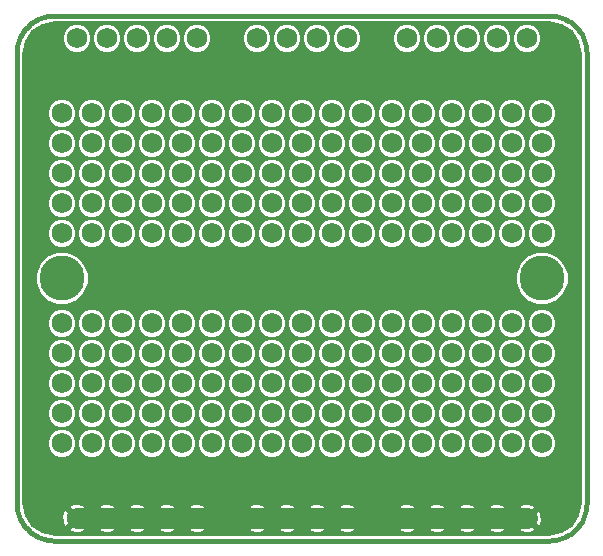
<source format=gbl>
G04 (created by PCBNEW-RS274X (2012-01-19 BZR 3256)-stable) date 4/28/2012 8:21:40 PM*
G01*
G70*
G90*
%MOIN*%
G04 Gerber Fmt 3.4, Leading zero omitted, Abs format*
%FSLAX34Y34*%
G04 APERTURE LIST*
%ADD10C,0.006000*%
%ADD11C,0.015000*%
%ADD12C,0.068900*%
%ADD13C,0.149600*%
%ADD14C,0.068900*%
%ADD15C,0.009800*%
G04 APERTURE END LIST*
G54D10*
G54D11*
X53750Y-46750D02*
X70250Y-46750D01*
X52500Y-30500D02*
X52500Y-45500D01*
X70250Y-29250D02*
X53750Y-29250D01*
X71500Y-45500D02*
X71500Y-30500D01*
X70250Y-46750D02*
X70358Y-46745D01*
X70467Y-46731D01*
X70573Y-46707D01*
X70677Y-46674D01*
X70778Y-46632D01*
X70875Y-46582D01*
X70966Y-46523D01*
X71053Y-46457D01*
X71133Y-46383D01*
X71207Y-46303D01*
X71273Y-46216D01*
X71332Y-46124D01*
X71382Y-46028D01*
X71424Y-45927D01*
X71457Y-45823D01*
X71481Y-45717D01*
X71495Y-45608D01*
X71500Y-45500D01*
X52500Y-45500D02*
X52505Y-45608D01*
X52519Y-45717D01*
X52543Y-45823D01*
X52576Y-45927D01*
X52618Y-46028D01*
X52668Y-46124D01*
X52727Y-46216D01*
X52793Y-46303D01*
X52867Y-46383D01*
X52947Y-46457D01*
X53034Y-46523D01*
X53126Y-46582D01*
X53222Y-46632D01*
X53323Y-46674D01*
X53427Y-46707D01*
X53533Y-46731D01*
X53642Y-46745D01*
X53750Y-46750D01*
X53750Y-29250D02*
X53642Y-29255D01*
X53533Y-29269D01*
X53427Y-29293D01*
X53323Y-29326D01*
X53222Y-29368D01*
X53126Y-29418D01*
X53034Y-29477D01*
X52947Y-29543D01*
X52867Y-29617D01*
X52793Y-29697D01*
X52727Y-29784D01*
X52668Y-29876D01*
X52618Y-29972D01*
X52576Y-30073D01*
X52543Y-30177D01*
X52519Y-30283D01*
X52505Y-30392D01*
X52500Y-30500D01*
X71500Y-30500D02*
X71495Y-30392D01*
X71481Y-30283D01*
X71457Y-30177D01*
X71424Y-30073D01*
X71382Y-29972D01*
X71332Y-29876D01*
X71273Y-29784D01*
X71207Y-29697D01*
X71133Y-29617D01*
X71053Y-29543D01*
X70966Y-29477D01*
X70875Y-29418D01*
X70778Y-29368D01*
X70677Y-29326D01*
X70573Y-29293D01*
X70467Y-29269D01*
X70358Y-29255D01*
X70250Y-29250D01*
G54D12*
X54000Y-36500D03*
X55000Y-36500D03*
X56000Y-36500D03*
X57000Y-36500D03*
X58000Y-36500D03*
X59000Y-36500D03*
X60000Y-36500D03*
X61000Y-36500D03*
X62000Y-36500D03*
X63000Y-36500D03*
X64000Y-36500D03*
X65000Y-36500D03*
X66000Y-36500D03*
X67000Y-36500D03*
X68000Y-36500D03*
X69000Y-36500D03*
X70000Y-36500D03*
X54000Y-35500D03*
X55000Y-35500D03*
X56000Y-35500D03*
X57000Y-35500D03*
X58000Y-35500D03*
X59000Y-35500D03*
X60000Y-35500D03*
X61000Y-35500D03*
X62000Y-35500D03*
X63000Y-35500D03*
X64000Y-35500D03*
X65000Y-35500D03*
X66000Y-35500D03*
X67000Y-35500D03*
X68000Y-35500D03*
X69000Y-35500D03*
X70000Y-35500D03*
X54000Y-34500D03*
X55000Y-34500D03*
X56000Y-34500D03*
X57000Y-34500D03*
X58000Y-34500D03*
X59000Y-34500D03*
X60000Y-34500D03*
X61000Y-34500D03*
X62000Y-34500D03*
X63000Y-34500D03*
X64000Y-34500D03*
X65000Y-34500D03*
X66000Y-34500D03*
X67000Y-34500D03*
X68000Y-34500D03*
X69000Y-34500D03*
X70000Y-34500D03*
X54000Y-33500D03*
X55000Y-33500D03*
X56000Y-33500D03*
X57000Y-33500D03*
X58000Y-33500D03*
X59000Y-33500D03*
X60000Y-33500D03*
X61000Y-33500D03*
X62000Y-33500D03*
X63000Y-33500D03*
X64000Y-33500D03*
X65000Y-33500D03*
X66000Y-33500D03*
X67000Y-33500D03*
X68000Y-33500D03*
X69000Y-33500D03*
X70000Y-33500D03*
X54000Y-32500D03*
X55000Y-32500D03*
X56000Y-32500D03*
X57000Y-32500D03*
X58000Y-32500D03*
X59000Y-32500D03*
X60000Y-32500D03*
X61000Y-32500D03*
X62000Y-32500D03*
X63000Y-32500D03*
X64000Y-32500D03*
X65000Y-32500D03*
X66000Y-32500D03*
X67000Y-32500D03*
X68000Y-32500D03*
X69000Y-32500D03*
X70000Y-32500D03*
X54000Y-39500D03*
X55000Y-39500D03*
X56000Y-39500D03*
X57000Y-39500D03*
X58000Y-39500D03*
X59000Y-39500D03*
X60000Y-39500D03*
X61000Y-39500D03*
X62000Y-39500D03*
X63000Y-39500D03*
X64000Y-39500D03*
X65000Y-39500D03*
X66000Y-39500D03*
X67000Y-39500D03*
X68000Y-39500D03*
X69000Y-39500D03*
X70000Y-39500D03*
X54000Y-40500D03*
X55000Y-40500D03*
X56000Y-40500D03*
X57000Y-40500D03*
X58000Y-40500D03*
X59000Y-40500D03*
X60000Y-40500D03*
X61000Y-40500D03*
X62000Y-40500D03*
X63000Y-40500D03*
X64000Y-40500D03*
X65000Y-40500D03*
X66000Y-40500D03*
X67000Y-40500D03*
X68000Y-40500D03*
X69000Y-40500D03*
X70000Y-40500D03*
X54000Y-41500D03*
X55000Y-41500D03*
X56000Y-41500D03*
X57000Y-41500D03*
X58000Y-41500D03*
X59000Y-41500D03*
X60000Y-41500D03*
X61000Y-41500D03*
X62000Y-41500D03*
X63000Y-41500D03*
X64000Y-41500D03*
X65000Y-41500D03*
X66000Y-41500D03*
X67000Y-41500D03*
X68000Y-41500D03*
X69000Y-41500D03*
X70000Y-41500D03*
X54000Y-42500D03*
X55000Y-42500D03*
X56000Y-42500D03*
X57000Y-42500D03*
X58000Y-42500D03*
X59000Y-42500D03*
X60000Y-42500D03*
X61000Y-42500D03*
X62000Y-42500D03*
X63000Y-42500D03*
X64000Y-42500D03*
X65000Y-42500D03*
X66000Y-42500D03*
X67000Y-42500D03*
X68000Y-42500D03*
X69000Y-42500D03*
X70000Y-42500D03*
X54000Y-43500D03*
X55000Y-43500D03*
X56000Y-43500D03*
X57000Y-43500D03*
X58000Y-43500D03*
X59000Y-43500D03*
X60000Y-43500D03*
X61000Y-43500D03*
X62000Y-43500D03*
X63000Y-43500D03*
X64000Y-43500D03*
X65000Y-43500D03*
X66000Y-43500D03*
X67000Y-43500D03*
X68000Y-43500D03*
X69000Y-43500D03*
X70000Y-43500D03*
X54500Y-30000D03*
X55500Y-30000D03*
X56500Y-30000D03*
X57500Y-30000D03*
X58500Y-30000D03*
X60500Y-30000D03*
X61500Y-30000D03*
X62500Y-30000D03*
X63500Y-30000D03*
X65500Y-30000D03*
X66500Y-30000D03*
X67500Y-30000D03*
X68500Y-30000D03*
X69500Y-30000D03*
X54500Y-46000D03*
X55500Y-46000D03*
X56500Y-46000D03*
X57500Y-46000D03*
X58500Y-46000D03*
X60500Y-46000D03*
X61500Y-46000D03*
X62500Y-46000D03*
X63500Y-46000D03*
X65500Y-46000D03*
X66500Y-46000D03*
X67500Y-46000D03*
X68500Y-46000D03*
X69500Y-46000D03*
G54D13*
X54000Y-38000D03*
X70000Y-38000D03*
G54D14*
X60500Y-46000D02*
X61500Y-46000D01*
X56500Y-46000D02*
X57500Y-46000D01*
X66500Y-46000D02*
X67500Y-46000D01*
X54500Y-46000D02*
X55500Y-46000D01*
X57500Y-46000D02*
X58500Y-46000D01*
X58500Y-46000D02*
X60500Y-46000D01*
X68500Y-46000D02*
X69500Y-46000D01*
X65500Y-46000D02*
X66500Y-46000D01*
X63500Y-46000D02*
X65500Y-46000D01*
X67500Y-46000D02*
X68500Y-46000D01*
X61500Y-46000D02*
X62500Y-46000D01*
X62500Y-46000D02*
X63500Y-46000D01*
X55500Y-46000D02*
X56500Y-46000D01*
G54D10*
G36*
X71278Y-45477D02*
X71195Y-45891D01*
X70972Y-46225D01*
X70897Y-46274D01*
X70897Y-38179D01*
X70897Y-37822D01*
X70761Y-37492D01*
X70508Y-37240D01*
X70492Y-37233D01*
X70492Y-36598D01*
X70492Y-36402D01*
X70492Y-35598D01*
X70492Y-35402D01*
X70492Y-34598D01*
X70492Y-34402D01*
X70492Y-33598D01*
X70492Y-33402D01*
X70492Y-32598D01*
X70492Y-32402D01*
X70417Y-32221D01*
X70279Y-32083D01*
X70098Y-32008D01*
X69992Y-32008D01*
X69992Y-30098D01*
X69992Y-29902D01*
X69917Y-29721D01*
X69779Y-29583D01*
X69598Y-29508D01*
X69402Y-29508D01*
X69221Y-29583D01*
X69083Y-29721D01*
X69008Y-29902D01*
X69008Y-30098D01*
X69083Y-30279D01*
X69221Y-30417D01*
X69402Y-30492D01*
X69598Y-30492D01*
X69779Y-30417D01*
X69917Y-30279D01*
X69992Y-30098D01*
X69992Y-32008D01*
X69902Y-32008D01*
X69721Y-32083D01*
X69583Y-32221D01*
X69508Y-32402D01*
X69508Y-32598D01*
X69583Y-32779D01*
X69721Y-32917D01*
X69902Y-32992D01*
X70098Y-32992D01*
X70279Y-32917D01*
X70417Y-32779D01*
X70492Y-32598D01*
X70492Y-33402D01*
X70417Y-33221D01*
X70279Y-33083D01*
X70098Y-33008D01*
X69902Y-33008D01*
X69721Y-33083D01*
X69583Y-33221D01*
X69508Y-33402D01*
X69508Y-33598D01*
X69583Y-33779D01*
X69721Y-33917D01*
X69902Y-33992D01*
X70098Y-33992D01*
X70279Y-33917D01*
X70417Y-33779D01*
X70492Y-33598D01*
X70492Y-34402D01*
X70417Y-34221D01*
X70279Y-34083D01*
X70098Y-34008D01*
X69902Y-34008D01*
X69721Y-34083D01*
X69583Y-34221D01*
X69508Y-34402D01*
X69508Y-34598D01*
X69583Y-34779D01*
X69721Y-34917D01*
X69902Y-34992D01*
X70098Y-34992D01*
X70279Y-34917D01*
X70417Y-34779D01*
X70492Y-34598D01*
X70492Y-35402D01*
X70417Y-35221D01*
X70279Y-35083D01*
X70098Y-35008D01*
X69902Y-35008D01*
X69721Y-35083D01*
X69583Y-35221D01*
X69508Y-35402D01*
X69508Y-35598D01*
X69583Y-35779D01*
X69721Y-35917D01*
X69902Y-35992D01*
X70098Y-35992D01*
X70279Y-35917D01*
X70417Y-35779D01*
X70492Y-35598D01*
X70492Y-36402D01*
X70417Y-36221D01*
X70279Y-36083D01*
X70098Y-36008D01*
X69902Y-36008D01*
X69721Y-36083D01*
X69583Y-36221D01*
X69508Y-36402D01*
X69508Y-36598D01*
X69583Y-36779D01*
X69721Y-36917D01*
X69902Y-36992D01*
X70098Y-36992D01*
X70279Y-36917D01*
X70417Y-36779D01*
X70492Y-36598D01*
X70492Y-37233D01*
X70179Y-37103D01*
X69822Y-37103D01*
X69492Y-37239D01*
X69492Y-36598D01*
X69492Y-36402D01*
X69492Y-35598D01*
X69492Y-35402D01*
X69492Y-34598D01*
X69492Y-34402D01*
X69492Y-33598D01*
X69492Y-33402D01*
X69492Y-32598D01*
X69492Y-32402D01*
X69417Y-32221D01*
X69279Y-32083D01*
X69098Y-32008D01*
X68992Y-32008D01*
X68992Y-30098D01*
X68992Y-29902D01*
X68917Y-29721D01*
X68779Y-29583D01*
X68598Y-29508D01*
X68402Y-29508D01*
X68221Y-29583D01*
X68083Y-29721D01*
X68008Y-29902D01*
X68008Y-30098D01*
X68083Y-30279D01*
X68221Y-30417D01*
X68402Y-30492D01*
X68598Y-30492D01*
X68779Y-30417D01*
X68917Y-30279D01*
X68992Y-30098D01*
X68992Y-32008D01*
X68902Y-32008D01*
X68721Y-32083D01*
X68583Y-32221D01*
X68508Y-32402D01*
X68508Y-32598D01*
X68583Y-32779D01*
X68721Y-32917D01*
X68902Y-32992D01*
X69098Y-32992D01*
X69279Y-32917D01*
X69417Y-32779D01*
X69492Y-32598D01*
X69492Y-33402D01*
X69417Y-33221D01*
X69279Y-33083D01*
X69098Y-33008D01*
X68902Y-33008D01*
X68721Y-33083D01*
X68583Y-33221D01*
X68508Y-33402D01*
X68508Y-33598D01*
X68583Y-33779D01*
X68721Y-33917D01*
X68902Y-33992D01*
X69098Y-33992D01*
X69279Y-33917D01*
X69417Y-33779D01*
X69492Y-33598D01*
X69492Y-34402D01*
X69417Y-34221D01*
X69279Y-34083D01*
X69098Y-34008D01*
X68902Y-34008D01*
X68721Y-34083D01*
X68583Y-34221D01*
X68508Y-34402D01*
X68508Y-34598D01*
X68583Y-34779D01*
X68721Y-34917D01*
X68902Y-34992D01*
X69098Y-34992D01*
X69279Y-34917D01*
X69417Y-34779D01*
X69492Y-34598D01*
X69492Y-35402D01*
X69417Y-35221D01*
X69279Y-35083D01*
X69098Y-35008D01*
X68902Y-35008D01*
X68721Y-35083D01*
X68583Y-35221D01*
X68508Y-35402D01*
X68508Y-35598D01*
X68583Y-35779D01*
X68721Y-35917D01*
X68902Y-35992D01*
X69098Y-35992D01*
X69279Y-35917D01*
X69417Y-35779D01*
X69492Y-35598D01*
X69492Y-36402D01*
X69417Y-36221D01*
X69279Y-36083D01*
X69098Y-36008D01*
X68902Y-36008D01*
X68721Y-36083D01*
X68583Y-36221D01*
X68508Y-36402D01*
X68508Y-36598D01*
X68583Y-36779D01*
X68721Y-36917D01*
X68902Y-36992D01*
X69098Y-36992D01*
X69279Y-36917D01*
X69417Y-36779D01*
X69492Y-36598D01*
X69492Y-37239D01*
X69240Y-37492D01*
X69103Y-37821D01*
X69103Y-38178D01*
X69239Y-38508D01*
X69492Y-38760D01*
X69821Y-38897D01*
X70178Y-38897D01*
X70508Y-38761D01*
X70760Y-38508D01*
X70897Y-38179D01*
X70897Y-46274D01*
X70639Y-46446D01*
X70492Y-46475D01*
X70492Y-43598D01*
X70492Y-43402D01*
X70492Y-42598D01*
X70492Y-42402D01*
X70492Y-41598D01*
X70492Y-41402D01*
X70492Y-40598D01*
X70492Y-40402D01*
X70492Y-39598D01*
X70492Y-39402D01*
X70417Y-39221D01*
X70279Y-39083D01*
X70098Y-39008D01*
X69902Y-39008D01*
X69721Y-39083D01*
X69583Y-39221D01*
X69508Y-39402D01*
X69508Y-39598D01*
X69583Y-39779D01*
X69721Y-39917D01*
X69902Y-39992D01*
X70098Y-39992D01*
X70279Y-39917D01*
X70417Y-39779D01*
X70492Y-39598D01*
X70492Y-40402D01*
X70417Y-40221D01*
X70279Y-40083D01*
X70098Y-40008D01*
X69902Y-40008D01*
X69721Y-40083D01*
X69583Y-40221D01*
X69508Y-40402D01*
X69508Y-40598D01*
X69583Y-40779D01*
X69721Y-40917D01*
X69902Y-40992D01*
X70098Y-40992D01*
X70279Y-40917D01*
X70417Y-40779D01*
X70492Y-40598D01*
X70492Y-41402D01*
X70417Y-41221D01*
X70279Y-41083D01*
X70098Y-41008D01*
X69902Y-41008D01*
X69721Y-41083D01*
X69583Y-41221D01*
X69508Y-41402D01*
X69508Y-41598D01*
X69583Y-41779D01*
X69721Y-41917D01*
X69902Y-41992D01*
X70098Y-41992D01*
X70279Y-41917D01*
X70417Y-41779D01*
X70492Y-41598D01*
X70492Y-42402D01*
X70417Y-42221D01*
X70279Y-42083D01*
X70098Y-42008D01*
X69902Y-42008D01*
X69721Y-42083D01*
X69583Y-42221D01*
X69508Y-42402D01*
X69508Y-42598D01*
X69583Y-42779D01*
X69721Y-42917D01*
X69902Y-42992D01*
X70098Y-42992D01*
X70279Y-42917D01*
X70417Y-42779D01*
X70492Y-42598D01*
X70492Y-43402D01*
X70417Y-43221D01*
X70279Y-43083D01*
X70098Y-43008D01*
X69902Y-43008D01*
X69721Y-43083D01*
X69583Y-43221D01*
X69508Y-43402D01*
X69508Y-43598D01*
X69583Y-43779D01*
X69721Y-43917D01*
X69902Y-43992D01*
X70098Y-43992D01*
X70279Y-43917D01*
X70417Y-43779D01*
X70492Y-43598D01*
X70492Y-46475D01*
X70227Y-46528D01*
X70005Y-46528D01*
X70005Y-46071D01*
X69994Y-45873D01*
X69940Y-45741D01*
X69865Y-45704D01*
X69796Y-45773D01*
X69796Y-45635D01*
X69759Y-45560D01*
X69571Y-45495D01*
X69492Y-45499D01*
X69492Y-43598D01*
X69492Y-43402D01*
X69492Y-42598D01*
X69492Y-42402D01*
X69492Y-41598D01*
X69492Y-41402D01*
X69492Y-40598D01*
X69492Y-40402D01*
X69492Y-39598D01*
X69492Y-39402D01*
X69417Y-39221D01*
X69279Y-39083D01*
X69098Y-39008D01*
X68902Y-39008D01*
X68721Y-39083D01*
X68583Y-39221D01*
X68508Y-39402D01*
X68508Y-39598D01*
X68583Y-39779D01*
X68721Y-39917D01*
X68902Y-39992D01*
X69098Y-39992D01*
X69279Y-39917D01*
X69417Y-39779D01*
X69492Y-39598D01*
X69492Y-40402D01*
X69417Y-40221D01*
X69279Y-40083D01*
X69098Y-40008D01*
X68902Y-40008D01*
X68721Y-40083D01*
X68583Y-40221D01*
X68508Y-40402D01*
X68508Y-40598D01*
X68583Y-40779D01*
X68721Y-40917D01*
X68902Y-40992D01*
X69098Y-40992D01*
X69279Y-40917D01*
X69417Y-40779D01*
X69492Y-40598D01*
X69492Y-41402D01*
X69417Y-41221D01*
X69279Y-41083D01*
X69098Y-41008D01*
X68902Y-41008D01*
X68721Y-41083D01*
X68583Y-41221D01*
X68508Y-41402D01*
X68508Y-41598D01*
X68583Y-41779D01*
X68721Y-41917D01*
X68902Y-41992D01*
X69098Y-41992D01*
X69279Y-41917D01*
X69417Y-41779D01*
X69492Y-41598D01*
X69492Y-42402D01*
X69417Y-42221D01*
X69279Y-42083D01*
X69098Y-42008D01*
X68902Y-42008D01*
X68721Y-42083D01*
X68583Y-42221D01*
X68508Y-42402D01*
X68508Y-42598D01*
X68583Y-42779D01*
X68721Y-42917D01*
X68902Y-42992D01*
X69098Y-42992D01*
X69279Y-42917D01*
X69417Y-42779D01*
X69492Y-42598D01*
X69492Y-43402D01*
X69417Y-43221D01*
X69279Y-43083D01*
X69098Y-43008D01*
X68902Y-43008D01*
X68721Y-43083D01*
X68583Y-43221D01*
X68508Y-43402D01*
X68508Y-43598D01*
X68583Y-43779D01*
X68721Y-43917D01*
X68902Y-43992D01*
X69098Y-43992D01*
X69279Y-43917D01*
X69417Y-43779D01*
X69492Y-43598D01*
X69492Y-45499D01*
X69373Y-45506D01*
X69241Y-45560D01*
X69204Y-45635D01*
X69500Y-45931D01*
X69796Y-45635D01*
X69796Y-45773D01*
X69569Y-46000D01*
X69865Y-46296D01*
X69940Y-46259D01*
X70005Y-46071D01*
X70005Y-46528D01*
X69796Y-46528D01*
X69796Y-46365D01*
X69500Y-46069D01*
X69431Y-46138D01*
X69431Y-46000D01*
X69135Y-45704D01*
X69060Y-45741D01*
X68996Y-45923D01*
X68994Y-45873D01*
X68940Y-45741D01*
X68865Y-45704D01*
X68796Y-45773D01*
X68796Y-45635D01*
X68759Y-45560D01*
X68571Y-45495D01*
X68492Y-45499D01*
X68492Y-43598D01*
X68492Y-43402D01*
X68492Y-42598D01*
X68492Y-42402D01*
X68492Y-41598D01*
X68492Y-41402D01*
X68492Y-40598D01*
X68492Y-40402D01*
X68492Y-39598D01*
X68492Y-39402D01*
X68492Y-36598D01*
X68492Y-36402D01*
X68492Y-35598D01*
X68492Y-35402D01*
X68492Y-34598D01*
X68492Y-34402D01*
X68492Y-33598D01*
X68492Y-33402D01*
X68492Y-32598D01*
X68492Y-32402D01*
X68417Y-32221D01*
X68279Y-32083D01*
X68098Y-32008D01*
X67992Y-32008D01*
X67992Y-30098D01*
X67992Y-29902D01*
X67917Y-29721D01*
X67779Y-29583D01*
X67598Y-29508D01*
X67402Y-29508D01*
X67221Y-29583D01*
X67083Y-29721D01*
X67008Y-29902D01*
X67008Y-30098D01*
X67083Y-30279D01*
X67221Y-30417D01*
X67402Y-30492D01*
X67598Y-30492D01*
X67779Y-30417D01*
X67917Y-30279D01*
X67992Y-30098D01*
X67992Y-32008D01*
X67902Y-32008D01*
X67721Y-32083D01*
X67583Y-32221D01*
X67508Y-32402D01*
X67508Y-32598D01*
X67583Y-32779D01*
X67721Y-32917D01*
X67902Y-32992D01*
X68098Y-32992D01*
X68279Y-32917D01*
X68417Y-32779D01*
X68492Y-32598D01*
X68492Y-33402D01*
X68417Y-33221D01*
X68279Y-33083D01*
X68098Y-33008D01*
X67902Y-33008D01*
X67721Y-33083D01*
X67583Y-33221D01*
X67508Y-33402D01*
X67508Y-33598D01*
X67583Y-33779D01*
X67721Y-33917D01*
X67902Y-33992D01*
X68098Y-33992D01*
X68279Y-33917D01*
X68417Y-33779D01*
X68492Y-33598D01*
X68492Y-34402D01*
X68417Y-34221D01*
X68279Y-34083D01*
X68098Y-34008D01*
X67902Y-34008D01*
X67721Y-34083D01*
X67583Y-34221D01*
X67508Y-34402D01*
X67508Y-34598D01*
X67583Y-34779D01*
X67721Y-34917D01*
X67902Y-34992D01*
X68098Y-34992D01*
X68279Y-34917D01*
X68417Y-34779D01*
X68492Y-34598D01*
X68492Y-35402D01*
X68417Y-35221D01*
X68279Y-35083D01*
X68098Y-35008D01*
X67902Y-35008D01*
X67721Y-35083D01*
X67583Y-35221D01*
X67508Y-35402D01*
X67508Y-35598D01*
X67583Y-35779D01*
X67721Y-35917D01*
X67902Y-35992D01*
X68098Y-35992D01*
X68279Y-35917D01*
X68417Y-35779D01*
X68492Y-35598D01*
X68492Y-36402D01*
X68417Y-36221D01*
X68279Y-36083D01*
X68098Y-36008D01*
X67902Y-36008D01*
X67721Y-36083D01*
X67583Y-36221D01*
X67508Y-36402D01*
X67508Y-36598D01*
X67583Y-36779D01*
X67721Y-36917D01*
X67902Y-36992D01*
X68098Y-36992D01*
X68279Y-36917D01*
X68417Y-36779D01*
X68492Y-36598D01*
X68492Y-39402D01*
X68417Y-39221D01*
X68279Y-39083D01*
X68098Y-39008D01*
X67902Y-39008D01*
X67721Y-39083D01*
X67583Y-39221D01*
X67508Y-39402D01*
X67508Y-39598D01*
X67583Y-39779D01*
X67721Y-39917D01*
X67902Y-39992D01*
X68098Y-39992D01*
X68279Y-39917D01*
X68417Y-39779D01*
X68492Y-39598D01*
X68492Y-40402D01*
X68417Y-40221D01*
X68279Y-40083D01*
X68098Y-40008D01*
X67902Y-40008D01*
X67721Y-40083D01*
X67583Y-40221D01*
X67508Y-40402D01*
X67508Y-40598D01*
X67583Y-40779D01*
X67721Y-40917D01*
X67902Y-40992D01*
X68098Y-40992D01*
X68279Y-40917D01*
X68417Y-40779D01*
X68492Y-40598D01*
X68492Y-41402D01*
X68417Y-41221D01*
X68279Y-41083D01*
X68098Y-41008D01*
X67902Y-41008D01*
X67721Y-41083D01*
X67583Y-41221D01*
X67508Y-41402D01*
X67508Y-41598D01*
X67583Y-41779D01*
X67721Y-41917D01*
X67902Y-41992D01*
X68098Y-41992D01*
X68279Y-41917D01*
X68417Y-41779D01*
X68492Y-41598D01*
X68492Y-42402D01*
X68417Y-42221D01*
X68279Y-42083D01*
X68098Y-42008D01*
X67902Y-42008D01*
X67721Y-42083D01*
X67583Y-42221D01*
X67508Y-42402D01*
X67508Y-42598D01*
X67583Y-42779D01*
X67721Y-42917D01*
X67902Y-42992D01*
X68098Y-42992D01*
X68279Y-42917D01*
X68417Y-42779D01*
X68492Y-42598D01*
X68492Y-43402D01*
X68417Y-43221D01*
X68279Y-43083D01*
X68098Y-43008D01*
X67902Y-43008D01*
X67721Y-43083D01*
X67583Y-43221D01*
X67508Y-43402D01*
X67508Y-43598D01*
X67583Y-43779D01*
X67721Y-43917D01*
X67902Y-43992D01*
X68098Y-43992D01*
X68279Y-43917D01*
X68417Y-43779D01*
X68492Y-43598D01*
X68492Y-45499D01*
X68373Y-45506D01*
X68241Y-45560D01*
X68204Y-45635D01*
X68500Y-45931D01*
X68796Y-45635D01*
X68796Y-45773D01*
X68569Y-46000D01*
X68865Y-46296D01*
X68940Y-46259D01*
X69003Y-46076D01*
X69006Y-46127D01*
X69060Y-46259D01*
X69135Y-46296D01*
X69431Y-46000D01*
X69431Y-46138D01*
X69204Y-46365D01*
X69241Y-46440D01*
X69429Y-46505D01*
X69627Y-46494D01*
X69759Y-46440D01*
X69796Y-46365D01*
X69796Y-46528D01*
X68796Y-46528D01*
X68796Y-46365D01*
X68500Y-46069D01*
X68431Y-46138D01*
X68431Y-46000D01*
X68135Y-45704D01*
X68060Y-45741D01*
X67996Y-45923D01*
X67994Y-45873D01*
X67940Y-45741D01*
X67865Y-45704D01*
X67796Y-45773D01*
X67796Y-45635D01*
X67759Y-45560D01*
X67571Y-45495D01*
X67492Y-45499D01*
X67492Y-43598D01*
X67492Y-43402D01*
X67492Y-42598D01*
X67492Y-42402D01*
X67492Y-41598D01*
X67492Y-41402D01*
X67492Y-40598D01*
X67492Y-40402D01*
X67492Y-39598D01*
X67492Y-39402D01*
X67492Y-36598D01*
X67492Y-36402D01*
X67492Y-35598D01*
X67492Y-35402D01*
X67492Y-34598D01*
X67492Y-34402D01*
X67492Y-33598D01*
X67492Y-33402D01*
X67492Y-32598D01*
X67492Y-32402D01*
X67417Y-32221D01*
X67279Y-32083D01*
X67098Y-32008D01*
X66992Y-32008D01*
X66992Y-30098D01*
X66992Y-29902D01*
X66917Y-29721D01*
X66779Y-29583D01*
X66598Y-29508D01*
X66402Y-29508D01*
X66221Y-29583D01*
X66083Y-29721D01*
X66008Y-29902D01*
X66008Y-30098D01*
X66083Y-30279D01*
X66221Y-30417D01*
X66402Y-30492D01*
X66598Y-30492D01*
X66779Y-30417D01*
X66917Y-30279D01*
X66992Y-30098D01*
X66992Y-32008D01*
X66902Y-32008D01*
X66721Y-32083D01*
X66583Y-32221D01*
X66508Y-32402D01*
X66508Y-32598D01*
X66583Y-32779D01*
X66721Y-32917D01*
X66902Y-32992D01*
X67098Y-32992D01*
X67279Y-32917D01*
X67417Y-32779D01*
X67492Y-32598D01*
X67492Y-33402D01*
X67417Y-33221D01*
X67279Y-33083D01*
X67098Y-33008D01*
X66902Y-33008D01*
X66721Y-33083D01*
X66583Y-33221D01*
X66508Y-33402D01*
X66508Y-33598D01*
X66583Y-33779D01*
X66721Y-33917D01*
X66902Y-33992D01*
X67098Y-33992D01*
X67279Y-33917D01*
X67417Y-33779D01*
X67492Y-33598D01*
X67492Y-34402D01*
X67417Y-34221D01*
X67279Y-34083D01*
X67098Y-34008D01*
X66902Y-34008D01*
X66721Y-34083D01*
X66583Y-34221D01*
X66508Y-34402D01*
X66508Y-34598D01*
X66583Y-34779D01*
X66721Y-34917D01*
X66902Y-34992D01*
X67098Y-34992D01*
X67279Y-34917D01*
X67417Y-34779D01*
X67492Y-34598D01*
X67492Y-35402D01*
X67417Y-35221D01*
X67279Y-35083D01*
X67098Y-35008D01*
X66902Y-35008D01*
X66721Y-35083D01*
X66583Y-35221D01*
X66508Y-35402D01*
X66508Y-35598D01*
X66583Y-35779D01*
X66721Y-35917D01*
X66902Y-35992D01*
X67098Y-35992D01*
X67279Y-35917D01*
X67417Y-35779D01*
X67492Y-35598D01*
X67492Y-36402D01*
X67417Y-36221D01*
X67279Y-36083D01*
X67098Y-36008D01*
X66902Y-36008D01*
X66721Y-36083D01*
X66583Y-36221D01*
X66508Y-36402D01*
X66508Y-36598D01*
X66583Y-36779D01*
X66721Y-36917D01*
X66902Y-36992D01*
X67098Y-36992D01*
X67279Y-36917D01*
X67417Y-36779D01*
X67492Y-36598D01*
X67492Y-39402D01*
X67417Y-39221D01*
X67279Y-39083D01*
X67098Y-39008D01*
X66902Y-39008D01*
X66721Y-39083D01*
X66583Y-39221D01*
X66508Y-39402D01*
X66508Y-39598D01*
X66583Y-39779D01*
X66721Y-39917D01*
X66902Y-39992D01*
X67098Y-39992D01*
X67279Y-39917D01*
X67417Y-39779D01*
X67492Y-39598D01*
X67492Y-40402D01*
X67417Y-40221D01*
X67279Y-40083D01*
X67098Y-40008D01*
X66902Y-40008D01*
X66721Y-40083D01*
X66583Y-40221D01*
X66508Y-40402D01*
X66508Y-40598D01*
X66583Y-40779D01*
X66721Y-40917D01*
X66902Y-40992D01*
X67098Y-40992D01*
X67279Y-40917D01*
X67417Y-40779D01*
X67492Y-40598D01*
X67492Y-41402D01*
X67417Y-41221D01*
X67279Y-41083D01*
X67098Y-41008D01*
X66902Y-41008D01*
X66721Y-41083D01*
X66583Y-41221D01*
X66508Y-41402D01*
X66508Y-41598D01*
X66583Y-41779D01*
X66721Y-41917D01*
X66902Y-41992D01*
X67098Y-41992D01*
X67279Y-41917D01*
X67417Y-41779D01*
X67492Y-41598D01*
X67492Y-42402D01*
X67417Y-42221D01*
X67279Y-42083D01*
X67098Y-42008D01*
X66902Y-42008D01*
X66721Y-42083D01*
X66583Y-42221D01*
X66508Y-42402D01*
X66508Y-42598D01*
X66583Y-42779D01*
X66721Y-42917D01*
X66902Y-42992D01*
X67098Y-42992D01*
X67279Y-42917D01*
X67417Y-42779D01*
X67492Y-42598D01*
X67492Y-43402D01*
X67417Y-43221D01*
X67279Y-43083D01*
X67098Y-43008D01*
X66902Y-43008D01*
X66721Y-43083D01*
X66583Y-43221D01*
X66508Y-43402D01*
X66508Y-43598D01*
X66583Y-43779D01*
X66721Y-43917D01*
X66902Y-43992D01*
X67098Y-43992D01*
X67279Y-43917D01*
X67417Y-43779D01*
X67492Y-43598D01*
X67492Y-45499D01*
X67373Y-45506D01*
X67241Y-45560D01*
X67204Y-45635D01*
X67500Y-45931D01*
X67796Y-45635D01*
X67796Y-45773D01*
X67569Y-46000D01*
X67865Y-46296D01*
X67940Y-46259D01*
X68003Y-46076D01*
X68006Y-46127D01*
X68060Y-46259D01*
X68135Y-46296D01*
X68431Y-46000D01*
X68431Y-46138D01*
X68204Y-46365D01*
X68241Y-46440D01*
X68429Y-46505D01*
X68627Y-46494D01*
X68759Y-46440D01*
X68796Y-46365D01*
X68796Y-46528D01*
X67796Y-46528D01*
X67796Y-46365D01*
X67500Y-46069D01*
X67431Y-46138D01*
X67431Y-46000D01*
X67135Y-45704D01*
X67060Y-45741D01*
X66996Y-45923D01*
X66994Y-45873D01*
X66940Y-45741D01*
X66865Y-45704D01*
X66796Y-45773D01*
X66796Y-45635D01*
X66759Y-45560D01*
X66571Y-45495D01*
X66492Y-45499D01*
X66492Y-43598D01*
X66492Y-43402D01*
X66492Y-42598D01*
X66492Y-42402D01*
X66492Y-41598D01*
X66492Y-41402D01*
X66492Y-40598D01*
X66492Y-40402D01*
X66492Y-39598D01*
X66492Y-39402D01*
X66492Y-36598D01*
X66492Y-36402D01*
X66492Y-35598D01*
X66492Y-35402D01*
X66492Y-34598D01*
X66492Y-34402D01*
X66492Y-33598D01*
X66492Y-33402D01*
X66492Y-32598D01*
X66492Y-32402D01*
X66417Y-32221D01*
X66279Y-32083D01*
X66098Y-32008D01*
X65992Y-32008D01*
X65992Y-30098D01*
X65992Y-29902D01*
X65917Y-29721D01*
X65779Y-29583D01*
X65598Y-29508D01*
X65402Y-29508D01*
X65221Y-29583D01*
X65083Y-29721D01*
X65008Y-29902D01*
X65008Y-30098D01*
X65083Y-30279D01*
X65221Y-30417D01*
X65402Y-30492D01*
X65598Y-30492D01*
X65779Y-30417D01*
X65917Y-30279D01*
X65992Y-30098D01*
X65992Y-32008D01*
X65902Y-32008D01*
X65721Y-32083D01*
X65583Y-32221D01*
X65508Y-32402D01*
X65508Y-32598D01*
X65583Y-32779D01*
X65721Y-32917D01*
X65902Y-32992D01*
X66098Y-32992D01*
X66279Y-32917D01*
X66417Y-32779D01*
X66492Y-32598D01*
X66492Y-33402D01*
X66417Y-33221D01*
X66279Y-33083D01*
X66098Y-33008D01*
X65902Y-33008D01*
X65721Y-33083D01*
X65583Y-33221D01*
X65508Y-33402D01*
X65508Y-33598D01*
X65583Y-33779D01*
X65721Y-33917D01*
X65902Y-33992D01*
X66098Y-33992D01*
X66279Y-33917D01*
X66417Y-33779D01*
X66492Y-33598D01*
X66492Y-34402D01*
X66417Y-34221D01*
X66279Y-34083D01*
X66098Y-34008D01*
X65902Y-34008D01*
X65721Y-34083D01*
X65583Y-34221D01*
X65508Y-34402D01*
X65508Y-34598D01*
X65583Y-34779D01*
X65721Y-34917D01*
X65902Y-34992D01*
X66098Y-34992D01*
X66279Y-34917D01*
X66417Y-34779D01*
X66492Y-34598D01*
X66492Y-35402D01*
X66417Y-35221D01*
X66279Y-35083D01*
X66098Y-35008D01*
X65902Y-35008D01*
X65721Y-35083D01*
X65583Y-35221D01*
X65508Y-35402D01*
X65508Y-35598D01*
X65583Y-35779D01*
X65721Y-35917D01*
X65902Y-35992D01*
X66098Y-35992D01*
X66279Y-35917D01*
X66417Y-35779D01*
X66492Y-35598D01*
X66492Y-36402D01*
X66417Y-36221D01*
X66279Y-36083D01*
X66098Y-36008D01*
X65902Y-36008D01*
X65721Y-36083D01*
X65583Y-36221D01*
X65508Y-36402D01*
X65508Y-36598D01*
X65583Y-36779D01*
X65721Y-36917D01*
X65902Y-36992D01*
X66098Y-36992D01*
X66279Y-36917D01*
X66417Y-36779D01*
X66492Y-36598D01*
X66492Y-39402D01*
X66417Y-39221D01*
X66279Y-39083D01*
X66098Y-39008D01*
X65902Y-39008D01*
X65721Y-39083D01*
X65583Y-39221D01*
X65508Y-39402D01*
X65508Y-39598D01*
X65583Y-39779D01*
X65721Y-39917D01*
X65902Y-39992D01*
X66098Y-39992D01*
X66279Y-39917D01*
X66417Y-39779D01*
X66492Y-39598D01*
X66492Y-40402D01*
X66417Y-40221D01*
X66279Y-40083D01*
X66098Y-40008D01*
X65902Y-40008D01*
X65721Y-40083D01*
X65583Y-40221D01*
X65508Y-40402D01*
X65508Y-40598D01*
X65583Y-40779D01*
X65721Y-40917D01*
X65902Y-40992D01*
X66098Y-40992D01*
X66279Y-40917D01*
X66417Y-40779D01*
X66492Y-40598D01*
X66492Y-41402D01*
X66417Y-41221D01*
X66279Y-41083D01*
X66098Y-41008D01*
X65902Y-41008D01*
X65721Y-41083D01*
X65583Y-41221D01*
X65508Y-41402D01*
X65508Y-41598D01*
X65583Y-41779D01*
X65721Y-41917D01*
X65902Y-41992D01*
X66098Y-41992D01*
X66279Y-41917D01*
X66417Y-41779D01*
X66492Y-41598D01*
X66492Y-42402D01*
X66417Y-42221D01*
X66279Y-42083D01*
X66098Y-42008D01*
X65902Y-42008D01*
X65721Y-42083D01*
X65583Y-42221D01*
X65508Y-42402D01*
X65508Y-42598D01*
X65583Y-42779D01*
X65721Y-42917D01*
X65902Y-42992D01*
X66098Y-42992D01*
X66279Y-42917D01*
X66417Y-42779D01*
X66492Y-42598D01*
X66492Y-43402D01*
X66417Y-43221D01*
X66279Y-43083D01*
X66098Y-43008D01*
X65902Y-43008D01*
X65721Y-43083D01*
X65583Y-43221D01*
X65508Y-43402D01*
X65508Y-43598D01*
X65583Y-43779D01*
X65721Y-43917D01*
X65902Y-43992D01*
X66098Y-43992D01*
X66279Y-43917D01*
X66417Y-43779D01*
X66492Y-43598D01*
X66492Y-45499D01*
X66373Y-45506D01*
X66241Y-45560D01*
X66204Y-45635D01*
X66500Y-45931D01*
X66796Y-45635D01*
X66796Y-45773D01*
X66569Y-46000D01*
X66865Y-46296D01*
X66940Y-46259D01*
X67003Y-46076D01*
X67006Y-46127D01*
X67060Y-46259D01*
X67135Y-46296D01*
X67431Y-46000D01*
X67431Y-46138D01*
X67204Y-46365D01*
X67241Y-46440D01*
X67429Y-46505D01*
X67627Y-46494D01*
X67759Y-46440D01*
X67796Y-46365D01*
X67796Y-46528D01*
X66796Y-46528D01*
X66796Y-46365D01*
X66500Y-46069D01*
X66431Y-46138D01*
X66431Y-46000D01*
X66135Y-45704D01*
X66060Y-45741D01*
X65996Y-45923D01*
X65994Y-45873D01*
X65940Y-45741D01*
X65865Y-45704D01*
X65796Y-45773D01*
X65796Y-45635D01*
X65759Y-45560D01*
X65571Y-45495D01*
X65492Y-45499D01*
X65492Y-43598D01*
X65492Y-43402D01*
X65492Y-42598D01*
X65492Y-42402D01*
X65492Y-41598D01*
X65492Y-41402D01*
X65492Y-40598D01*
X65492Y-40402D01*
X65492Y-39598D01*
X65492Y-39402D01*
X65492Y-36598D01*
X65492Y-36402D01*
X65492Y-35598D01*
X65492Y-35402D01*
X65492Y-34598D01*
X65492Y-34402D01*
X65492Y-33598D01*
X65492Y-33402D01*
X65492Y-32598D01*
X65492Y-32402D01*
X65417Y-32221D01*
X65279Y-32083D01*
X65098Y-32008D01*
X64902Y-32008D01*
X64721Y-32083D01*
X64583Y-32221D01*
X64508Y-32402D01*
X64508Y-32598D01*
X64583Y-32779D01*
X64721Y-32917D01*
X64902Y-32992D01*
X65098Y-32992D01*
X65279Y-32917D01*
X65417Y-32779D01*
X65492Y-32598D01*
X65492Y-33402D01*
X65417Y-33221D01*
X65279Y-33083D01*
X65098Y-33008D01*
X64902Y-33008D01*
X64721Y-33083D01*
X64583Y-33221D01*
X64508Y-33402D01*
X64508Y-33598D01*
X64583Y-33779D01*
X64721Y-33917D01*
X64902Y-33992D01*
X65098Y-33992D01*
X65279Y-33917D01*
X65417Y-33779D01*
X65492Y-33598D01*
X65492Y-34402D01*
X65417Y-34221D01*
X65279Y-34083D01*
X65098Y-34008D01*
X64902Y-34008D01*
X64721Y-34083D01*
X64583Y-34221D01*
X64508Y-34402D01*
X64508Y-34598D01*
X64583Y-34779D01*
X64721Y-34917D01*
X64902Y-34992D01*
X65098Y-34992D01*
X65279Y-34917D01*
X65417Y-34779D01*
X65492Y-34598D01*
X65492Y-35402D01*
X65417Y-35221D01*
X65279Y-35083D01*
X65098Y-35008D01*
X64902Y-35008D01*
X64721Y-35083D01*
X64583Y-35221D01*
X64508Y-35402D01*
X64508Y-35598D01*
X64583Y-35779D01*
X64721Y-35917D01*
X64902Y-35992D01*
X65098Y-35992D01*
X65279Y-35917D01*
X65417Y-35779D01*
X65492Y-35598D01*
X65492Y-36402D01*
X65417Y-36221D01*
X65279Y-36083D01*
X65098Y-36008D01*
X64902Y-36008D01*
X64721Y-36083D01*
X64583Y-36221D01*
X64508Y-36402D01*
X64508Y-36598D01*
X64583Y-36779D01*
X64721Y-36917D01*
X64902Y-36992D01*
X65098Y-36992D01*
X65279Y-36917D01*
X65417Y-36779D01*
X65492Y-36598D01*
X65492Y-39402D01*
X65417Y-39221D01*
X65279Y-39083D01*
X65098Y-39008D01*
X64902Y-39008D01*
X64721Y-39083D01*
X64583Y-39221D01*
X64508Y-39402D01*
X64508Y-39598D01*
X64583Y-39779D01*
X64721Y-39917D01*
X64902Y-39992D01*
X65098Y-39992D01*
X65279Y-39917D01*
X65417Y-39779D01*
X65492Y-39598D01*
X65492Y-40402D01*
X65417Y-40221D01*
X65279Y-40083D01*
X65098Y-40008D01*
X64902Y-40008D01*
X64721Y-40083D01*
X64583Y-40221D01*
X64508Y-40402D01*
X64508Y-40598D01*
X64583Y-40779D01*
X64721Y-40917D01*
X64902Y-40992D01*
X65098Y-40992D01*
X65279Y-40917D01*
X65417Y-40779D01*
X65492Y-40598D01*
X65492Y-41402D01*
X65417Y-41221D01*
X65279Y-41083D01*
X65098Y-41008D01*
X64902Y-41008D01*
X64721Y-41083D01*
X64583Y-41221D01*
X64508Y-41402D01*
X64508Y-41598D01*
X64583Y-41779D01*
X64721Y-41917D01*
X64902Y-41992D01*
X65098Y-41992D01*
X65279Y-41917D01*
X65417Y-41779D01*
X65492Y-41598D01*
X65492Y-42402D01*
X65417Y-42221D01*
X65279Y-42083D01*
X65098Y-42008D01*
X64902Y-42008D01*
X64721Y-42083D01*
X64583Y-42221D01*
X64508Y-42402D01*
X64508Y-42598D01*
X64583Y-42779D01*
X64721Y-42917D01*
X64902Y-42992D01*
X65098Y-42992D01*
X65279Y-42917D01*
X65417Y-42779D01*
X65492Y-42598D01*
X65492Y-43402D01*
X65417Y-43221D01*
X65279Y-43083D01*
X65098Y-43008D01*
X64902Y-43008D01*
X64721Y-43083D01*
X64583Y-43221D01*
X64508Y-43402D01*
X64508Y-43598D01*
X64583Y-43779D01*
X64721Y-43917D01*
X64902Y-43992D01*
X65098Y-43992D01*
X65279Y-43917D01*
X65417Y-43779D01*
X65492Y-43598D01*
X65492Y-45499D01*
X65373Y-45506D01*
X65241Y-45560D01*
X65204Y-45635D01*
X65500Y-45931D01*
X65796Y-45635D01*
X65796Y-45773D01*
X65569Y-46000D01*
X65865Y-46296D01*
X65940Y-46259D01*
X66003Y-46076D01*
X66006Y-46127D01*
X66060Y-46259D01*
X66135Y-46296D01*
X66431Y-46000D01*
X66431Y-46138D01*
X66204Y-46365D01*
X66241Y-46440D01*
X66429Y-46505D01*
X66627Y-46494D01*
X66759Y-46440D01*
X66796Y-46365D01*
X66796Y-46528D01*
X65796Y-46528D01*
X65796Y-46365D01*
X65500Y-46069D01*
X65431Y-46138D01*
X65431Y-46000D01*
X65135Y-45704D01*
X65060Y-45741D01*
X64995Y-45929D01*
X65006Y-46127D01*
X65060Y-46259D01*
X65135Y-46296D01*
X65431Y-46000D01*
X65431Y-46138D01*
X65204Y-46365D01*
X65241Y-46440D01*
X65429Y-46505D01*
X65627Y-46494D01*
X65759Y-46440D01*
X65796Y-46365D01*
X65796Y-46528D01*
X64492Y-46528D01*
X64492Y-43598D01*
X64492Y-43402D01*
X64492Y-42598D01*
X64492Y-42402D01*
X64492Y-41598D01*
X64492Y-41402D01*
X64492Y-40598D01*
X64492Y-40402D01*
X64492Y-39598D01*
X64492Y-39402D01*
X64492Y-36598D01*
X64492Y-36402D01*
X64492Y-35598D01*
X64492Y-35402D01*
X64492Y-34598D01*
X64492Y-34402D01*
X64492Y-33598D01*
X64492Y-33402D01*
X64492Y-32598D01*
X64492Y-32402D01*
X64417Y-32221D01*
X64279Y-32083D01*
X64098Y-32008D01*
X63992Y-32008D01*
X63992Y-30098D01*
X63992Y-29902D01*
X63917Y-29721D01*
X63779Y-29583D01*
X63598Y-29508D01*
X63402Y-29508D01*
X63221Y-29583D01*
X63083Y-29721D01*
X63008Y-29902D01*
X63008Y-30098D01*
X63083Y-30279D01*
X63221Y-30417D01*
X63402Y-30492D01*
X63598Y-30492D01*
X63779Y-30417D01*
X63917Y-30279D01*
X63992Y-30098D01*
X63992Y-32008D01*
X63902Y-32008D01*
X63721Y-32083D01*
X63583Y-32221D01*
X63508Y-32402D01*
X63508Y-32598D01*
X63583Y-32779D01*
X63721Y-32917D01*
X63902Y-32992D01*
X64098Y-32992D01*
X64279Y-32917D01*
X64417Y-32779D01*
X64492Y-32598D01*
X64492Y-33402D01*
X64417Y-33221D01*
X64279Y-33083D01*
X64098Y-33008D01*
X63902Y-33008D01*
X63721Y-33083D01*
X63583Y-33221D01*
X63508Y-33402D01*
X63508Y-33598D01*
X63583Y-33779D01*
X63721Y-33917D01*
X63902Y-33992D01*
X64098Y-33992D01*
X64279Y-33917D01*
X64417Y-33779D01*
X64492Y-33598D01*
X64492Y-34402D01*
X64417Y-34221D01*
X64279Y-34083D01*
X64098Y-34008D01*
X63902Y-34008D01*
X63721Y-34083D01*
X63583Y-34221D01*
X63508Y-34402D01*
X63508Y-34598D01*
X63583Y-34779D01*
X63721Y-34917D01*
X63902Y-34992D01*
X64098Y-34992D01*
X64279Y-34917D01*
X64417Y-34779D01*
X64492Y-34598D01*
X64492Y-35402D01*
X64417Y-35221D01*
X64279Y-35083D01*
X64098Y-35008D01*
X63902Y-35008D01*
X63721Y-35083D01*
X63583Y-35221D01*
X63508Y-35402D01*
X63508Y-35598D01*
X63583Y-35779D01*
X63721Y-35917D01*
X63902Y-35992D01*
X64098Y-35992D01*
X64279Y-35917D01*
X64417Y-35779D01*
X64492Y-35598D01*
X64492Y-36402D01*
X64417Y-36221D01*
X64279Y-36083D01*
X64098Y-36008D01*
X63902Y-36008D01*
X63721Y-36083D01*
X63583Y-36221D01*
X63508Y-36402D01*
X63508Y-36598D01*
X63583Y-36779D01*
X63721Y-36917D01*
X63902Y-36992D01*
X64098Y-36992D01*
X64279Y-36917D01*
X64417Y-36779D01*
X64492Y-36598D01*
X64492Y-39402D01*
X64417Y-39221D01*
X64279Y-39083D01*
X64098Y-39008D01*
X63902Y-39008D01*
X63721Y-39083D01*
X63583Y-39221D01*
X63508Y-39402D01*
X63508Y-39598D01*
X63583Y-39779D01*
X63721Y-39917D01*
X63902Y-39992D01*
X64098Y-39992D01*
X64279Y-39917D01*
X64417Y-39779D01*
X64492Y-39598D01*
X64492Y-40402D01*
X64417Y-40221D01*
X64279Y-40083D01*
X64098Y-40008D01*
X63902Y-40008D01*
X63721Y-40083D01*
X63583Y-40221D01*
X63508Y-40402D01*
X63508Y-40598D01*
X63583Y-40779D01*
X63721Y-40917D01*
X63902Y-40992D01*
X64098Y-40992D01*
X64279Y-40917D01*
X64417Y-40779D01*
X64492Y-40598D01*
X64492Y-41402D01*
X64417Y-41221D01*
X64279Y-41083D01*
X64098Y-41008D01*
X63902Y-41008D01*
X63721Y-41083D01*
X63583Y-41221D01*
X63508Y-41402D01*
X63508Y-41598D01*
X63583Y-41779D01*
X63721Y-41917D01*
X63902Y-41992D01*
X64098Y-41992D01*
X64279Y-41917D01*
X64417Y-41779D01*
X64492Y-41598D01*
X64492Y-42402D01*
X64417Y-42221D01*
X64279Y-42083D01*
X64098Y-42008D01*
X63902Y-42008D01*
X63721Y-42083D01*
X63583Y-42221D01*
X63508Y-42402D01*
X63508Y-42598D01*
X63583Y-42779D01*
X63721Y-42917D01*
X63902Y-42992D01*
X64098Y-42992D01*
X64279Y-42917D01*
X64417Y-42779D01*
X64492Y-42598D01*
X64492Y-43402D01*
X64417Y-43221D01*
X64279Y-43083D01*
X64098Y-43008D01*
X63902Y-43008D01*
X63721Y-43083D01*
X63583Y-43221D01*
X63508Y-43402D01*
X63508Y-43598D01*
X63583Y-43779D01*
X63721Y-43917D01*
X63902Y-43992D01*
X64098Y-43992D01*
X64279Y-43917D01*
X64417Y-43779D01*
X64492Y-43598D01*
X64492Y-46528D01*
X64005Y-46528D01*
X64005Y-46071D01*
X63994Y-45873D01*
X63940Y-45741D01*
X63865Y-45704D01*
X63796Y-45773D01*
X63796Y-45635D01*
X63759Y-45560D01*
X63571Y-45495D01*
X63492Y-45499D01*
X63492Y-43598D01*
X63492Y-43402D01*
X63492Y-42598D01*
X63492Y-42402D01*
X63492Y-41598D01*
X63492Y-41402D01*
X63492Y-40598D01*
X63492Y-40402D01*
X63492Y-39598D01*
X63492Y-39402D01*
X63492Y-36598D01*
X63492Y-36402D01*
X63492Y-35598D01*
X63492Y-35402D01*
X63492Y-34598D01*
X63492Y-34402D01*
X63492Y-33598D01*
X63492Y-33402D01*
X63492Y-32598D01*
X63492Y-32402D01*
X63417Y-32221D01*
X63279Y-32083D01*
X63098Y-32008D01*
X62992Y-32008D01*
X62992Y-30098D01*
X62992Y-29902D01*
X62917Y-29721D01*
X62779Y-29583D01*
X62598Y-29508D01*
X62402Y-29508D01*
X62221Y-29583D01*
X62083Y-29721D01*
X62008Y-29902D01*
X62008Y-30098D01*
X62083Y-30279D01*
X62221Y-30417D01*
X62402Y-30492D01*
X62598Y-30492D01*
X62779Y-30417D01*
X62917Y-30279D01*
X62992Y-30098D01*
X62992Y-32008D01*
X62902Y-32008D01*
X62721Y-32083D01*
X62583Y-32221D01*
X62508Y-32402D01*
X62508Y-32598D01*
X62583Y-32779D01*
X62721Y-32917D01*
X62902Y-32992D01*
X63098Y-32992D01*
X63279Y-32917D01*
X63417Y-32779D01*
X63492Y-32598D01*
X63492Y-33402D01*
X63417Y-33221D01*
X63279Y-33083D01*
X63098Y-33008D01*
X62902Y-33008D01*
X62721Y-33083D01*
X62583Y-33221D01*
X62508Y-33402D01*
X62508Y-33598D01*
X62583Y-33779D01*
X62721Y-33917D01*
X62902Y-33992D01*
X63098Y-33992D01*
X63279Y-33917D01*
X63417Y-33779D01*
X63492Y-33598D01*
X63492Y-34402D01*
X63417Y-34221D01*
X63279Y-34083D01*
X63098Y-34008D01*
X62902Y-34008D01*
X62721Y-34083D01*
X62583Y-34221D01*
X62508Y-34402D01*
X62508Y-34598D01*
X62583Y-34779D01*
X62721Y-34917D01*
X62902Y-34992D01*
X63098Y-34992D01*
X63279Y-34917D01*
X63417Y-34779D01*
X63492Y-34598D01*
X63492Y-35402D01*
X63417Y-35221D01*
X63279Y-35083D01*
X63098Y-35008D01*
X62902Y-35008D01*
X62721Y-35083D01*
X62583Y-35221D01*
X62508Y-35402D01*
X62508Y-35598D01*
X62583Y-35779D01*
X62721Y-35917D01*
X62902Y-35992D01*
X63098Y-35992D01*
X63279Y-35917D01*
X63417Y-35779D01*
X63492Y-35598D01*
X63492Y-36402D01*
X63417Y-36221D01*
X63279Y-36083D01*
X63098Y-36008D01*
X62902Y-36008D01*
X62721Y-36083D01*
X62583Y-36221D01*
X62508Y-36402D01*
X62508Y-36598D01*
X62583Y-36779D01*
X62721Y-36917D01*
X62902Y-36992D01*
X63098Y-36992D01*
X63279Y-36917D01*
X63417Y-36779D01*
X63492Y-36598D01*
X63492Y-39402D01*
X63417Y-39221D01*
X63279Y-39083D01*
X63098Y-39008D01*
X62902Y-39008D01*
X62721Y-39083D01*
X62583Y-39221D01*
X62508Y-39402D01*
X62508Y-39598D01*
X62583Y-39779D01*
X62721Y-39917D01*
X62902Y-39992D01*
X63098Y-39992D01*
X63279Y-39917D01*
X63417Y-39779D01*
X63492Y-39598D01*
X63492Y-40402D01*
X63417Y-40221D01*
X63279Y-40083D01*
X63098Y-40008D01*
X62902Y-40008D01*
X62721Y-40083D01*
X62583Y-40221D01*
X62508Y-40402D01*
X62508Y-40598D01*
X62583Y-40779D01*
X62721Y-40917D01*
X62902Y-40992D01*
X63098Y-40992D01*
X63279Y-40917D01*
X63417Y-40779D01*
X63492Y-40598D01*
X63492Y-41402D01*
X63417Y-41221D01*
X63279Y-41083D01*
X63098Y-41008D01*
X62902Y-41008D01*
X62721Y-41083D01*
X62583Y-41221D01*
X62508Y-41402D01*
X62508Y-41598D01*
X62583Y-41779D01*
X62721Y-41917D01*
X62902Y-41992D01*
X63098Y-41992D01*
X63279Y-41917D01*
X63417Y-41779D01*
X63492Y-41598D01*
X63492Y-42402D01*
X63417Y-42221D01*
X63279Y-42083D01*
X63098Y-42008D01*
X62902Y-42008D01*
X62721Y-42083D01*
X62583Y-42221D01*
X62508Y-42402D01*
X62508Y-42598D01*
X62583Y-42779D01*
X62721Y-42917D01*
X62902Y-42992D01*
X63098Y-42992D01*
X63279Y-42917D01*
X63417Y-42779D01*
X63492Y-42598D01*
X63492Y-43402D01*
X63417Y-43221D01*
X63279Y-43083D01*
X63098Y-43008D01*
X62902Y-43008D01*
X62721Y-43083D01*
X62583Y-43221D01*
X62508Y-43402D01*
X62508Y-43598D01*
X62583Y-43779D01*
X62721Y-43917D01*
X62902Y-43992D01*
X63098Y-43992D01*
X63279Y-43917D01*
X63417Y-43779D01*
X63492Y-43598D01*
X63492Y-45499D01*
X63373Y-45506D01*
X63241Y-45560D01*
X63204Y-45635D01*
X63500Y-45931D01*
X63796Y-45635D01*
X63796Y-45773D01*
X63569Y-46000D01*
X63865Y-46296D01*
X63940Y-46259D01*
X64005Y-46071D01*
X64005Y-46528D01*
X63796Y-46528D01*
X63796Y-46365D01*
X63500Y-46069D01*
X63431Y-46138D01*
X63431Y-46000D01*
X63135Y-45704D01*
X63060Y-45741D01*
X62996Y-45923D01*
X62994Y-45873D01*
X62940Y-45741D01*
X62865Y-45704D01*
X62796Y-45773D01*
X62796Y-45635D01*
X62759Y-45560D01*
X62571Y-45495D01*
X62492Y-45499D01*
X62492Y-43598D01*
X62492Y-43402D01*
X62492Y-42598D01*
X62492Y-42402D01*
X62492Y-41598D01*
X62492Y-41402D01*
X62492Y-40598D01*
X62492Y-40402D01*
X62492Y-39598D01*
X62492Y-39402D01*
X62492Y-36598D01*
X62492Y-36402D01*
X62492Y-35598D01*
X62492Y-35402D01*
X62492Y-34598D01*
X62492Y-34402D01*
X62492Y-33598D01*
X62492Y-33402D01*
X62492Y-32598D01*
X62492Y-32402D01*
X62417Y-32221D01*
X62279Y-32083D01*
X62098Y-32008D01*
X61992Y-32008D01*
X61992Y-30098D01*
X61992Y-29902D01*
X61917Y-29721D01*
X61779Y-29583D01*
X61598Y-29508D01*
X61402Y-29508D01*
X61221Y-29583D01*
X61083Y-29721D01*
X61008Y-29902D01*
X61008Y-30098D01*
X61083Y-30279D01*
X61221Y-30417D01*
X61402Y-30492D01*
X61598Y-30492D01*
X61779Y-30417D01*
X61917Y-30279D01*
X61992Y-30098D01*
X61992Y-32008D01*
X61902Y-32008D01*
X61721Y-32083D01*
X61583Y-32221D01*
X61508Y-32402D01*
X61508Y-32598D01*
X61583Y-32779D01*
X61721Y-32917D01*
X61902Y-32992D01*
X62098Y-32992D01*
X62279Y-32917D01*
X62417Y-32779D01*
X62492Y-32598D01*
X62492Y-33402D01*
X62417Y-33221D01*
X62279Y-33083D01*
X62098Y-33008D01*
X61902Y-33008D01*
X61721Y-33083D01*
X61583Y-33221D01*
X61508Y-33402D01*
X61508Y-33598D01*
X61583Y-33779D01*
X61721Y-33917D01*
X61902Y-33992D01*
X62098Y-33992D01*
X62279Y-33917D01*
X62417Y-33779D01*
X62492Y-33598D01*
X62492Y-34402D01*
X62417Y-34221D01*
X62279Y-34083D01*
X62098Y-34008D01*
X61902Y-34008D01*
X61721Y-34083D01*
X61583Y-34221D01*
X61508Y-34402D01*
X61508Y-34598D01*
X61583Y-34779D01*
X61721Y-34917D01*
X61902Y-34992D01*
X62098Y-34992D01*
X62279Y-34917D01*
X62417Y-34779D01*
X62492Y-34598D01*
X62492Y-35402D01*
X62417Y-35221D01*
X62279Y-35083D01*
X62098Y-35008D01*
X61902Y-35008D01*
X61721Y-35083D01*
X61583Y-35221D01*
X61508Y-35402D01*
X61508Y-35598D01*
X61583Y-35779D01*
X61721Y-35917D01*
X61902Y-35992D01*
X62098Y-35992D01*
X62279Y-35917D01*
X62417Y-35779D01*
X62492Y-35598D01*
X62492Y-36402D01*
X62417Y-36221D01*
X62279Y-36083D01*
X62098Y-36008D01*
X61902Y-36008D01*
X61721Y-36083D01*
X61583Y-36221D01*
X61508Y-36402D01*
X61508Y-36598D01*
X61583Y-36779D01*
X61721Y-36917D01*
X61902Y-36992D01*
X62098Y-36992D01*
X62279Y-36917D01*
X62417Y-36779D01*
X62492Y-36598D01*
X62492Y-39402D01*
X62417Y-39221D01*
X62279Y-39083D01*
X62098Y-39008D01*
X61902Y-39008D01*
X61721Y-39083D01*
X61583Y-39221D01*
X61508Y-39402D01*
X61508Y-39598D01*
X61583Y-39779D01*
X61721Y-39917D01*
X61902Y-39992D01*
X62098Y-39992D01*
X62279Y-39917D01*
X62417Y-39779D01*
X62492Y-39598D01*
X62492Y-40402D01*
X62417Y-40221D01*
X62279Y-40083D01*
X62098Y-40008D01*
X61902Y-40008D01*
X61721Y-40083D01*
X61583Y-40221D01*
X61508Y-40402D01*
X61508Y-40598D01*
X61583Y-40779D01*
X61721Y-40917D01*
X61902Y-40992D01*
X62098Y-40992D01*
X62279Y-40917D01*
X62417Y-40779D01*
X62492Y-40598D01*
X62492Y-41402D01*
X62417Y-41221D01*
X62279Y-41083D01*
X62098Y-41008D01*
X61902Y-41008D01*
X61721Y-41083D01*
X61583Y-41221D01*
X61508Y-41402D01*
X61508Y-41598D01*
X61583Y-41779D01*
X61721Y-41917D01*
X61902Y-41992D01*
X62098Y-41992D01*
X62279Y-41917D01*
X62417Y-41779D01*
X62492Y-41598D01*
X62492Y-42402D01*
X62417Y-42221D01*
X62279Y-42083D01*
X62098Y-42008D01*
X61902Y-42008D01*
X61721Y-42083D01*
X61583Y-42221D01*
X61508Y-42402D01*
X61508Y-42598D01*
X61583Y-42779D01*
X61721Y-42917D01*
X61902Y-42992D01*
X62098Y-42992D01*
X62279Y-42917D01*
X62417Y-42779D01*
X62492Y-42598D01*
X62492Y-43402D01*
X62417Y-43221D01*
X62279Y-43083D01*
X62098Y-43008D01*
X61902Y-43008D01*
X61721Y-43083D01*
X61583Y-43221D01*
X61508Y-43402D01*
X61508Y-43598D01*
X61583Y-43779D01*
X61721Y-43917D01*
X61902Y-43992D01*
X62098Y-43992D01*
X62279Y-43917D01*
X62417Y-43779D01*
X62492Y-43598D01*
X62492Y-45499D01*
X62373Y-45506D01*
X62241Y-45560D01*
X62204Y-45635D01*
X62500Y-45931D01*
X62796Y-45635D01*
X62796Y-45773D01*
X62569Y-46000D01*
X62865Y-46296D01*
X62940Y-46259D01*
X63003Y-46076D01*
X63006Y-46127D01*
X63060Y-46259D01*
X63135Y-46296D01*
X63431Y-46000D01*
X63431Y-46138D01*
X63204Y-46365D01*
X63241Y-46440D01*
X63429Y-46505D01*
X63627Y-46494D01*
X63759Y-46440D01*
X63796Y-46365D01*
X63796Y-46528D01*
X62796Y-46528D01*
X62796Y-46365D01*
X62500Y-46069D01*
X62431Y-46138D01*
X62431Y-46000D01*
X62135Y-45704D01*
X62060Y-45741D01*
X61996Y-45923D01*
X61994Y-45873D01*
X61940Y-45741D01*
X61865Y-45704D01*
X61796Y-45773D01*
X61796Y-45635D01*
X61759Y-45560D01*
X61571Y-45495D01*
X61492Y-45499D01*
X61492Y-43598D01*
X61492Y-43402D01*
X61492Y-42598D01*
X61492Y-42402D01*
X61492Y-41598D01*
X61492Y-41402D01*
X61492Y-40598D01*
X61492Y-40402D01*
X61492Y-39598D01*
X61492Y-39402D01*
X61492Y-36598D01*
X61492Y-36402D01*
X61492Y-35598D01*
X61492Y-35402D01*
X61492Y-34598D01*
X61492Y-34402D01*
X61492Y-33598D01*
X61492Y-33402D01*
X61492Y-32598D01*
X61492Y-32402D01*
X61417Y-32221D01*
X61279Y-32083D01*
X61098Y-32008D01*
X60992Y-32008D01*
X60992Y-30098D01*
X60992Y-29902D01*
X60917Y-29721D01*
X60779Y-29583D01*
X60598Y-29508D01*
X60402Y-29508D01*
X60221Y-29583D01*
X60083Y-29721D01*
X60008Y-29902D01*
X60008Y-30098D01*
X60083Y-30279D01*
X60221Y-30417D01*
X60402Y-30492D01*
X60598Y-30492D01*
X60779Y-30417D01*
X60917Y-30279D01*
X60992Y-30098D01*
X60992Y-32008D01*
X60902Y-32008D01*
X60721Y-32083D01*
X60583Y-32221D01*
X60508Y-32402D01*
X60508Y-32598D01*
X60583Y-32779D01*
X60721Y-32917D01*
X60902Y-32992D01*
X61098Y-32992D01*
X61279Y-32917D01*
X61417Y-32779D01*
X61492Y-32598D01*
X61492Y-33402D01*
X61417Y-33221D01*
X61279Y-33083D01*
X61098Y-33008D01*
X60902Y-33008D01*
X60721Y-33083D01*
X60583Y-33221D01*
X60508Y-33402D01*
X60508Y-33598D01*
X60583Y-33779D01*
X60721Y-33917D01*
X60902Y-33992D01*
X61098Y-33992D01*
X61279Y-33917D01*
X61417Y-33779D01*
X61492Y-33598D01*
X61492Y-34402D01*
X61417Y-34221D01*
X61279Y-34083D01*
X61098Y-34008D01*
X60902Y-34008D01*
X60721Y-34083D01*
X60583Y-34221D01*
X60508Y-34402D01*
X60508Y-34598D01*
X60583Y-34779D01*
X60721Y-34917D01*
X60902Y-34992D01*
X61098Y-34992D01*
X61279Y-34917D01*
X61417Y-34779D01*
X61492Y-34598D01*
X61492Y-35402D01*
X61417Y-35221D01*
X61279Y-35083D01*
X61098Y-35008D01*
X60902Y-35008D01*
X60721Y-35083D01*
X60583Y-35221D01*
X60508Y-35402D01*
X60508Y-35598D01*
X60583Y-35779D01*
X60721Y-35917D01*
X60902Y-35992D01*
X61098Y-35992D01*
X61279Y-35917D01*
X61417Y-35779D01*
X61492Y-35598D01*
X61492Y-36402D01*
X61417Y-36221D01*
X61279Y-36083D01*
X61098Y-36008D01*
X60902Y-36008D01*
X60721Y-36083D01*
X60583Y-36221D01*
X60508Y-36402D01*
X60508Y-36598D01*
X60583Y-36779D01*
X60721Y-36917D01*
X60902Y-36992D01*
X61098Y-36992D01*
X61279Y-36917D01*
X61417Y-36779D01*
X61492Y-36598D01*
X61492Y-39402D01*
X61417Y-39221D01*
X61279Y-39083D01*
X61098Y-39008D01*
X60902Y-39008D01*
X60721Y-39083D01*
X60583Y-39221D01*
X60508Y-39402D01*
X60508Y-39598D01*
X60583Y-39779D01*
X60721Y-39917D01*
X60902Y-39992D01*
X61098Y-39992D01*
X61279Y-39917D01*
X61417Y-39779D01*
X61492Y-39598D01*
X61492Y-40402D01*
X61417Y-40221D01*
X61279Y-40083D01*
X61098Y-40008D01*
X60902Y-40008D01*
X60721Y-40083D01*
X60583Y-40221D01*
X60508Y-40402D01*
X60508Y-40598D01*
X60583Y-40779D01*
X60721Y-40917D01*
X60902Y-40992D01*
X61098Y-40992D01*
X61279Y-40917D01*
X61417Y-40779D01*
X61492Y-40598D01*
X61492Y-41402D01*
X61417Y-41221D01*
X61279Y-41083D01*
X61098Y-41008D01*
X60902Y-41008D01*
X60721Y-41083D01*
X60583Y-41221D01*
X60508Y-41402D01*
X60508Y-41598D01*
X60583Y-41779D01*
X60721Y-41917D01*
X60902Y-41992D01*
X61098Y-41992D01*
X61279Y-41917D01*
X61417Y-41779D01*
X61492Y-41598D01*
X61492Y-42402D01*
X61417Y-42221D01*
X61279Y-42083D01*
X61098Y-42008D01*
X60902Y-42008D01*
X60721Y-42083D01*
X60583Y-42221D01*
X60508Y-42402D01*
X60508Y-42598D01*
X60583Y-42779D01*
X60721Y-42917D01*
X60902Y-42992D01*
X61098Y-42992D01*
X61279Y-42917D01*
X61417Y-42779D01*
X61492Y-42598D01*
X61492Y-43402D01*
X61417Y-43221D01*
X61279Y-43083D01*
X61098Y-43008D01*
X60902Y-43008D01*
X60721Y-43083D01*
X60583Y-43221D01*
X60508Y-43402D01*
X60508Y-43598D01*
X60583Y-43779D01*
X60721Y-43917D01*
X60902Y-43992D01*
X61098Y-43992D01*
X61279Y-43917D01*
X61417Y-43779D01*
X61492Y-43598D01*
X61492Y-45499D01*
X61373Y-45506D01*
X61241Y-45560D01*
X61204Y-45635D01*
X61500Y-45931D01*
X61796Y-45635D01*
X61796Y-45773D01*
X61569Y-46000D01*
X61865Y-46296D01*
X61940Y-46259D01*
X62003Y-46076D01*
X62006Y-46127D01*
X62060Y-46259D01*
X62135Y-46296D01*
X62431Y-46000D01*
X62431Y-46138D01*
X62204Y-46365D01*
X62241Y-46440D01*
X62429Y-46505D01*
X62627Y-46494D01*
X62759Y-46440D01*
X62796Y-46365D01*
X62796Y-46528D01*
X61796Y-46528D01*
X61796Y-46365D01*
X61500Y-46069D01*
X61431Y-46138D01*
X61431Y-46000D01*
X61135Y-45704D01*
X61060Y-45741D01*
X60996Y-45923D01*
X60994Y-45873D01*
X60940Y-45741D01*
X60865Y-45704D01*
X60796Y-45773D01*
X60796Y-45635D01*
X60759Y-45560D01*
X60571Y-45495D01*
X60492Y-45499D01*
X60492Y-43598D01*
X60492Y-43402D01*
X60492Y-42598D01*
X60492Y-42402D01*
X60492Y-41598D01*
X60492Y-41402D01*
X60492Y-40598D01*
X60492Y-40402D01*
X60492Y-39598D01*
X60492Y-39402D01*
X60492Y-36598D01*
X60492Y-36402D01*
X60492Y-35598D01*
X60492Y-35402D01*
X60492Y-34598D01*
X60492Y-34402D01*
X60492Y-33598D01*
X60492Y-33402D01*
X60492Y-32598D01*
X60492Y-32402D01*
X60417Y-32221D01*
X60279Y-32083D01*
X60098Y-32008D01*
X59902Y-32008D01*
X59721Y-32083D01*
X59583Y-32221D01*
X59508Y-32402D01*
X59508Y-32598D01*
X59583Y-32779D01*
X59721Y-32917D01*
X59902Y-32992D01*
X60098Y-32992D01*
X60279Y-32917D01*
X60417Y-32779D01*
X60492Y-32598D01*
X60492Y-33402D01*
X60417Y-33221D01*
X60279Y-33083D01*
X60098Y-33008D01*
X59902Y-33008D01*
X59721Y-33083D01*
X59583Y-33221D01*
X59508Y-33402D01*
X59508Y-33598D01*
X59583Y-33779D01*
X59721Y-33917D01*
X59902Y-33992D01*
X60098Y-33992D01*
X60279Y-33917D01*
X60417Y-33779D01*
X60492Y-33598D01*
X60492Y-34402D01*
X60417Y-34221D01*
X60279Y-34083D01*
X60098Y-34008D01*
X59902Y-34008D01*
X59721Y-34083D01*
X59583Y-34221D01*
X59508Y-34402D01*
X59508Y-34598D01*
X59583Y-34779D01*
X59721Y-34917D01*
X59902Y-34992D01*
X60098Y-34992D01*
X60279Y-34917D01*
X60417Y-34779D01*
X60492Y-34598D01*
X60492Y-35402D01*
X60417Y-35221D01*
X60279Y-35083D01*
X60098Y-35008D01*
X59902Y-35008D01*
X59721Y-35083D01*
X59583Y-35221D01*
X59508Y-35402D01*
X59508Y-35598D01*
X59583Y-35779D01*
X59721Y-35917D01*
X59902Y-35992D01*
X60098Y-35992D01*
X60279Y-35917D01*
X60417Y-35779D01*
X60492Y-35598D01*
X60492Y-36402D01*
X60417Y-36221D01*
X60279Y-36083D01*
X60098Y-36008D01*
X59902Y-36008D01*
X59721Y-36083D01*
X59583Y-36221D01*
X59508Y-36402D01*
X59508Y-36598D01*
X59583Y-36779D01*
X59721Y-36917D01*
X59902Y-36992D01*
X60098Y-36992D01*
X60279Y-36917D01*
X60417Y-36779D01*
X60492Y-36598D01*
X60492Y-39402D01*
X60417Y-39221D01*
X60279Y-39083D01*
X60098Y-39008D01*
X59902Y-39008D01*
X59721Y-39083D01*
X59583Y-39221D01*
X59508Y-39402D01*
X59508Y-39598D01*
X59583Y-39779D01*
X59721Y-39917D01*
X59902Y-39992D01*
X60098Y-39992D01*
X60279Y-39917D01*
X60417Y-39779D01*
X60492Y-39598D01*
X60492Y-40402D01*
X60417Y-40221D01*
X60279Y-40083D01*
X60098Y-40008D01*
X59902Y-40008D01*
X59721Y-40083D01*
X59583Y-40221D01*
X59508Y-40402D01*
X59508Y-40598D01*
X59583Y-40779D01*
X59721Y-40917D01*
X59902Y-40992D01*
X60098Y-40992D01*
X60279Y-40917D01*
X60417Y-40779D01*
X60492Y-40598D01*
X60492Y-41402D01*
X60417Y-41221D01*
X60279Y-41083D01*
X60098Y-41008D01*
X59902Y-41008D01*
X59721Y-41083D01*
X59583Y-41221D01*
X59508Y-41402D01*
X59508Y-41598D01*
X59583Y-41779D01*
X59721Y-41917D01*
X59902Y-41992D01*
X60098Y-41992D01*
X60279Y-41917D01*
X60417Y-41779D01*
X60492Y-41598D01*
X60492Y-42402D01*
X60417Y-42221D01*
X60279Y-42083D01*
X60098Y-42008D01*
X59902Y-42008D01*
X59721Y-42083D01*
X59583Y-42221D01*
X59508Y-42402D01*
X59508Y-42598D01*
X59583Y-42779D01*
X59721Y-42917D01*
X59902Y-42992D01*
X60098Y-42992D01*
X60279Y-42917D01*
X60417Y-42779D01*
X60492Y-42598D01*
X60492Y-43402D01*
X60417Y-43221D01*
X60279Y-43083D01*
X60098Y-43008D01*
X59902Y-43008D01*
X59721Y-43083D01*
X59583Y-43221D01*
X59508Y-43402D01*
X59508Y-43598D01*
X59583Y-43779D01*
X59721Y-43917D01*
X59902Y-43992D01*
X60098Y-43992D01*
X60279Y-43917D01*
X60417Y-43779D01*
X60492Y-43598D01*
X60492Y-45499D01*
X60373Y-45506D01*
X60241Y-45560D01*
X60204Y-45635D01*
X60500Y-45931D01*
X60796Y-45635D01*
X60796Y-45773D01*
X60569Y-46000D01*
X60865Y-46296D01*
X60940Y-46259D01*
X61003Y-46076D01*
X61006Y-46127D01*
X61060Y-46259D01*
X61135Y-46296D01*
X61431Y-46000D01*
X61431Y-46138D01*
X61204Y-46365D01*
X61241Y-46440D01*
X61429Y-46505D01*
X61627Y-46494D01*
X61759Y-46440D01*
X61796Y-46365D01*
X61796Y-46528D01*
X60796Y-46528D01*
X60796Y-46365D01*
X60500Y-46069D01*
X60431Y-46138D01*
X60431Y-46000D01*
X60135Y-45704D01*
X60060Y-45741D01*
X59995Y-45929D01*
X60006Y-46127D01*
X60060Y-46259D01*
X60135Y-46296D01*
X60431Y-46000D01*
X60431Y-46138D01*
X60204Y-46365D01*
X60241Y-46440D01*
X60429Y-46505D01*
X60627Y-46494D01*
X60759Y-46440D01*
X60796Y-46365D01*
X60796Y-46528D01*
X59492Y-46528D01*
X59492Y-43598D01*
X59492Y-43402D01*
X59492Y-42598D01*
X59492Y-42402D01*
X59492Y-41598D01*
X59492Y-41402D01*
X59492Y-40598D01*
X59492Y-40402D01*
X59492Y-39598D01*
X59492Y-39402D01*
X59492Y-36598D01*
X59492Y-36402D01*
X59492Y-35598D01*
X59492Y-35402D01*
X59492Y-34598D01*
X59492Y-34402D01*
X59492Y-33598D01*
X59492Y-33402D01*
X59492Y-32598D01*
X59492Y-32402D01*
X59417Y-32221D01*
X59279Y-32083D01*
X59098Y-32008D01*
X58992Y-32008D01*
X58992Y-30098D01*
X58992Y-29902D01*
X58917Y-29721D01*
X58779Y-29583D01*
X58598Y-29508D01*
X58402Y-29508D01*
X58221Y-29583D01*
X58083Y-29721D01*
X58008Y-29902D01*
X58008Y-30098D01*
X58083Y-30279D01*
X58221Y-30417D01*
X58402Y-30492D01*
X58598Y-30492D01*
X58779Y-30417D01*
X58917Y-30279D01*
X58992Y-30098D01*
X58992Y-32008D01*
X58902Y-32008D01*
X58721Y-32083D01*
X58583Y-32221D01*
X58508Y-32402D01*
X58508Y-32598D01*
X58583Y-32779D01*
X58721Y-32917D01*
X58902Y-32992D01*
X59098Y-32992D01*
X59279Y-32917D01*
X59417Y-32779D01*
X59492Y-32598D01*
X59492Y-33402D01*
X59417Y-33221D01*
X59279Y-33083D01*
X59098Y-33008D01*
X58902Y-33008D01*
X58721Y-33083D01*
X58583Y-33221D01*
X58508Y-33402D01*
X58508Y-33598D01*
X58583Y-33779D01*
X58721Y-33917D01*
X58902Y-33992D01*
X59098Y-33992D01*
X59279Y-33917D01*
X59417Y-33779D01*
X59492Y-33598D01*
X59492Y-34402D01*
X59417Y-34221D01*
X59279Y-34083D01*
X59098Y-34008D01*
X58902Y-34008D01*
X58721Y-34083D01*
X58583Y-34221D01*
X58508Y-34402D01*
X58508Y-34598D01*
X58583Y-34779D01*
X58721Y-34917D01*
X58902Y-34992D01*
X59098Y-34992D01*
X59279Y-34917D01*
X59417Y-34779D01*
X59492Y-34598D01*
X59492Y-35402D01*
X59417Y-35221D01*
X59279Y-35083D01*
X59098Y-35008D01*
X58902Y-35008D01*
X58721Y-35083D01*
X58583Y-35221D01*
X58508Y-35402D01*
X58508Y-35598D01*
X58583Y-35779D01*
X58721Y-35917D01*
X58902Y-35992D01*
X59098Y-35992D01*
X59279Y-35917D01*
X59417Y-35779D01*
X59492Y-35598D01*
X59492Y-36402D01*
X59417Y-36221D01*
X59279Y-36083D01*
X59098Y-36008D01*
X58902Y-36008D01*
X58721Y-36083D01*
X58583Y-36221D01*
X58508Y-36402D01*
X58508Y-36598D01*
X58583Y-36779D01*
X58721Y-36917D01*
X58902Y-36992D01*
X59098Y-36992D01*
X59279Y-36917D01*
X59417Y-36779D01*
X59492Y-36598D01*
X59492Y-39402D01*
X59417Y-39221D01*
X59279Y-39083D01*
X59098Y-39008D01*
X58902Y-39008D01*
X58721Y-39083D01*
X58583Y-39221D01*
X58508Y-39402D01*
X58508Y-39598D01*
X58583Y-39779D01*
X58721Y-39917D01*
X58902Y-39992D01*
X59098Y-39992D01*
X59279Y-39917D01*
X59417Y-39779D01*
X59492Y-39598D01*
X59492Y-40402D01*
X59417Y-40221D01*
X59279Y-40083D01*
X59098Y-40008D01*
X58902Y-40008D01*
X58721Y-40083D01*
X58583Y-40221D01*
X58508Y-40402D01*
X58508Y-40598D01*
X58583Y-40779D01*
X58721Y-40917D01*
X58902Y-40992D01*
X59098Y-40992D01*
X59279Y-40917D01*
X59417Y-40779D01*
X59492Y-40598D01*
X59492Y-41402D01*
X59417Y-41221D01*
X59279Y-41083D01*
X59098Y-41008D01*
X58902Y-41008D01*
X58721Y-41083D01*
X58583Y-41221D01*
X58508Y-41402D01*
X58508Y-41598D01*
X58583Y-41779D01*
X58721Y-41917D01*
X58902Y-41992D01*
X59098Y-41992D01*
X59279Y-41917D01*
X59417Y-41779D01*
X59492Y-41598D01*
X59492Y-42402D01*
X59417Y-42221D01*
X59279Y-42083D01*
X59098Y-42008D01*
X58902Y-42008D01*
X58721Y-42083D01*
X58583Y-42221D01*
X58508Y-42402D01*
X58508Y-42598D01*
X58583Y-42779D01*
X58721Y-42917D01*
X58902Y-42992D01*
X59098Y-42992D01*
X59279Y-42917D01*
X59417Y-42779D01*
X59492Y-42598D01*
X59492Y-43402D01*
X59417Y-43221D01*
X59279Y-43083D01*
X59098Y-43008D01*
X58902Y-43008D01*
X58721Y-43083D01*
X58583Y-43221D01*
X58508Y-43402D01*
X58508Y-43598D01*
X58583Y-43779D01*
X58721Y-43917D01*
X58902Y-43992D01*
X59098Y-43992D01*
X59279Y-43917D01*
X59417Y-43779D01*
X59492Y-43598D01*
X59492Y-46528D01*
X59005Y-46528D01*
X59005Y-46071D01*
X58994Y-45873D01*
X58940Y-45741D01*
X58865Y-45704D01*
X58796Y-45773D01*
X58796Y-45635D01*
X58759Y-45560D01*
X58571Y-45495D01*
X58492Y-45499D01*
X58492Y-43598D01*
X58492Y-43402D01*
X58492Y-42598D01*
X58492Y-42402D01*
X58492Y-41598D01*
X58492Y-41402D01*
X58492Y-40598D01*
X58492Y-40402D01*
X58492Y-39598D01*
X58492Y-39402D01*
X58492Y-36598D01*
X58492Y-36402D01*
X58492Y-35598D01*
X58492Y-35402D01*
X58492Y-34598D01*
X58492Y-34402D01*
X58492Y-33598D01*
X58492Y-33402D01*
X58492Y-32598D01*
X58492Y-32402D01*
X58417Y-32221D01*
X58279Y-32083D01*
X58098Y-32008D01*
X57992Y-32008D01*
X57992Y-30098D01*
X57992Y-29902D01*
X57917Y-29721D01*
X57779Y-29583D01*
X57598Y-29508D01*
X57402Y-29508D01*
X57221Y-29583D01*
X57083Y-29721D01*
X57008Y-29902D01*
X57008Y-30098D01*
X57083Y-30279D01*
X57221Y-30417D01*
X57402Y-30492D01*
X57598Y-30492D01*
X57779Y-30417D01*
X57917Y-30279D01*
X57992Y-30098D01*
X57992Y-32008D01*
X57902Y-32008D01*
X57721Y-32083D01*
X57583Y-32221D01*
X57508Y-32402D01*
X57508Y-32598D01*
X57583Y-32779D01*
X57721Y-32917D01*
X57902Y-32992D01*
X58098Y-32992D01*
X58279Y-32917D01*
X58417Y-32779D01*
X58492Y-32598D01*
X58492Y-33402D01*
X58417Y-33221D01*
X58279Y-33083D01*
X58098Y-33008D01*
X57902Y-33008D01*
X57721Y-33083D01*
X57583Y-33221D01*
X57508Y-33402D01*
X57508Y-33598D01*
X57583Y-33779D01*
X57721Y-33917D01*
X57902Y-33992D01*
X58098Y-33992D01*
X58279Y-33917D01*
X58417Y-33779D01*
X58492Y-33598D01*
X58492Y-34402D01*
X58417Y-34221D01*
X58279Y-34083D01*
X58098Y-34008D01*
X57902Y-34008D01*
X57721Y-34083D01*
X57583Y-34221D01*
X57508Y-34402D01*
X57508Y-34598D01*
X57583Y-34779D01*
X57721Y-34917D01*
X57902Y-34992D01*
X58098Y-34992D01*
X58279Y-34917D01*
X58417Y-34779D01*
X58492Y-34598D01*
X58492Y-35402D01*
X58417Y-35221D01*
X58279Y-35083D01*
X58098Y-35008D01*
X57902Y-35008D01*
X57721Y-35083D01*
X57583Y-35221D01*
X57508Y-35402D01*
X57508Y-35598D01*
X57583Y-35779D01*
X57721Y-35917D01*
X57902Y-35992D01*
X58098Y-35992D01*
X58279Y-35917D01*
X58417Y-35779D01*
X58492Y-35598D01*
X58492Y-36402D01*
X58417Y-36221D01*
X58279Y-36083D01*
X58098Y-36008D01*
X57902Y-36008D01*
X57721Y-36083D01*
X57583Y-36221D01*
X57508Y-36402D01*
X57508Y-36598D01*
X57583Y-36779D01*
X57721Y-36917D01*
X57902Y-36992D01*
X58098Y-36992D01*
X58279Y-36917D01*
X58417Y-36779D01*
X58492Y-36598D01*
X58492Y-39402D01*
X58417Y-39221D01*
X58279Y-39083D01*
X58098Y-39008D01*
X57902Y-39008D01*
X57721Y-39083D01*
X57583Y-39221D01*
X57508Y-39402D01*
X57508Y-39598D01*
X57583Y-39779D01*
X57721Y-39917D01*
X57902Y-39992D01*
X58098Y-39992D01*
X58279Y-39917D01*
X58417Y-39779D01*
X58492Y-39598D01*
X58492Y-40402D01*
X58417Y-40221D01*
X58279Y-40083D01*
X58098Y-40008D01*
X57902Y-40008D01*
X57721Y-40083D01*
X57583Y-40221D01*
X57508Y-40402D01*
X57508Y-40598D01*
X57583Y-40779D01*
X57721Y-40917D01*
X57902Y-40992D01*
X58098Y-40992D01*
X58279Y-40917D01*
X58417Y-40779D01*
X58492Y-40598D01*
X58492Y-41402D01*
X58417Y-41221D01*
X58279Y-41083D01*
X58098Y-41008D01*
X57902Y-41008D01*
X57721Y-41083D01*
X57583Y-41221D01*
X57508Y-41402D01*
X57508Y-41598D01*
X57583Y-41779D01*
X57721Y-41917D01*
X57902Y-41992D01*
X58098Y-41992D01*
X58279Y-41917D01*
X58417Y-41779D01*
X58492Y-41598D01*
X58492Y-42402D01*
X58417Y-42221D01*
X58279Y-42083D01*
X58098Y-42008D01*
X57902Y-42008D01*
X57721Y-42083D01*
X57583Y-42221D01*
X57508Y-42402D01*
X57508Y-42598D01*
X57583Y-42779D01*
X57721Y-42917D01*
X57902Y-42992D01*
X58098Y-42992D01*
X58279Y-42917D01*
X58417Y-42779D01*
X58492Y-42598D01*
X58492Y-43402D01*
X58417Y-43221D01*
X58279Y-43083D01*
X58098Y-43008D01*
X57902Y-43008D01*
X57721Y-43083D01*
X57583Y-43221D01*
X57508Y-43402D01*
X57508Y-43598D01*
X57583Y-43779D01*
X57721Y-43917D01*
X57902Y-43992D01*
X58098Y-43992D01*
X58279Y-43917D01*
X58417Y-43779D01*
X58492Y-43598D01*
X58492Y-45499D01*
X58373Y-45506D01*
X58241Y-45560D01*
X58204Y-45635D01*
X58500Y-45931D01*
X58796Y-45635D01*
X58796Y-45773D01*
X58569Y-46000D01*
X58865Y-46296D01*
X58940Y-46259D01*
X59005Y-46071D01*
X59005Y-46528D01*
X58796Y-46528D01*
X58796Y-46365D01*
X58500Y-46069D01*
X58431Y-46138D01*
X58431Y-46000D01*
X58135Y-45704D01*
X58060Y-45741D01*
X57996Y-45923D01*
X57994Y-45873D01*
X57940Y-45741D01*
X57865Y-45704D01*
X57796Y-45773D01*
X57796Y-45635D01*
X57759Y-45560D01*
X57571Y-45495D01*
X57492Y-45499D01*
X57492Y-43598D01*
X57492Y-43402D01*
X57492Y-42598D01*
X57492Y-42402D01*
X57492Y-41598D01*
X57492Y-41402D01*
X57492Y-40598D01*
X57492Y-40402D01*
X57492Y-39598D01*
X57492Y-39402D01*
X57492Y-36598D01*
X57492Y-36402D01*
X57492Y-35598D01*
X57492Y-35402D01*
X57492Y-34598D01*
X57492Y-34402D01*
X57492Y-33598D01*
X57492Y-33402D01*
X57492Y-32598D01*
X57492Y-32402D01*
X57417Y-32221D01*
X57279Y-32083D01*
X57098Y-32008D01*
X56992Y-32008D01*
X56992Y-30098D01*
X56992Y-29902D01*
X56917Y-29721D01*
X56779Y-29583D01*
X56598Y-29508D01*
X56402Y-29508D01*
X56221Y-29583D01*
X56083Y-29721D01*
X56008Y-29902D01*
X56008Y-30098D01*
X56083Y-30279D01*
X56221Y-30417D01*
X56402Y-30492D01*
X56598Y-30492D01*
X56779Y-30417D01*
X56917Y-30279D01*
X56992Y-30098D01*
X56992Y-32008D01*
X56902Y-32008D01*
X56721Y-32083D01*
X56583Y-32221D01*
X56508Y-32402D01*
X56508Y-32598D01*
X56583Y-32779D01*
X56721Y-32917D01*
X56902Y-32992D01*
X57098Y-32992D01*
X57279Y-32917D01*
X57417Y-32779D01*
X57492Y-32598D01*
X57492Y-33402D01*
X57417Y-33221D01*
X57279Y-33083D01*
X57098Y-33008D01*
X56902Y-33008D01*
X56721Y-33083D01*
X56583Y-33221D01*
X56508Y-33402D01*
X56508Y-33598D01*
X56583Y-33779D01*
X56721Y-33917D01*
X56902Y-33992D01*
X57098Y-33992D01*
X57279Y-33917D01*
X57417Y-33779D01*
X57492Y-33598D01*
X57492Y-34402D01*
X57417Y-34221D01*
X57279Y-34083D01*
X57098Y-34008D01*
X56902Y-34008D01*
X56721Y-34083D01*
X56583Y-34221D01*
X56508Y-34402D01*
X56508Y-34598D01*
X56583Y-34779D01*
X56721Y-34917D01*
X56902Y-34992D01*
X57098Y-34992D01*
X57279Y-34917D01*
X57417Y-34779D01*
X57492Y-34598D01*
X57492Y-35402D01*
X57417Y-35221D01*
X57279Y-35083D01*
X57098Y-35008D01*
X56902Y-35008D01*
X56721Y-35083D01*
X56583Y-35221D01*
X56508Y-35402D01*
X56508Y-35598D01*
X56583Y-35779D01*
X56721Y-35917D01*
X56902Y-35992D01*
X57098Y-35992D01*
X57279Y-35917D01*
X57417Y-35779D01*
X57492Y-35598D01*
X57492Y-36402D01*
X57417Y-36221D01*
X57279Y-36083D01*
X57098Y-36008D01*
X56902Y-36008D01*
X56721Y-36083D01*
X56583Y-36221D01*
X56508Y-36402D01*
X56508Y-36598D01*
X56583Y-36779D01*
X56721Y-36917D01*
X56902Y-36992D01*
X57098Y-36992D01*
X57279Y-36917D01*
X57417Y-36779D01*
X57492Y-36598D01*
X57492Y-39402D01*
X57417Y-39221D01*
X57279Y-39083D01*
X57098Y-39008D01*
X56902Y-39008D01*
X56721Y-39083D01*
X56583Y-39221D01*
X56508Y-39402D01*
X56508Y-39598D01*
X56583Y-39779D01*
X56721Y-39917D01*
X56902Y-39992D01*
X57098Y-39992D01*
X57279Y-39917D01*
X57417Y-39779D01*
X57492Y-39598D01*
X57492Y-40402D01*
X57417Y-40221D01*
X57279Y-40083D01*
X57098Y-40008D01*
X56902Y-40008D01*
X56721Y-40083D01*
X56583Y-40221D01*
X56508Y-40402D01*
X56508Y-40598D01*
X56583Y-40779D01*
X56721Y-40917D01*
X56902Y-40992D01*
X57098Y-40992D01*
X57279Y-40917D01*
X57417Y-40779D01*
X57492Y-40598D01*
X57492Y-41402D01*
X57417Y-41221D01*
X57279Y-41083D01*
X57098Y-41008D01*
X56902Y-41008D01*
X56721Y-41083D01*
X56583Y-41221D01*
X56508Y-41402D01*
X56508Y-41598D01*
X56583Y-41779D01*
X56721Y-41917D01*
X56902Y-41992D01*
X57098Y-41992D01*
X57279Y-41917D01*
X57417Y-41779D01*
X57492Y-41598D01*
X57492Y-42402D01*
X57417Y-42221D01*
X57279Y-42083D01*
X57098Y-42008D01*
X56902Y-42008D01*
X56721Y-42083D01*
X56583Y-42221D01*
X56508Y-42402D01*
X56508Y-42598D01*
X56583Y-42779D01*
X56721Y-42917D01*
X56902Y-42992D01*
X57098Y-42992D01*
X57279Y-42917D01*
X57417Y-42779D01*
X57492Y-42598D01*
X57492Y-43402D01*
X57417Y-43221D01*
X57279Y-43083D01*
X57098Y-43008D01*
X56902Y-43008D01*
X56721Y-43083D01*
X56583Y-43221D01*
X56508Y-43402D01*
X56508Y-43598D01*
X56583Y-43779D01*
X56721Y-43917D01*
X56902Y-43992D01*
X57098Y-43992D01*
X57279Y-43917D01*
X57417Y-43779D01*
X57492Y-43598D01*
X57492Y-45499D01*
X57373Y-45506D01*
X57241Y-45560D01*
X57204Y-45635D01*
X57500Y-45931D01*
X57796Y-45635D01*
X57796Y-45773D01*
X57569Y-46000D01*
X57865Y-46296D01*
X57940Y-46259D01*
X58003Y-46076D01*
X58006Y-46127D01*
X58060Y-46259D01*
X58135Y-46296D01*
X58431Y-46000D01*
X58431Y-46138D01*
X58204Y-46365D01*
X58241Y-46440D01*
X58429Y-46505D01*
X58627Y-46494D01*
X58759Y-46440D01*
X58796Y-46365D01*
X58796Y-46528D01*
X57796Y-46528D01*
X57796Y-46365D01*
X57500Y-46069D01*
X57431Y-46138D01*
X57431Y-46000D01*
X57135Y-45704D01*
X57060Y-45741D01*
X56996Y-45923D01*
X56994Y-45873D01*
X56940Y-45741D01*
X56865Y-45704D01*
X56796Y-45773D01*
X56796Y-45635D01*
X56759Y-45560D01*
X56571Y-45495D01*
X56492Y-45499D01*
X56492Y-43598D01*
X56492Y-43402D01*
X56492Y-42598D01*
X56492Y-42402D01*
X56492Y-41598D01*
X56492Y-41402D01*
X56492Y-40598D01*
X56492Y-40402D01*
X56492Y-39598D01*
X56492Y-39402D01*
X56492Y-36598D01*
X56492Y-36402D01*
X56492Y-35598D01*
X56492Y-35402D01*
X56492Y-34598D01*
X56492Y-34402D01*
X56492Y-33598D01*
X56492Y-33402D01*
X56492Y-32598D01*
X56492Y-32402D01*
X56417Y-32221D01*
X56279Y-32083D01*
X56098Y-32008D01*
X55992Y-32008D01*
X55992Y-30098D01*
X55992Y-29902D01*
X55917Y-29721D01*
X55779Y-29583D01*
X55598Y-29508D01*
X55402Y-29508D01*
X55221Y-29583D01*
X55083Y-29721D01*
X55008Y-29902D01*
X55008Y-30098D01*
X55083Y-30279D01*
X55221Y-30417D01*
X55402Y-30492D01*
X55598Y-30492D01*
X55779Y-30417D01*
X55917Y-30279D01*
X55992Y-30098D01*
X55992Y-32008D01*
X55902Y-32008D01*
X55721Y-32083D01*
X55583Y-32221D01*
X55508Y-32402D01*
X55508Y-32598D01*
X55583Y-32779D01*
X55721Y-32917D01*
X55902Y-32992D01*
X56098Y-32992D01*
X56279Y-32917D01*
X56417Y-32779D01*
X56492Y-32598D01*
X56492Y-33402D01*
X56417Y-33221D01*
X56279Y-33083D01*
X56098Y-33008D01*
X55902Y-33008D01*
X55721Y-33083D01*
X55583Y-33221D01*
X55508Y-33402D01*
X55508Y-33598D01*
X55583Y-33779D01*
X55721Y-33917D01*
X55902Y-33992D01*
X56098Y-33992D01*
X56279Y-33917D01*
X56417Y-33779D01*
X56492Y-33598D01*
X56492Y-34402D01*
X56417Y-34221D01*
X56279Y-34083D01*
X56098Y-34008D01*
X55902Y-34008D01*
X55721Y-34083D01*
X55583Y-34221D01*
X55508Y-34402D01*
X55508Y-34598D01*
X55583Y-34779D01*
X55721Y-34917D01*
X55902Y-34992D01*
X56098Y-34992D01*
X56279Y-34917D01*
X56417Y-34779D01*
X56492Y-34598D01*
X56492Y-35402D01*
X56417Y-35221D01*
X56279Y-35083D01*
X56098Y-35008D01*
X55902Y-35008D01*
X55721Y-35083D01*
X55583Y-35221D01*
X55508Y-35402D01*
X55508Y-35598D01*
X55583Y-35779D01*
X55721Y-35917D01*
X55902Y-35992D01*
X56098Y-35992D01*
X56279Y-35917D01*
X56417Y-35779D01*
X56492Y-35598D01*
X56492Y-36402D01*
X56417Y-36221D01*
X56279Y-36083D01*
X56098Y-36008D01*
X55902Y-36008D01*
X55721Y-36083D01*
X55583Y-36221D01*
X55508Y-36402D01*
X55508Y-36598D01*
X55583Y-36779D01*
X55721Y-36917D01*
X55902Y-36992D01*
X56098Y-36992D01*
X56279Y-36917D01*
X56417Y-36779D01*
X56492Y-36598D01*
X56492Y-39402D01*
X56417Y-39221D01*
X56279Y-39083D01*
X56098Y-39008D01*
X55902Y-39008D01*
X55721Y-39083D01*
X55583Y-39221D01*
X55508Y-39402D01*
X55508Y-39598D01*
X55583Y-39779D01*
X55721Y-39917D01*
X55902Y-39992D01*
X56098Y-39992D01*
X56279Y-39917D01*
X56417Y-39779D01*
X56492Y-39598D01*
X56492Y-40402D01*
X56417Y-40221D01*
X56279Y-40083D01*
X56098Y-40008D01*
X55902Y-40008D01*
X55721Y-40083D01*
X55583Y-40221D01*
X55508Y-40402D01*
X55508Y-40598D01*
X55583Y-40779D01*
X55721Y-40917D01*
X55902Y-40992D01*
X56098Y-40992D01*
X56279Y-40917D01*
X56417Y-40779D01*
X56492Y-40598D01*
X56492Y-41402D01*
X56417Y-41221D01*
X56279Y-41083D01*
X56098Y-41008D01*
X55902Y-41008D01*
X55721Y-41083D01*
X55583Y-41221D01*
X55508Y-41402D01*
X55508Y-41598D01*
X55583Y-41779D01*
X55721Y-41917D01*
X55902Y-41992D01*
X56098Y-41992D01*
X56279Y-41917D01*
X56417Y-41779D01*
X56492Y-41598D01*
X56492Y-42402D01*
X56417Y-42221D01*
X56279Y-42083D01*
X56098Y-42008D01*
X55902Y-42008D01*
X55721Y-42083D01*
X55583Y-42221D01*
X55508Y-42402D01*
X55508Y-42598D01*
X55583Y-42779D01*
X55721Y-42917D01*
X55902Y-42992D01*
X56098Y-42992D01*
X56279Y-42917D01*
X56417Y-42779D01*
X56492Y-42598D01*
X56492Y-43402D01*
X56417Y-43221D01*
X56279Y-43083D01*
X56098Y-43008D01*
X55902Y-43008D01*
X55721Y-43083D01*
X55583Y-43221D01*
X55508Y-43402D01*
X55508Y-43598D01*
X55583Y-43779D01*
X55721Y-43917D01*
X55902Y-43992D01*
X56098Y-43992D01*
X56279Y-43917D01*
X56417Y-43779D01*
X56492Y-43598D01*
X56492Y-45499D01*
X56373Y-45506D01*
X56241Y-45560D01*
X56204Y-45635D01*
X56500Y-45931D01*
X56796Y-45635D01*
X56796Y-45773D01*
X56569Y-46000D01*
X56865Y-46296D01*
X56940Y-46259D01*
X57003Y-46076D01*
X57006Y-46127D01*
X57060Y-46259D01*
X57135Y-46296D01*
X57431Y-46000D01*
X57431Y-46138D01*
X57204Y-46365D01*
X57241Y-46440D01*
X57429Y-46505D01*
X57627Y-46494D01*
X57759Y-46440D01*
X57796Y-46365D01*
X57796Y-46528D01*
X56796Y-46528D01*
X56796Y-46365D01*
X56500Y-46069D01*
X56431Y-46138D01*
X56431Y-46000D01*
X56135Y-45704D01*
X56060Y-45741D01*
X55996Y-45923D01*
X55994Y-45873D01*
X55940Y-45741D01*
X55865Y-45704D01*
X55796Y-45773D01*
X55796Y-45635D01*
X55759Y-45560D01*
X55571Y-45495D01*
X55492Y-45499D01*
X55492Y-43598D01*
X55492Y-43402D01*
X55492Y-42598D01*
X55492Y-42402D01*
X55492Y-41598D01*
X55492Y-41402D01*
X55492Y-40598D01*
X55492Y-40402D01*
X55492Y-39598D01*
X55492Y-39402D01*
X55492Y-36598D01*
X55492Y-36402D01*
X55492Y-35598D01*
X55492Y-35402D01*
X55492Y-34598D01*
X55492Y-34402D01*
X55492Y-33598D01*
X55492Y-33402D01*
X55492Y-32598D01*
X55492Y-32402D01*
X55417Y-32221D01*
X55279Y-32083D01*
X55098Y-32008D01*
X54992Y-32008D01*
X54992Y-30098D01*
X54992Y-29902D01*
X54917Y-29721D01*
X54779Y-29583D01*
X54598Y-29508D01*
X54402Y-29508D01*
X54221Y-29583D01*
X54083Y-29721D01*
X54008Y-29902D01*
X54008Y-30098D01*
X54083Y-30279D01*
X54221Y-30417D01*
X54402Y-30492D01*
X54598Y-30492D01*
X54779Y-30417D01*
X54917Y-30279D01*
X54992Y-30098D01*
X54992Y-32008D01*
X54902Y-32008D01*
X54721Y-32083D01*
X54583Y-32221D01*
X54508Y-32402D01*
X54508Y-32598D01*
X54583Y-32779D01*
X54721Y-32917D01*
X54902Y-32992D01*
X55098Y-32992D01*
X55279Y-32917D01*
X55417Y-32779D01*
X55492Y-32598D01*
X55492Y-33402D01*
X55417Y-33221D01*
X55279Y-33083D01*
X55098Y-33008D01*
X54902Y-33008D01*
X54721Y-33083D01*
X54583Y-33221D01*
X54508Y-33402D01*
X54508Y-33598D01*
X54583Y-33779D01*
X54721Y-33917D01*
X54902Y-33992D01*
X55098Y-33992D01*
X55279Y-33917D01*
X55417Y-33779D01*
X55492Y-33598D01*
X55492Y-34402D01*
X55417Y-34221D01*
X55279Y-34083D01*
X55098Y-34008D01*
X54902Y-34008D01*
X54721Y-34083D01*
X54583Y-34221D01*
X54508Y-34402D01*
X54508Y-34598D01*
X54583Y-34779D01*
X54721Y-34917D01*
X54902Y-34992D01*
X55098Y-34992D01*
X55279Y-34917D01*
X55417Y-34779D01*
X55492Y-34598D01*
X55492Y-35402D01*
X55417Y-35221D01*
X55279Y-35083D01*
X55098Y-35008D01*
X54902Y-35008D01*
X54721Y-35083D01*
X54583Y-35221D01*
X54508Y-35402D01*
X54508Y-35598D01*
X54583Y-35779D01*
X54721Y-35917D01*
X54902Y-35992D01*
X55098Y-35992D01*
X55279Y-35917D01*
X55417Y-35779D01*
X55492Y-35598D01*
X55492Y-36402D01*
X55417Y-36221D01*
X55279Y-36083D01*
X55098Y-36008D01*
X54902Y-36008D01*
X54721Y-36083D01*
X54583Y-36221D01*
X54508Y-36402D01*
X54508Y-36598D01*
X54583Y-36779D01*
X54721Y-36917D01*
X54902Y-36992D01*
X55098Y-36992D01*
X55279Y-36917D01*
X55417Y-36779D01*
X55492Y-36598D01*
X55492Y-39402D01*
X55417Y-39221D01*
X55279Y-39083D01*
X55098Y-39008D01*
X54902Y-39008D01*
X54897Y-39010D01*
X54897Y-38179D01*
X54897Y-37822D01*
X54761Y-37492D01*
X54508Y-37240D01*
X54492Y-37233D01*
X54492Y-36598D01*
X54492Y-36402D01*
X54492Y-35598D01*
X54492Y-35402D01*
X54492Y-34598D01*
X54492Y-34402D01*
X54492Y-33598D01*
X54492Y-33402D01*
X54492Y-32598D01*
X54492Y-32402D01*
X54417Y-32221D01*
X54279Y-32083D01*
X54098Y-32008D01*
X53902Y-32008D01*
X53721Y-32083D01*
X53583Y-32221D01*
X53508Y-32402D01*
X53508Y-32598D01*
X53583Y-32779D01*
X53721Y-32917D01*
X53902Y-32992D01*
X54098Y-32992D01*
X54279Y-32917D01*
X54417Y-32779D01*
X54492Y-32598D01*
X54492Y-33402D01*
X54417Y-33221D01*
X54279Y-33083D01*
X54098Y-33008D01*
X53902Y-33008D01*
X53721Y-33083D01*
X53583Y-33221D01*
X53508Y-33402D01*
X53508Y-33598D01*
X53583Y-33779D01*
X53721Y-33917D01*
X53902Y-33992D01*
X54098Y-33992D01*
X54279Y-33917D01*
X54417Y-33779D01*
X54492Y-33598D01*
X54492Y-34402D01*
X54417Y-34221D01*
X54279Y-34083D01*
X54098Y-34008D01*
X53902Y-34008D01*
X53721Y-34083D01*
X53583Y-34221D01*
X53508Y-34402D01*
X53508Y-34598D01*
X53583Y-34779D01*
X53721Y-34917D01*
X53902Y-34992D01*
X54098Y-34992D01*
X54279Y-34917D01*
X54417Y-34779D01*
X54492Y-34598D01*
X54492Y-35402D01*
X54417Y-35221D01*
X54279Y-35083D01*
X54098Y-35008D01*
X53902Y-35008D01*
X53721Y-35083D01*
X53583Y-35221D01*
X53508Y-35402D01*
X53508Y-35598D01*
X53583Y-35779D01*
X53721Y-35917D01*
X53902Y-35992D01*
X54098Y-35992D01*
X54279Y-35917D01*
X54417Y-35779D01*
X54492Y-35598D01*
X54492Y-36402D01*
X54417Y-36221D01*
X54279Y-36083D01*
X54098Y-36008D01*
X53902Y-36008D01*
X53721Y-36083D01*
X53583Y-36221D01*
X53508Y-36402D01*
X53508Y-36598D01*
X53583Y-36779D01*
X53721Y-36917D01*
X53902Y-36992D01*
X54098Y-36992D01*
X54279Y-36917D01*
X54417Y-36779D01*
X54492Y-36598D01*
X54492Y-37233D01*
X54179Y-37103D01*
X53822Y-37103D01*
X53492Y-37239D01*
X53240Y-37492D01*
X53103Y-37821D01*
X53103Y-38178D01*
X53239Y-38508D01*
X53492Y-38760D01*
X53821Y-38897D01*
X54178Y-38897D01*
X54508Y-38761D01*
X54760Y-38508D01*
X54897Y-38179D01*
X54897Y-39010D01*
X54721Y-39083D01*
X54583Y-39221D01*
X54508Y-39402D01*
X54508Y-39598D01*
X54583Y-39779D01*
X54721Y-39917D01*
X54902Y-39992D01*
X55098Y-39992D01*
X55279Y-39917D01*
X55417Y-39779D01*
X55492Y-39598D01*
X55492Y-40402D01*
X55417Y-40221D01*
X55279Y-40083D01*
X55098Y-40008D01*
X54902Y-40008D01*
X54721Y-40083D01*
X54583Y-40221D01*
X54508Y-40402D01*
X54508Y-40598D01*
X54583Y-40779D01*
X54721Y-40917D01*
X54902Y-40992D01*
X55098Y-40992D01*
X55279Y-40917D01*
X55417Y-40779D01*
X55492Y-40598D01*
X55492Y-41402D01*
X55417Y-41221D01*
X55279Y-41083D01*
X55098Y-41008D01*
X54902Y-41008D01*
X54721Y-41083D01*
X54583Y-41221D01*
X54508Y-41402D01*
X54508Y-41598D01*
X54583Y-41779D01*
X54721Y-41917D01*
X54902Y-41992D01*
X55098Y-41992D01*
X55279Y-41917D01*
X55417Y-41779D01*
X55492Y-41598D01*
X55492Y-42402D01*
X55417Y-42221D01*
X55279Y-42083D01*
X55098Y-42008D01*
X54902Y-42008D01*
X54721Y-42083D01*
X54583Y-42221D01*
X54508Y-42402D01*
X54508Y-42598D01*
X54583Y-42779D01*
X54721Y-42917D01*
X54902Y-42992D01*
X55098Y-42992D01*
X55279Y-42917D01*
X55417Y-42779D01*
X55492Y-42598D01*
X55492Y-43402D01*
X55417Y-43221D01*
X55279Y-43083D01*
X55098Y-43008D01*
X54902Y-43008D01*
X54721Y-43083D01*
X54583Y-43221D01*
X54508Y-43402D01*
X54508Y-43598D01*
X54583Y-43779D01*
X54721Y-43917D01*
X54902Y-43992D01*
X55098Y-43992D01*
X55279Y-43917D01*
X55417Y-43779D01*
X55492Y-43598D01*
X55492Y-45499D01*
X55373Y-45506D01*
X55241Y-45560D01*
X55204Y-45635D01*
X55500Y-45931D01*
X55796Y-45635D01*
X55796Y-45773D01*
X55569Y-46000D01*
X55865Y-46296D01*
X55940Y-46259D01*
X56003Y-46076D01*
X56006Y-46127D01*
X56060Y-46259D01*
X56135Y-46296D01*
X56431Y-46000D01*
X56431Y-46138D01*
X56204Y-46365D01*
X56241Y-46440D01*
X56429Y-46505D01*
X56627Y-46494D01*
X56759Y-46440D01*
X56796Y-46365D01*
X56796Y-46528D01*
X55796Y-46528D01*
X55796Y-46365D01*
X55500Y-46069D01*
X55431Y-46138D01*
X55431Y-46000D01*
X55135Y-45704D01*
X55060Y-45741D01*
X54996Y-45923D01*
X54994Y-45873D01*
X54940Y-45741D01*
X54865Y-45704D01*
X54796Y-45773D01*
X54796Y-45635D01*
X54759Y-45560D01*
X54571Y-45495D01*
X54492Y-45499D01*
X54492Y-43598D01*
X54492Y-43402D01*
X54492Y-42598D01*
X54492Y-42402D01*
X54492Y-41598D01*
X54492Y-41402D01*
X54492Y-40598D01*
X54492Y-40402D01*
X54492Y-39598D01*
X54492Y-39402D01*
X54417Y-39221D01*
X54279Y-39083D01*
X54098Y-39008D01*
X53902Y-39008D01*
X53721Y-39083D01*
X53583Y-39221D01*
X53508Y-39402D01*
X53508Y-39598D01*
X53583Y-39779D01*
X53721Y-39917D01*
X53902Y-39992D01*
X54098Y-39992D01*
X54279Y-39917D01*
X54417Y-39779D01*
X54492Y-39598D01*
X54492Y-40402D01*
X54417Y-40221D01*
X54279Y-40083D01*
X54098Y-40008D01*
X53902Y-40008D01*
X53721Y-40083D01*
X53583Y-40221D01*
X53508Y-40402D01*
X53508Y-40598D01*
X53583Y-40779D01*
X53721Y-40917D01*
X53902Y-40992D01*
X54098Y-40992D01*
X54279Y-40917D01*
X54417Y-40779D01*
X54492Y-40598D01*
X54492Y-41402D01*
X54417Y-41221D01*
X54279Y-41083D01*
X54098Y-41008D01*
X53902Y-41008D01*
X53721Y-41083D01*
X53583Y-41221D01*
X53508Y-41402D01*
X53508Y-41598D01*
X53583Y-41779D01*
X53721Y-41917D01*
X53902Y-41992D01*
X54098Y-41992D01*
X54279Y-41917D01*
X54417Y-41779D01*
X54492Y-41598D01*
X54492Y-42402D01*
X54417Y-42221D01*
X54279Y-42083D01*
X54098Y-42008D01*
X53902Y-42008D01*
X53721Y-42083D01*
X53583Y-42221D01*
X53508Y-42402D01*
X53508Y-42598D01*
X53583Y-42779D01*
X53721Y-42917D01*
X53902Y-42992D01*
X54098Y-42992D01*
X54279Y-42917D01*
X54417Y-42779D01*
X54492Y-42598D01*
X54492Y-43402D01*
X54417Y-43221D01*
X54279Y-43083D01*
X54098Y-43008D01*
X53902Y-43008D01*
X53721Y-43083D01*
X53583Y-43221D01*
X53508Y-43402D01*
X53508Y-43598D01*
X53583Y-43779D01*
X53721Y-43917D01*
X53902Y-43992D01*
X54098Y-43992D01*
X54279Y-43917D01*
X54417Y-43779D01*
X54492Y-43598D01*
X54492Y-45499D01*
X54373Y-45506D01*
X54241Y-45560D01*
X54204Y-45635D01*
X54500Y-45931D01*
X54796Y-45635D01*
X54796Y-45773D01*
X54569Y-46000D01*
X54865Y-46296D01*
X54940Y-46259D01*
X55003Y-46076D01*
X55006Y-46127D01*
X55060Y-46259D01*
X55135Y-46296D01*
X55431Y-46000D01*
X55431Y-46138D01*
X55204Y-46365D01*
X55241Y-46440D01*
X55429Y-46505D01*
X55627Y-46494D01*
X55759Y-46440D01*
X55796Y-46365D01*
X55796Y-46528D01*
X54796Y-46528D01*
X54796Y-46365D01*
X54500Y-46069D01*
X54431Y-46138D01*
X54431Y-46000D01*
X54135Y-45704D01*
X54060Y-45741D01*
X53995Y-45929D01*
X54006Y-46127D01*
X54060Y-46259D01*
X54135Y-46296D01*
X54431Y-46000D01*
X54431Y-46138D01*
X54204Y-46365D01*
X54241Y-46440D01*
X54429Y-46505D01*
X54627Y-46494D01*
X54759Y-46440D01*
X54796Y-46365D01*
X54796Y-46528D01*
X53772Y-46528D01*
X53358Y-46445D01*
X53024Y-46222D01*
X52803Y-45889D01*
X52722Y-45477D01*
X52722Y-30522D01*
X52803Y-30110D01*
X53024Y-29777D01*
X53358Y-29554D01*
X53772Y-29472D01*
X70227Y-29472D01*
X70639Y-29553D01*
X70972Y-29774D01*
X71195Y-30108D01*
X71278Y-30522D01*
X71278Y-45477D01*
X71278Y-45477D01*
G37*
G54D15*
X71278Y-45477D02*
X71195Y-45891D01*
X70972Y-46225D01*
X70897Y-46274D01*
X70897Y-38179D01*
X70897Y-37822D01*
X70761Y-37492D01*
X70508Y-37240D01*
X70492Y-37233D01*
X70492Y-36598D01*
X70492Y-36402D01*
X70492Y-35598D01*
X70492Y-35402D01*
X70492Y-34598D01*
X70492Y-34402D01*
X70492Y-33598D01*
X70492Y-33402D01*
X70492Y-32598D01*
X70492Y-32402D01*
X70417Y-32221D01*
X70279Y-32083D01*
X70098Y-32008D01*
X69992Y-32008D01*
X69992Y-30098D01*
X69992Y-29902D01*
X69917Y-29721D01*
X69779Y-29583D01*
X69598Y-29508D01*
X69402Y-29508D01*
X69221Y-29583D01*
X69083Y-29721D01*
X69008Y-29902D01*
X69008Y-30098D01*
X69083Y-30279D01*
X69221Y-30417D01*
X69402Y-30492D01*
X69598Y-30492D01*
X69779Y-30417D01*
X69917Y-30279D01*
X69992Y-30098D01*
X69992Y-32008D01*
X69902Y-32008D01*
X69721Y-32083D01*
X69583Y-32221D01*
X69508Y-32402D01*
X69508Y-32598D01*
X69583Y-32779D01*
X69721Y-32917D01*
X69902Y-32992D01*
X70098Y-32992D01*
X70279Y-32917D01*
X70417Y-32779D01*
X70492Y-32598D01*
X70492Y-33402D01*
X70417Y-33221D01*
X70279Y-33083D01*
X70098Y-33008D01*
X69902Y-33008D01*
X69721Y-33083D01*
X69583Y-33221D01*
X69508Y-33402D01*
X69508Y-33598D01*
X69583Y-33779D01*
X69721Y-33917D01*
X69902Y-33992D01*
X70098Y-33992D01*
X70279Y-33917D01*
X70417Y-33779D01*
X70492Y-33598D01*
X70492Y-34402D01*
X70417Y-34221D01*
X70279Y-34083D01*
X70098Y-34008D01*
X69902Y-34008D01*
X69721Y-34083D01*
X69583Y-34221D01*
X69508Y-34402D01*
X69508Y-34598D01*
X69583Y-34779D01*
X69721Y-34917D01*
X69902Y-34992D01*
X70098Y-34992D01*
X70279Y-34917D01*
X70417Y-34779D01*
X70492Y-34598D01*
X70492Y-35402D01*
X70417Y-35221D01*
X70279Y-35083D01*
X70098Y-35008D01*
X69902Y-35008D01*
X69721Y-35083D01*
X69583Y-35221D01*
X69508Y-35402D01*
X69508Y-35598D01*
X69583Y-35779D01*
X69721Y-35917D01*
X69902Y-35992D01*
X70098Y-35992D01*
X70279Y-35917D01*
X70417Y-35779D01*
X70492Y-35598D01*
X70492Y-36402D01*
X70417Y-36221D01*
X70279Y-36083D01*
X70098Y-36008D01*
X69902Y-36008D01*
X69721Y-36083D01*
X69583Y-36221D01*
X69508Y-36402D01*
X69508Y-36598D01*
X69583Y-36779D01*
X69721Y-36917D01*
X69902Y-36992D01*
X70098Y-36992D01*
X70279Y-36917D01*
X70417Y-36779D01*
X70492Y-36598D01*
X70492Y-37233D01*
X70179Y-37103D01*
X69822Y-37103D01*
X69492Y-37239D01*
X69492Y-36598D01*
X69492Y-36402D01*
X69492Y-35598D01*
X69492Y-35402D01*
X69492Y-34598D01*
X69492Y-34402D01*
X69492Y-33598D01*
X69492Y-33402D01*
X69492Y-32598D01*
X69492Y-32402D01*
X69417Y-32221D01*
X69279Y-32083D01*
X69098Y-32008D01*
X68992Y-32008D01*
X68992Y-30098D01*
X68992Y-29902D01*
X68917Y-29721D01*
X68779Y-29583D01*
X68598Y-29508D01*
X68402Y-29508D01*
X68221Y-29583D01*
X68083Y-29721D01*
X68008Y-29902D01*
X68008Y-30098D01*
X68083Y-30279D01*
X68221Y-30417D01*
X68402Y-30492D01*
X68598Y-30492D01*
X68779Y-30417D01*
X68917Y-30279D01*
X68992Y-30098D01*
X68992Y-32008D01*
X68902Y-32008D01*
X68721Y-32083D01*
X68583Y-32221D01*
X68508Y-32402D01*
X68508Y-32598D01*
X68583Y-32779D01*
X68721Y-32917D01*
X68902Y-32992D01*
X69098Y-32992D01*
X69279Y-32917D01*
X69417Y-32779D01*
X69492Y-32598D01*
X69492Y-33402D01*
X69417Y-33221D01*
X69279Y-33083D01*
X69098Y-33008D01*
X68902Y-33008D01*
X68721Y-33083D01*
X68583Y-33221D01*
X68508Y-33402D01*
X68508Y-33598D01*
X68583Y-33779D01*
X68721Y-33917D01*
X68902Y-33992D01*
X69098Y-33992D01*
X69279Y-33917D01*
X69417Y-33779D01*
X69492Y-33598D01*
X69492Y-34402D01*
X69417Y-34221D01*
X69279Y-34083D01*
X69098Y-34008D01*
X68902Y-34008D01*
X68721Y-34083D01*
X68583Y-34221D01*
X68508Y-34402D01*
X68508Y-34598D01*
X68583Y-34779D01*
X68721Y-34917D01*
X68902Y-34992D01*
X69098Y-34992D01*
X69279Y-34917D01*
X69417Y-34779D01*
X69492Y-34598D01*
X69492Y-35402D01*
X69417Y-35221D01*
X69279Y-35083D01*
X69098Y-35008D01*
X68902Y-35008D01*
X68721Y-35083D01*
X68583Y-35221D01*
X68508Y-35402D01*
X68508Y-35598D01*
X68583Y-35779D01*
X68721Y-35917D01*
X68902Y-35992D01*
X69098Y-35992D01*
X69279Y-35917D01*
X69417Y-35779D01*
X69492Y-35598D01*
X69492Y-36402D01*
X69417Y-36221D01*
X69279Y-36083D01*
X69098Y-36008D01*
X68902Y-36008D01*
X68721Y-36083D01*
X68583Y-36221D01*
X68508Y-36402D01*
X68508Y-36598D01*
X68583Y-36779D01*
X68721Y-36917D01*
X68902Y-36992D01*
X69098Y-36992D01*
X69279Y-36917D01*
X69417Y-36779D01*
X69492Y-36598D01*
X69492Y-37239D01*
X69240Y-37492D01*
X69103Y-37821D01*
X69103Y-38178D01*
X69239Y-38508D01*
X69492Y-38760D01*
X69821Y-38897D01*
X70178Y-38897D01*
X70508Y-38761D01*
X70760Y-38508D01*
X70897Y-38179D01*
X70897Y-46274D01*
X70639Y-46446D01*
X70492Y-46475D01*
X70492Y-43598D01*
X70492Y-43402D01*
X70492Y-42598D01*
X70492Y-42402D01*
X70492Y-41598D01*
X70492Y-41402D01*
X70492Y-40598D01*
X70492Y-40402D01*
X70492Y-39598D01*
X70492Y-39402D01*
X70417Y-39221D01*
X70279Y-39083D01*
X70098Y-39008D01*
X69902Y-39008D01*
X69721Y-39083D01*
X69583Y-39221D01*
X69508Y-39402D01*
X69508Y-39598D01*
X69583Y-39779D01*
X69721Y-39917D01*
X69902Y-39992D01*
X70098Y-39992D01*
X70279Y-39917D01*
X70417Y-39779D01*
X70492Y-39598D01*
X70492Y-40402D01*
X70417Y-40221D01*
X70279Y-40083D01*
X70098Y-40008D01*
X69902Y-40008D01*
X69721Y-40083D01*
X69583Y-40221D01*
X69508Y-40402D01*
X69508Y-40598D01*
X69583Y-40779D01*
X69721Y-40917D01*
X69902Y-40992D01*
X70098Y-40992D01*
X70279Y-40917D01*
X70417Y-40779D01*
X70492Y-40598D01*
X70492Y-41402D01*
X70417Y-41221D01*
X70279Y-41083D01*
X70098Y-41008D01*
X69902Y-41008D01*
X69721Y-41083D01*
X69583Y-41221D01*
X69508Y-41402D01*
X69508Y-41598D01*
X69583Y-41779D01*
X69721Y-41917D01*
X69902Y-41992D01*
X70098Y-41992D01*
X70279Y-41917D01*
X70417Y-41779D01*
X70492Y-41598D01*
X70492Y-42402D01*
X70417Y-42221D01*
X70279Y-42083D01*
X70098Y-42008D01*
X69902Y-42008D01*
X69721Y-42083D01*
X69583Y-42221D01*
X69508Y-42402D01*
X69508Y-42598D01*
X69583Y-42779D01*
X69721Y-42917D01*
X69902Y-42992D01*
X70098Y-42992D01*
X70279Y-42917D01*
X70417Y-42779D01*
X70492Y-42598D01*
X70492Y-43402D01*
X70417Y-43221D01*
X70279Y-43083D01*
X70098Y-43008D01*
X69902Y-43008D01*
X69721Y-43083D01*
X69583Y-43221D01*
X69508Y-43402D01*
X69508Y-43598D01*
X69583Y-43779D01*
X69721Y-43917D01*
X69902Y-43992D01*
X70098Y-43992D01*
X70279Y-43917D01*
X70417Y-43779D01*
X70492Y-43598D01*
X70492Y-46475D01*
X70227Y-46528D01*
X70005Y-46528D01*
X70005Y-46071D01*
X69994Y-45873D01*
X69940Y-45741D01*
X69865Y-45704D01*
X69796Y-45773D01*
X69796Y-45635D01*
X69759Y-45560D01*
X69571Y-45495D01*
X69492Y-45499D01*
X69492Y-43598D01*
X69492Y-43402D01*
X69492Y-42598D01*
X69492Y-42402D01*
X69492Y-41598D01*
X69492Y-41402D01*
X69492Y-40598D01*
X69492Y-40402D01*
X69492Y-39598D01*
X69492Y-39402D01*
X69417Y-39221D01*
X69279Y-39083D01*
X69098Y-39008D01*
X68902Y-39008D01*
X68721Y-39083D01*
X68583Y-39221D01*
X68508Y-39402D01*
X68508Y-39598D01*
X68583Y-39779D01*
X68721Y-39917D01*
X68902Y-39992D01*
X69098Y-39992D01*
X69279Y-39917D01*
X69417Y-39779D01*
X69492Y-39598D01*
X69492Y-40402D01*
X69417Y-40221D01*
X69279Y-40083D01*
X69098Y-40008D01*
X68902Y-40008D01*
X68721Y-40083D01*
X68583Y-40221D01*
X68508Y-40402D01*
X68508Y-40598D01*
X68583Y-40779D01*
X68721Y-40917D01*
X68902Y-40992D01*
X69098Y-40992D01*
X69279Y-40917D01*
X69417Y-40779D01*
X69492Y-40598D01*
X69492Y-41402D01*
X69417Y-41221D01*
X69279Y-41083D01*
X69098Y-41008D01*
X68902Y-41008D01*
X68721Y-41083D01*
X68583Y-41221D01*
X68508Y-41402D01*
X68508Y-41598D01*
X68583Y-41779D01*
X68721Y-41917D01*
X68902Y-41992D01*
X69098Y-41992D01*
X69279Y-41917D01*
X69417Y-41779D01*
X69492Y-41598D01*
X69492Y-42402D01*
X69417Y-42221D01*
X69279Y-42083D01*
X69098Y-42008D01*
X68902Y-42008D01*
X68721Y-42083D01*
X68583Y-42221D01*
X68508Y-42402D01*
X68508Y-42598D01*
X68583Y-42779D01*
X68721Y-42917D01*
X68902Y-42992D01*
X69098Y-42992D01*
X69279Y-42917D01*
X69417Y-42779D01*
X69492Y-42598D01*
X69492Y-43402D01*
X69417Y-43221D01*
X69279Y-43083D01*
X69098Y-43008D01*
X68902Y-43008D01*
X68721Y-43083D01*
X68583Y-43221D01*
X68508Y-43402D01*
X68508Y-43598D01*
X68583Y-43779D01*
X68721Y-43917D01*
X68902Y-43992D01*
X69098Y-43992D01*
X69279Y-43917D01*
X69417Y-43779D01*
X69492Y-43598D01*
X69492Y-45499D01*
X69373Y-45506D01*
X69241Y-45560D01*
X69204Y-45635D01*
X69500Y-45931D01*
X69796Y-45635D01*
X69796Y-45773D01*
X69569Y-46000D01*
X69865Y-46296D01*
X69940Y-46259D01*
X70005Y-46071D01*
X70005Y-46528D01*
X69796Y-46528D01*
X69796Y-46365D01*
X69500Y-46069D01*
X69431Y-46138D01*
X69431Y-46000D01*
X69135Y-45704D01*
X69060Y-45741D01*
X68996Y-45923D01*
X68994Y-45873D01*
X68940Y-45741D01*
X68865Y-45704D01*
X68796Y-45773D01*
X68796Y-45635D01*
X68759Y-45560D01*
X68571Y-45495D01*
X68492Y-45499D01*
X68492Y-43598D01*
X68492Y-43402D01*
X68492Y-42598D01*
X68492Y-42402D01*
X68492Y-41598D01*
X68492Y-41402D01*
X68492Y-40598D01*
X68492Y-40402D01*
X68492Y-39598D01*
X68492Y-39402D01*
X68492Y-36598D01*
X68492Y-36402D01*
X68492Y-35598D01*
X68492Y-35402D01*
X68492Y-34598D01*
X68492Y-34402D01*
X68492Y-33598D01*
X68492Y-33402D01*
X68492Y-32598D01*
X68492Y-32402D01*
X68417Y-32221D01*
X68279Y-32083D01*
X68098Y-32008D01*
X67992Y-32008D01*
X67992Y-30098D01*
X67992Y-29902D01*
X67917Y-29721D01*
X67779Y-29583D01*
X67598Y-29508D01*
X67402Y-29508D01*
X67221Y-29583D01*
X67083Y-29721D01*
X67008Y-29902D01*
X67008Y-30098D01*
X67083Y-30279D01*
X67221Y-30417D01*
X67402Y-30492D01*
X67598Y-30492D01*
X67779Y-30417D01*
X67917Y-30279D01*
X67992Y-30098D01*
X67992Y-32008D01*
X67902Y-32008D01*
X67721Y-32083D01*
X67583Y-32221D01*
X67508Y-32402D01*
X67508Y-32598D01*
X67583Y-32779D01*
X67721Y-32917D01*
X67902Y-32992D01*
X68098Y-32992D01*
X68279Y-32917D01*
X68417Y-32779D01*
X68492Y-32598D01*
X68492Y-33402D01*
X68417Y-33221D01*
X68279Y-33083D01*
X68098Y-33008D01*
X67902Y-33008D01*
X67721Y-33083D01*
X67583Y-33221D01*
X67508Y-33402D01*
X67508Y-33598D01*
X67583Y-33779D01*
X67721Y-33917D01*
X67902Y-33992D01*
X68098Y-33992D01*
X68279Y-33917D01*
X68417Y-33779D01*
X68492Y-33598D01*
X68492Y-34402D01*
X68417Y-34221D01*
X68279Y-34083D01*
X68098Y-34008D01*
X67902Y-34008D01*
X67721Y-34083D01*
X67583Y-34221D01*
X67508Y-34402D01*
X67508Y-34598D01*
X67583Y-34779D01*
X67721Y-34917D01*
X67902Y-34992D01*
X68098Y-34992D01*
X68279Y-34917D01*
X68417Y-34779D01*
X68492Y-34598D01*
X68492Y-35402D01*
X68417Y-35221D01*
X68279Y-35083D01*
X68098Y-35008D01*
X67902Y-35008D01*
X67721Y-35083D01*
X67583Y-35221D01*
X67508Y-35402D01*
X67508Y-35598D01*
X67583Y-35779D01*
X67721Y-35917D01*
X67902Y-35992D01*
X68098Y-35992D01*
X68279Y-35917D01*
X68417Y-35779D01*
X68492Y-35598D01*
X68492Y-36402D01*
X68417Y-36221D01*
X68279Y-36083D01*
X68098Y-36008D01*
X67902Y-36008D01*
X67721Y-36083D01*
X67583Y-36221D01*
X67508Y-36402D01*
X67508Y-36598D01*
X67583Y-36779D01*
X67721Y-36917D01*
X67902Y-36992D01*
X68098Y-36992D01*
X68279Y-36917D01*
X68417Y-36779D01*
X68492Y-36598D01*
X68492Y-39402D01*
X68417Y-39221D01*
X68279Y-39083D01*
X68098Y-39008D01*
X67902Y-39008D01*
X67721Y-39083D01*
X67583Y-39221D01*
X67508Y-39402D01*
X67508Y-39598D01*
X67583Y-39779D01*
X67721Y-39917D01*
X67902Y-39992D01*
X68098Y-39992D01*
X68279Y-39917D01*
X68417Y-39779D01*
X68492Y-39598D01*
X68492Y-40402D01*
X68417Y-40221D01*
X68279Y-40083D01*
X68098Y-40008D01*
X67902Y-40008D01*
X67721Y-40083D01*
X67583Y-40221D01*
X67508Y-40402D01*
X67508Y-40598D01*
X67583Y-40779D01*
X67721Y-40917D01*
X67902Y-40992D01*
X68098Y-40992D01*
X68279Y-40917D01*
X68417Y-40779D01*
X68492Y-40598D01*
X68492Y-41402D01*
X68417Y-41221D01*
X68279Y-41083D01*
X68098Y-41008D01*
X67902Y-41008D01*
X67721Y-41083D01*
X67583Y-41221D01*
X67508Y-41402D01*
X67508Y-41598D01*
X67583Y-41779D01*
X67721Y-41917D01*
X67902Y-41992D01*
X68098Y-41992D01*
X68279Y-41917D01*
X68417Y-41779D01*
X68492Y-41598D01*
X68492Y-42402D01*
X68417Y-42221D01*
X68279Y-42083D01*
X68098Y-42008D01*
X67902Y-42008D01*
X67721Y-42083D01*
X67583Y-42221D01*
X67508Y-42402D01*
X67508Y-42598D01*
X67583Y-42779D01*
X67721Y-42917D01*
X67902Y-42992D01*
X68098Y-42992D01*
X68279Y-42917D01*
X68417Y-42779D01*
X68492Y-42598D01*
X68492Y-43402D01*
X68417Y-43221D01*
X68279Y-43083D01*
X68098Y-43008D01*
X67902Y-43008D01*
X67721Y-43083D01*
X67583Y-43221D01*
X67508Y-43402D01*
X67508Y-43598D01*
X67583Y-43779D01*
X67721Y-43917D01*
X67902Y-43992D01*
X68098Y-43992D01*
X68279Y-43917D01*
X68417Y-43779D01*
X68492Y-43598D01*
X68492Y-45499D01*
X68373Y-45506D01*
X68241Y-45560D01*
X68204Y-45635D01*
X68500Y-45931D01*
X68796Y-45635D01*
X68796Y-45773D01*
X68569Y-46000D01*
X68865Y-46296D01*
X68940Y-46259D01*
X69003Y-46076D01*
X69006Y-46127D01*
X69060Y-46259D01*
X69135Y-46296D01*
X69431Y-46000D01*
X69431Y-46138D01*
X69204Y-46365D01*
X69241Y-46440D01*
X69429Y-46505D01*
X69627Y-46494D01*
X69759Y-46440D01*
X69796Y-46365D01*
X69796Y-46528D01*
X68796Y-46528D01*
X68796Y-46365D01*
X68500Y-46069D01*
X68431Y-46138D01*
X68431Y-46000D01*
X68135Y-45704D01*
X68060Y-45741D01*
X67996Y-45923D01*
X67994Y-45873D01*
X67940Y-45741D01*
X67865Y-45704D01*
X67796Y-45773D01*
X67796Y-45635D01*
X67759Y-45560D01*
X67571Y-45495D01*
X67492Y-45499D01*
X67492Y-43598D01*
X67492Y-43402D01*
X67492Y-42598D01*
X67492Y-42402D01*
X67492Y-41598D01*
X67492Y-41402D01*
X67492Y-40598D01*
X67492Y-40402D01*
X67492Y-39598D01*
X67492Y-39402D01*
X67492Y-36598D01*
X67492Y-36402D01*
X67492Y-35598D01*
X67492Y-35402D01*
X67492Y-34598D01*
X67492Y-34402D01*
X67492Y-33598D01*
X67492Y-33402D01*
X67492Y-32598D01*
X67492Y-32402D01*
X67417Y-32221D01*
X67279Y-32083D01*
X67098Y-32008D01*
X66992Y-32008D01*
X66992Y-30098D01*
X66992Y-29902D01*
X66917Y-29721D01*
X66779Y-29583D01*
X66598Y-29508D01*
X66402Y-29508D01*
X66221Y-29583D01*
X66083Y-29721D01*
X66008Y-29902D01*
X66008Y-30098D01*
X66083Y-30279D01*
X66221Y-30417D01*
X66402Y-30492D01*
X66598Y-30492D01*
X66779Y-30417D01*
X66917Y-30279D01*
X66992Y-30098D01*
X66992Y-32008D01*
X66902Y-32008D01*
X66721Y-32083D01*
X66583Y-32221D01*
X66508Y-32402D01*
X66508Y-32598D01*
X66583Y-32779D01*
X66721Y-32917D01*
X66902Y-32992D01*
X67098Y-32992D01*
X67279Y-32917D01*
X67417Y-32779D01*
X67492Y-32598D01*
X67492Y-33402D01*
X67417Y-33221D01*
X67279Y-33083D01*
X67098Y-33008D01*
X66902Y-33008D01*
X66721Y-33083D01*
X66583Y-33221D01*
X66508Y-33402D01*
X66508Y-33598D01*
X66583Y-33779D01*
X66721Y-33917D01*
X66902Y-33992D01*
X67098Y-33992D01*
X67279Y-33917D01*
X67417Y-33779D01*
X67492Y-33598D01*
X67492Y-34402D01*
X67417Y-34221D01*
X67279Y-34083D01*
X67098Y-34008D01*
X66902Y-34008D01*
X66721Y-34083D01*
X66583Y-34221D01*
X66508Y-34402D01*
X66508Y-34598D01*
X66583Y-34779D01*
X66721Y-34917D01*
X66902Y-34992D01*
X67098Y-34992D01*
X67279Y-34917D01*
X67417Y-34779D01*
X67492Y-34598D01*
X67492Y-35402D01*
X67417Y-35221D01*
X67279Y-35083D01*
X67098Y-35008D01*
X66902Y-35008D01*
X66721Y-35083D01*
X66583Y-35221D01*
X66508Y-35402D01*
X66508Y-35598D01*
X66583Y-35779D01*
X66721Y-35917D01*
X66902Y-35992D01*
X67098Y-35992D01*
X67279Y-35917D01*
X67417Y-35779D01*
X67492Y-35598D01*
X67492Y-36402D01*
X67417Y-36221D01*
X67279Y-36083D01*
X67098Y-36008D01*
X66902Y-36008D01*
X66721Y-36083D01*
X66583Y-36221D01*
X66508Y-36402D01*
X66508Y-36598D01*
X66583Y-36779D01*
X66721Y-36917D01*
X66902Y-36992D01*
X67098Y-36992D01*
X67279Y-36917D01*
X67417Y-36779D01*
X67492Y-36598D01*
X67492Y-39402D01*
X67417Y-39221D01*
X67279Y-39083D01*
X67098Y-39008D01*
X66902Y-39008D01*
X66721Y-39083D01*
X66583Y-39221D01*
X66508Y-39402D01*
X66508Y-39598D01*
X66583Y-39779D01*
X66721Y-39917D01*
X66902Y-39992D01*
X67098Y-39992D01*
X67279Y-39917D01*
X67417Y-39779D01*
X67492Y-39598D01*
X67492Y-40402D01*
X67417Y-40221D01*
X67279Y-40083D01*
X67098Y-40008D01*
X66902Y-40008D01*
X66721Y-40083D01*
X66583Y-40221D01*
X66508Y-40402D01*
X66508Y-40598D01*
X66583Y-40779D01*
X66721Y-40917D01*
X66902Y-40992D01*
X67098Y-40992D01*
X67279Y-40917D01*
X67417Y-40779D01*
X67492Y-40598D01*
X67492Y-41402D01*
X67417Y-41221D01*
X67279Y-41083D01*
X67098Y-41008D01*
X66902Y-41008D01*
X66721Y-41083D01*
X66583Y-41221D01*
X66508Y-41402D01*
X66508Y-41598D01*
X66583Y-41779D01*
X66721Y-41917D01*
X66902Y-41992D01*
X67098Y-41992D01*
X67279Y-41917D01*
X67417Y-41779D01*
X67492Y-41598D01*
X67492Y-42402D01*
X67417Y-42221D01*
X67279Y-42083D01*
X67098Y-42008D01*
X66902Y-42008D01*
X66721Y-42083D01*
X66583Y-42221D01*
X66508Y-42402D01*
X66508Y-42598D01*
X66583Y-42779D01*
X66721Y-42917D01*
X66902Y-42992D01*
X67098Y-42992D01*
X67279Y-42917D01*
X67417Y-42779D01*
X67492Y-42598D01*
X67492Y-43402D01*
X67417Y-43221D01*
X67279Y-43083D01*
X67098Y-43008D01*
X66902Y-43008D01*
X66721Y-43083D01*
X66583Y-43221D01*
X66508Y-43402D01*
X66508Y-43598D01*
X66583Y-43779D01*
X66721Y-43917D01*
X66902Y-43992D01*
X67098Y-43992D01*
X67279Y-43917D01*
X67417Y-43779D01*
X67492Y-43598D01*
X67492Y-45499D01*
X67373Y-45506D01*
X67241Y-45560D01*
X67204Y-45635D01*
X67500Y-45931D01*
X67796Y-45635D01*
X67796Y-45773D01*
X67569Y-46000D01*
X67865Y-46296D01*
X67940Y-46259D01*
X68003Y-46076D01*
X68006Y-46127D01*
X68060Y-46259D01*
X68135Y-46296D01*
X68431Y-46000D01*
X68431Y-46138D01*
X68204Y-46365D01*
X68241Y-46440D01*
X68429Y-46505D01*
X68627Y-46494D01*
X68759Y-46440D01*
X68796Y-46365D01*
X68796Y-46528D01*
X67796Y-46528D01*
X67796Y-46365D01*
X67500Y-46069D01*
X67431Y-46138D01*
X67431Y-46000D01*
X67135Y-45704D01*
X67060Y-45741D01*
X66996Y-45923D01*
X66994Y-45873D01*
X66940Y-45741D01*
X66865Y-45704D01*
X66796Y-45773D01*
X66796Y-45635D01*
X66759Y-45560D01*
X66571Y-45495D01*
X66492Y-45499D01*
X66492Y-43598D01*
X66492Y-43402D01*
X66492Y-42598D01*
X66492Y-42402D01*
X66492Y-41598D01*
X66492Y-41402D01*
X66492Y-40598D01*
X66492Y-40402D01*
X66492Y-39598D01*
X66492Y-39402D01*
X66492Y-36598D01*
X66492Y-36402D01*
X66492Y-35598D01*
X66492Y-35402D01*
X66492Y-34598D01*
X66492Y-34402D01*
X66492Y-33598D01*
X66492Y-33402D01*
X66492Y-32598D01*
X66492Y-32402D01*
X66417Y-32221D01*
X66279Y-32083D01*
X66098Y-32008D01*
X65992Y-32008D01*
X65992Y-30098D01*
X65992Y-29902D01*
X65917Y-29721D01*
X65779Y-29583D01*
X65598Y-29508D01*
X65402Y-29508D01*
X65221Y-29583D01*
X65083Y-29721D01*
X65008Y-29902D01*
X65008Y-30098D01*
X65083Y-30279D01*
X65221Y-30417D01*
X65402Y-30492D01*
X65598Y-30492D01*
X65779Y-30417D01*
X65917Y-30279D01*
X65992Y-30098D01*
X65992Y-32008D01*
X65902Y-32008D01*
X65721Y-32083D01*
X65583Y-32221D01*
X65508Y-32402D01*
X65508Y-32598D01*
X65583Y-32779D01*
X65721Y-32917D01*
X65902Y-32992D01*
X66098Y-32992D01*
X66279Y-32917D01*
X66417Y-32779D01*
X66492Y-32598D01*
X66492Y-33402D01*
X66417Y-33221D01*
X66279Y-33083D01*
X66098Y-33008D01*
X65902Y-33008D01*
X65721Y-33083D01*
X65583Y-33221D01*
X65508Y-33402D01*
X65508Y-33598D01*
X65583Y-33779D01*
X65721Y-33917D01*
X65902Y-33992D01*
X66098Y-33992D01*
X66279Y-33917D01*
X66417Y-33779D01*
X66492Y-33598D01*
X66492Y-34402D01*
X66417Y-34221D01*
X66279Y-34083D01*
X66098Y-34008D01*
X65902Y-34008D01*
X65721Y-34083D01*
X65583Y-34221D01*
X65508Y-34402D01*
X65508Y-34598D01*
X65583Y-34779D01*
X65721Y-34917D01*
X65902Y-34992D01*
X66098Y-34992D01*
X66279Y-34917D01*
X66417Y-34779D01*
X66492Y-34598D01*
X66492Y-35402D01*
X66417Y-35221D01*
X66279Y-35083D01*
X66098Y-35008D01*
X65902Y-35008D01*
X65721Y-35083D01*
X65583Y-35221D01*
X65508Y-35402D01*
X65508Y-35598D01*
X65583Y-35779D01*
X65721Y-35917D01*
X65902Y-35992D01*
X66098Y-35992D01*
X66279Y-35917D01*
X66417Y-35779D01*
X66492Y-35598D01*
X66492Y-36402D01*
X66417Y-36221D01*
X66279Y-36083D01*
X66098Y-36008D01*
X65902Y-36008D01*
X65721Y-36083D01*
X65583Y-36221D01*
X65508Y-36402D01*
X65508Y-36598D01*
X65583Y-36779D01*
X65721Y-36917D01*
X65902Y-36992D01*
X66098Y-36992D01*
X66279Y-36917D01*
X66417Y-36779D01*
X66492Y-36598D01*
X66492Y-39402D01*
X66417Y-39221D01*
X66279Y-39083D01*
X66098Y-39008D01*
X65902Y-39008D01*
X65721Y-39083D01*
X65583Y-39221D01*
X65508Y-39402D01*
X65508Y-39598D01*
X65583Y-39779D01*
X65721Y-39917D01*
X65902Y-39992D01*
X66098Y-39992D01*
X66279Y-39917D01*
X66417Y-39779D01*
X66492Y-39598D01*
X66492Y-40402D01*
X66417Y-40221D01*
X66279Y-40083D01*
X66098Y-40008D01*
X65902Y-40008D01*
X65721Y-40083D01*
X65583Y-40221D01*
X65508Y-40402D01*
X65508Y-40598D01*
X65583Y-40779D01*
X65721Y-40917D01*
X65902Y-40992D01*
X66098Y-40992D01*
X66279Y-40917D01*
X66417Y-40779D01*
X66492Y-40598D01*
X66492Y-41402D01*
X66417Y-41221D01*
X66279Y-41083D01*
X66098Y-41008D01*
X65902Y-41008D01*
X65721Y-41083D01*
X65583Y-41221D01*
X65508Y-41402D01*
X65508Y-41598D01*
X65583Y-41779D01*
X65721Y-41917D01*
X65902Y-41992D01*
X66098Y-41992D01*
X66279Y-41917D01*
X66417Y-41779D01*
X66492Y-41598D01*
X66492Y-42402D01*
X66417Y-42221D01*
X66279Y-42083D01*
X66098Y-42008D01*
X65902Y-42008D01*
X65721Y-42083D01*
X65583Y-42221D01*
X65508Y-42402D01*
X65508Y-42598D01*
X65583Y-42779D01*
X65721Y-42917D01*
X65902Y-42992D01*
X66098Y-42992D01*
X66279Y-42917D01*
X66417Y-42779D01*
X66492Y-42598D01*
X66492Y-43402D01*
X66417Y-43221D01*
X66279Y-43083D01*
X66098Y-43008D01*
X65902Y-43008D01*
X65721Y-43083D01*
X65583Y-43221D01*
X65508Y-43402D01*
X65508Y-43598D01*
X65583Y-43779D01*
X65721Y-43917D01*
X65902Y-43992D01*
X66098Y-43992D01*
X66279Y-43917D01*
X66417Y-43779D01*
X66492Y-43598D01*
X66492Y-45499D01*
X66373Y-45506D01*
X66241Y-45560D01*
X66204Y-45635D01*
X66500Y-45931D01*
X66796Y-45635D01*
X66796Y-45773D01*
X66569Y-46000D01*
X66865Y-46296D01*
X66940Y-46259D01*
X67003Y-46076D01*
X67006Y-46127D01*
X67060Y-46259D01*
X67135Y-46296D01*
X67431Y-46000D01*
X67431Y-46138D01*
X67204Y-46365D01*
X67241Y-46440D01*
X67429Y-46505D01*
X67627Y-46494D01*
X67759Y-46440D01*
X67796Y-46365D01*
X67796Y-46528D01*
X66796Y-46528D01*
X66796Y-46365D01*
X66500Y-46069D01*
X66431Y-46138D01*
X66431Y-46000D01*
X66135Y-45704D01*
X66060Y-45741D01*
X65996Y-45923D01*
X65994Y-45873D01*
X65940Y-45741D01*
X65865Y-45704D01*
X65796Y-45773D01*
X65796Y-45635D01*
X65759Y-45560D01*
X65571Y-45495D01*
X65492Y-45499D01*
X65492Y-43598D01*
X65492Y-43402D01*
X65492Y-42598D01*
X65492Y-42402D01*
X65492Y-41598D01*
X65492Y-41402D01*
X65492Y-40598D01*
X65492Y-40402D01*
X65492Y-39598D01*
X65492Y-39402D01*
X65492Y-36598D01*
X65492Y-36402D01*
X65492Y-35598D01*
X65492Y-35402D01*
X65492Y-34598D01*
X65492Y-34402D01*
X65492Y-33598D01*
X65492Y-33402D01*
X65492Y-32598D01*
X65492Y-32402D01*
X65417Y-32221D01*
X65279Y-32083D01*
X65098Y-32008D01*
X64902Y-32008D01*
X64721Y-32083D01*
X64583Y-32221D01*
X64508Y-32402D01*
X64508Y-32598D01*
X64583Y-32779D01*
X64721Y-32917D01*
X64902Y-32992D01*
X65098Y-32992D01*
X65279Y-32917D01*
X65417Y-32779D01*
X65492Y-32598D01*
X65492Y-33402D01*
X65417Y-33221D01*
X65279Y-33083D01*
X65098Y-33008D01*
X64902Y-33008D01*
X64721Y-33083D01*
X64583Y-33221D01*
X64508Y-33402D01*
X64508Y-33598D01*
X64583Y-33779D01*
X64721Y-33917D01*
X64902Y-33992D01*
X65098Y-33992D01*
X65279Y-33917D01*
X65417Y-33779D01*
X65492Y-33598D01*
X65492Y-34402D01*
X65417Y-34221D01*
X65279Y-34083D01*
X65098Y-34008D01*
X64902Y-34008D01*
X64721Y-34083D01*
X64583Y-34221D01*
X64508Y-34402D01*
X64508Y-34598D01*
X64583Y-34779D01*
X64721Y-34917D01*
X64902Y-34992D01*
X65098Y-34992D01*
X65279Y-34917D01*
X65417Y-34779D01*
X65492Y-34598D01*
X65492Y-35402D01*
X65417Y-35221D01*
X65279Y-35083D01*
X65098Y-35008D01*
X64902Y-35008D01*
X64721Y-35083D01*
X64583Y-35221D01*
X64508Y-35402D01*
X64508Y-35598D01*
X64583Y-35779D01*
X64721Y-35917D01*
X64902Y-35992D01*
X65098Y-35992D01*
X65279Y-35917D01*
X65417Y-35779D01*
X65492Y-35598D01*
X65492Y-36402D01*
X65417Y-36221D01*
X65279Y-36083D01*
X65098Y-36008D01*
X64902Y-36008D01*
X64721Y-36083D01*
X64583Y-36221D01*
X64508Y-36402D01*
X64508Y-36598D01*
X64583Y-36779D01*
X64721Y-36917D01*
X64902Y-36992D01*
X65098Y-36992D01*
X65279Y-36917D01*
X65417Y-36779D01*
X65492Y-36598D01*
X65492Y-39402D01*
X65417Y-39221D01*
X65279Y-39083D01*
X65098Y-39008D01*
X64902Y-39008D01*
X64721Y-39083D01*
X64583Y-39221D01*
X64508Y-39402D01*
X64508Y-39598D01*
X64583Y-39779D01*
X64721Y-39917D01*
X64902Y-39992D01*
X65098Y-39992D01*
X65279Y-39917D01*
X65417Y-39779D01*
X65492Y-39598D01*
X65492Y-40402D01*
X65417Y-40221D01*
X65279Y-40083D01*
X65098Y-40008D01*
X64902Y-40008D01*
X64721Y-40083D01*
X64583Y-40221D01*
X64508Y-40402D01*
X64508Y-40598D01*
X64583Y-40779D01*
X64721Y-40917D01*
X64902Y-40992D01*
X65098Y-40992D01*
X65279Y-40917D01*
X65417Y-40779D01*
X65492Y-40598D01*
X65492Y-41402D01*
X65417Y-41221D01*
X65279Y-41083D01*
X65098Y-41008D01*
X64902Y-41008D01*
X64721Y-41083D01*
X64583Y-41221D01*
X64508Y-41402D01*
X64508Y-41598D01*
X64583Y-41779D01*
X64721Y-41917D01*
X64902Y-41992D01*
X65098Y-41992D01*
X65279Y-41917D01*
X65417Y-41779D01*
X65492Y-41598D01*
X65492Y-42402D01*
X65417Y-42221D01*
X65279Y-42083D01*
X65098Y-42008D01*
X64902Y-42008D01*
X64721Y-42083D01*
X64583Y-42221D01*
X64508Y-42402D01*
X64508Y-42598D01*
X64583Y-42779D01*
X64721Y-42917D01*
X64902Y-42992D01*
X65098Y-42992D01*
X65279Y-42917D01*
X65417Y-42779D01*
X65492Y-42598D01*
X65492Y-43402D01*
X65417Y-43221D01*
X65279Y-43083D01*
X65098Y-43008D01*
X64902Y-43008D01*
X64721Y-43083D01*
X64583Y-43221D01*
X64508Y-43402D01*
X64508Y-43598D01*
X64583Y-43779D01*
X64721Y-43917D01*
X64902Y-43992D01*
X65098Y-43992D01*
X65279Y-43917D01*
X65417Y-43779D01*
X65492Y-43598D01*
X65492Y-45499D01*
X65373Y-45506D01*
X65241Y-45560D01*
X65204Y-45635D01*
X65500Y-45931D01*
X65796Y-45635D01*
X65796Y-45773D01*
X65569Y-46000D01*
X65865Y-46296D01*
X65940Y-46259D01*
X66003Y-46076D01*
X66006Y-46127D01*
X66060Y-46259D01*
X66135Y-46296D01*
X66431Y-46000D01*
X66431Y-46138D01*
X66204Y-46365D01*
X66241Y-46440D01*
X66429Y-46505D01*
X66627Y-46494D01*
X66759Y-46440D01*
X66796Y-46365D01*
X66796Y-46528D01*
X65796Y-46528D01*
X65796Y-46365D01*
X65500Y-46069D01*
X65431Y-46138D01*
X65431Y-46000D01*
X65135Y-45704D01*
X65060Y-45741D01*
X64995Y-45929D01*
X65006Y-46127D01*
X65060Y-46259D01*
X65135Y-46296D01*
X65431Y-46000D01*
X65431Y-46138D01*
X65204Y-46365D01*
X65241Y-46440D01*
X65429Y-46505D01*
X65627Y-46494D01*
X65759Y-46440D01*
X65796Y-46365D01*
X65796Y-46528D01*
X64492Y-46528D01*
X64492Y-43598D01*
X64492Y-43402D01*
X64492Y-42598D01*
X64492Y-42402D01*
X64492Y-41598D01*
X64492Y-41402D01*
X64492Y-40598D01*
X64492Y-40402D01*
X64492Y-39598D01*
X64492Y-39402D01*
X64492Y-36598D01*
X64492Y-36402D01*
X64492Y-35598D01*
X64492Y-35402D01*
X64492Y-34598D01*
X64492Y-34402D01*
X64492Y-33598D01*
X64492Y-33402D01*
X64492Y-32598D01*
X64492Y-32402D01*
X64417Y-32221D01*
X64279Y-32083D01*
X64098Y-32008D01*
X63992Y-32008D01*
X63992Y-30098D01*
X63992Y-29902D01*
X63917Y-29721D01*
X63779Y-29583D01*
X63598Y-29508D01*
X63402Y-29508D01*
X63221Y-29583D01*
X63083Y-29721D01*
X63008Y-29902D01*
X63008Y-30098D01*
X63083Y-30279D01*
X63221Y-30417D01*
X63402Y-30492D01*
X63598Y-30492D01*
X63779Y-30417D01*
X63917Y-30279D01*
X63992Y-30098D01*
X63992Y-32008D01*
X63902Y-32008D01*
X63721Y-32083D01*
X63583Y-32221D01*
X63508Y-32402D01*
X63508Y-32598D01*
X63583Y-32779D01*
X63721Y-32917D01*
X63902Y-32992D01*
X64098Y-32992D01*
X64279Y-32917D01*
X64417Y-32779D01*
X64492Y-32598D01*
X64492Y-33402D01*
X64417Y-33221D01*
X64279Y-33083D01*
X64098Y-33008D01*
X63902Y-33008D01*
X63721Y-33083D01*
X63583Y-33221D01*
X63508Y-33402D01*
X63508Y-33598D01*
X63583Y-33779D01*
X63721Y-33917D01*
X63902Y-33992D01*
X64098Y-33992D01*
X64279Y-33917D01*
X64417Y-33779D01*
X64492Y-33598D01*
X64492Y-34402D01*
X64417Y-34221D01*
X64279Y-34083D01*
X64098Y-34008D01*
X63902Y-34008D01*
X63721Y-34083D01*
X63583Y-34221D01*
X63508Y-34402D01*
X63508Y-34598D01*
X63583Y-34779D01*
X63721Y-34917D01*
X63902Y-34992D01*
X64098Y-34992D01*
X64279Y-34917D01*
X64417Y-34779D01*
X64492Y-34598D01*
X64492Y-35402D01*
X64417Y-35221D01*
X64279Y-35083D01*
X64098Y-35008D01*
X63902Y-35008D01*
X63721Y-35083D01*
X63583Y-35221D01*
X63508Y-35402D01*
X63508Y-35598D01*
X63583Y-35779D01*
X63721Y-35917D01*
X63902Y-35992D01*
X64098Y-35992D01*
X64279Y-35917D01*
X64417Y-35779D01*
X64492Y-35598D01*
X64492Y-36402D01*
X64417Y-36221D01*
X64279Y-36083D01*
X64098Y-36008D01*
X63902Y-36008D01*
X63721Y-36083D01*
X63583Y-36221D01*
X63508Y-36402D01*
X63508Y-36598D01*
X63583Y-36779D01*
X63721Y-36917D01*
X63902Y-36992D01*
X64098Y-36992D01*
X64279Y-36917D01*
X64417Y-36779D01*
X64492Y-36598D01*
X64492Y-39402D01*
X64417Y-39221D01*
X64279Y-39083D01*
X64098Y-39008D01*
X63902Y-39008D01*
X63721Y-39083D01*
X63583Y-39221D01*
X63508Y-39402D01*
X63508Y-39598D01*
X63583Y-39779D01*
X63721Y-39917D01*
X63902Y-39992D01*
X64098Y-39992D01*
X64279Y-39917D01*
X64417Y-39779D01*
X64492Y-39598D01*
X64492Y-40402D01*
X64417Y-40221D01*
X64279Y-40083D01*
X64098Y-40008D01*
X63902Y-40008D01*
X63721Y-40083D01*
X63583Y-40221D01*
X63508Y-40402D01*
X63508Y-40598D01*
X63583Y-40779D01*
X63721Y-40917D01*
X63902Y-40992D01*
X64098Y-40992D01*
X64279Y-40917D01*
X64417Y-40779D01*
X64492Y-40598D01*
X64492Y-41402D01*
X64417Y-41221D01*
X64279Y-41083D01*
X64098Y-41008D01*
X63902Y-41008D01*
X63721Y-41083D01*
X63583Y-41221D01*
X63508Y-41402D01*
X63508Y-41598D01*
X63583Y-41779D01*
X63721Y-41917D01*
X63902Y-41992D01*
X64098Y-41992D01*
X64279Y-41917D01*
X64417Y-41779D01*
X64492Y-41598D01*
X64492Y-42402D01*
X64417Y-42221D01*
X64279Y-42083D01*
X64098Y-42008D01*
X63902Y-42008D01*
X63721Y-42083D01*
X63583Y-42221D01*
X63508Y-42402D01*
X63508Y-42598D01*
X63583Y-42779D01*
X63721Y-42917D01*
X63902Y-42992D01*
X64098Y-42992D01*
X64279Y-42917D01*
X64417Y-42779D01*
X64492Y-42598D01*
X64492Y-43402D01*
X64417Y-43221D01*
X64279Y-43083D01*
X64098Y-43008D01*
X63902Y-43008D01*
X63721Y-43083D01*
X63583Y-43221D01*
X63508Y-43402D01*
X63508Y-43598D01*
X63583Y-43779D01*
X63721Y-43917D01*
X63902Y-43992D01*
X64098Y-43992D01*
X64279Y-43917D01*
X64417Y-43779D01*
X64492Y-43598D01*
X64492Y-46528D01*
X64005Y-46528D01*
X64005Y-46071D01*
X63994Y-45873D01*
X63940Y-45741D01*
X63865Y-45704D01*
X63796Y-45773D01*
X63796Y-45635D01*
X63759Y-45560D01*
X63571Y-45495D01*
X63492Y-45499D01*
X63492Y-43598D01*
X63492Y-43402D01*
X63492Y-42598D01*
X63492Y-42402D01*
X63492Y-41598D01*
X63492Y-41402D01*
X63492Y-40598D01*
X63492Y-40402D01*
X63492Y-39598D01*
X63492Y-39402D01*
X63492Y-36598D01*
X63492Y-36402D01*
X63492Y-35598D01*
X63492Y-35402D01*
X63492Y-34598D01*
X63492Y-34402D01*
X63492Y-33598D01*
X63492Y-33402D01*
X63492Y-32598D01*
X63492Y-32402D01*
X63417Y-32221D01*
X63279Y-32083D01*
X63098Y-32008D01*
X62992Y-32008D01*
X62992Y-30098D01*
X62992Y-29902D01*
X62917Y-29721D01*
X62779Y-29583D01*
X62598Y-29508D01*
X62402Y-29508D01*
X62221Y-29583D01*
X62083Y-29721D01*
X62008Y-29902D01*
X62008Y-30098D01*
X62083Y-30279D01*
X62221Y-30417D01*
X62402Y-30492D01*
X62598Y-30492D01*
X62779Y-30417D01*
X62917Y-30279D01*
X62992Y-30098D01*
X62992Y-32008D01*
X62902Y-32008D01*
X62721Y-32083D01*
X62583Y-32221D01*
X62508Y-32402D01*
X62508Y-32598D01*
X62583Y-32779D01*
X62721Y-32917D01*
X62902Y-32992D01*
X63098Y-32992D01*
X63279Y-32917D01*
X63417Y-32779D01*
X63492Y-32598D01*
X63492Y-33402D01*
X63417Y-33221D01*
X63279Y-33083D01*
X63098Y-33008D01*
X62902Y-33008D01*
X62721Y-33083D01*
X62583Y-33221D01*
X62508Y-33402D01*
X62508Y-33598D01*
X62583Y-33779D01*
X62721Y-33917D01*
X62902Y-33992D01*
X63098Y-33992D01*
X63279Y-33917D01*
X63417Y-33779D01*
X63492Y-33598D01*
X63492Y-34402D01*
X63417Y-34221D01*
X63279Y-34083D01*
X63098Y-34008D01*
X62902Y-34008D01*
X62721Y-34083D01*
X62583Y-34221D01*
X62508Y-34402D01*
X62508Y-34598D01*
X62583Y-34779D01*
X62721Y-34917D01*
X62902Y-34992D01*
X63098Y-34992D01*
X63279Y-34917D01*
X63417Y-34779D01*
X63492Y-34598D01*
X63492Y-35402D01*
X63417Y-35221D01*
X63279Y-35083D01*
X63098Y-35008D01*
X62902Y-35008D01*
X62721Y-35083D01*
X62583Y-35221D01*
X62508Y-35402D01*
X62508Y-35598D01*
X62583Y-35779D01*
X62721Y-35917D01*
X62902Y-35992D01*
X63098Y-35992D01*
X63279Y-35917D01*
X63417Y-35779D01*
X63492Y-35598D01*
X63492Y-36402D01*
X63417Y-36221D01*
X63279Y-36083D01*
X63098Y-36008D01*
X62902Y-36008D01*
X62721Y-36083D01*
X62583Y-36221D01*
X62508Y-36402D01*
X62508Y-36598D01*
X62583Y-36779D01*
X62721Y-36917D01*
X62902Y-36992D01*
X63098Y-36992D01*
X63279Y-36917D01*
X63417Y-36779D01*
X63492Y-36598D01*
X63492Y-39402D01*
X63417Y-39221D01*
X63279Y-39083D01*
X63098Y-39008D01*
X62902Y-39008D01*
X62721Y-39083D01*
X62583Y-39221D01*
X62508Y-39402D01*
X62508Y-39598D01*
X62583Y-39779D01*
X62721Y-39917D01*
X62902Y-39992D01*
X63098Y-39992D01*
X63279Y-39917D01*
X63417Y-39779D01*
X63492Y-39598D01*
X63492Y-40402D01*
X63417Y-40221D01*
X63279Y-40083D01*
X63098Y-40008D01*
X62902Y-40008D01*
X62721Y-40083D01*
X62583Y-40221D01*
X62508Y-40402D01*
X62508Y-40598D01*
X62583Y-40779D01*
X62721Y-40917D01*
X62902Y-40992D01*
X63098Y-40992D01*
X63279Y-40917D01*
X63417Y-40779D01*
X63492Y-40598D01*
X63492Y-41402D01*
X63417Y-41221D01*
X63279Y-41083D01*
X63098Y-41008D01*
X62902Y-41008D01*
X62721Y-41083D01*
X62583Y-41221D01*
X62508Y-41402D01*
X62508Y-41598D01*
X62583Y-41779D01*
X62721Y-41917D01*
X62902Y-41992D01*
X63098Y-41992D01*
X63279Y-41917D01*
X63417Y-41779D01*
X63492Y-41598D01*
X63492Y-42402D01*
X63417Y-42221D01*
X63279Y-42083D01*
X63098Y-42008D01*
X62902Y-42008D01*
X62721Y-42083D01*
X62583Y-42221D01*
X62508Y-42402D01*
X62508Y-42598D01*
X62583Y-42779D01*
X62721Y-42917D01*
X62902Y-42992D01*
X63098Y-42992D01*
X63279Y-42917D01*
X63417Y-42779D01*
X63492Y-42598D01*
X63492Y-43402D01*
X63417Y-43221D01*
X63279Y-43083D01*
X63098Y-43008D01*
X62902Y-43008D01*
X62721Y-43083D01*
X62583Y-43221D01*
X62508Y-43402D01*
X62508Y-43598D01*
X62583Y-43779D01*
X62721Y-43917D01*
X62902Y-43992D01*
X63098Y-43992D01*
X63279Y-43917D01*
X63417Y-43779D01*
X63492Y-43598D01*
X63492Y-45499D01*
X63373Y-45506D01*
X63241Y-45560D01*
X63204Y-45635D01*
X63500Y-45931D01*
X63796Y-45635D01*
X63796Y-45773D01*
X63569Y-46000D01*
X63865Y-46296D01*
X63940Y-46259D01*
X64005Y-46071D01*
X64005Y-46528D01*
X63796Y-46528D01*
X63796Y-46365D01*
X63500Y-46069D01*
X63431Y-46138D01*
X63431Y-46000D01*
X63135Y-45704D01*
X63060Y-45741D01*
X62996Y-45923D01*
X62994Y-45873D01*
X62940Y-45741D01*
X62865Y-45704D01*
X62796Y-45773D01*
X62796Y-45635D01*
X62759Y-45560D01*
X62571Y-45495D01*
X62492Y-45499D01*
X62492Y-43598D01*
X62492Y-43402D01*
X62492Y-42598D01*
X62492Y-42402D01*
X62492Y-41598D01*
X62492Y-41402D01*
X62492Y-40598D01*
X62492Y-40402D01*
X62492Y-39598D01*
X62492Y-39402D01*
X62492Y-36598D01*
X62492Y-36402D01*
X62492Y-35598D01*
X62492Y-35402D01*
X62492Y-34598D01*
X62492Y-34402D01*
X62492Y-33598D01*
X62492Y-33402D01*
X62492Y-32598D01*
X62492Y-32402D01*
X62417Y-32221D01*
X62279Y-32083D01*
X62098Y-32008D01*
X61992Y-32008D01*
X61992Y-30098D01*
X61992Y-29902D01*
X61917Y-29721D01*
X61779Y-29583D01*
X61598Y-29508D01*
X61402Y-29508D01*
X61221Y-29583D01*
X61083Y-29721D01*
X61008Y-29902D01*
X61008Y-30098D01*
X61083Y-30279D01*
X61221Y-30417D01*
X61402Y-30492D01*
X61598Y-30492D01*
X61779Y-30417D01*
X61917Y-30279D01*
X61992Y-30098D01*
X61992Y-32008D01*
X61902Y-32008D01*
X61721Y-32083D01*
X61583Y-32221D01*
X61508Y-32402D01*
X61508Y-32598D01*
X61583Y-32779D01*
X61721Y-32917D01*
X61902Y-32992D01*
X62098Y-32992D01*
X62279Y-32917D01*
X62417Y-32779D01*
X62492Y-32598D01*
X62492Y-33402D01*
X62417Y-33221D01*
X62279Y-33083D01*
X62098Y-33008D01*
X61902Y-33008D01*
X61721Y-33083D01*
X61583Y-33221D01*
X61508Y-33402D01*
X61508Y-33598D01*
X61583Y-33779D01*
X61721Y-33917D01*
X61902Y-33992D01*
X62098Y-33992D01*
X62279Y-33917D01*
X62417Y-33779D01*
X62492Y-33598D01*
X62492Y-34402D01*
X62417Y-34221D01*
X62279Y-34083D01*
X62098Y-34008D01*
X61902Y-34008D01*
X61721Y-34083D01*
X61583Y-34221D01*
X61508Y-34402D01*
X61508Y-34598D01*
X61583Y-34779D01*
X61721Y-34917D01*
X61902Y-34992D01*
X62098Y-34992D01*
X62279Y-34917D01*
X62417Y-34779D01*
X62492Y-34598D01*
X62492Y-35402D01*
X62417Y-35221D01*
X62279Y-35083D01*
X62098Y-35008D01*
X61902Y-35008D01*
X61721Y-35083D01*
X61583Y-35221D01*
X61508Y-35402D01*
X61508Y-35598D01*
X61583Y-35779D01*
X61721Y-35917D01*
X61902Y-35992D01*
X62098Y-35992D01*
X62279Y-35917D01*
X62417Y-35779D01*
X62492Y-35598D01*
X62492Y-36402D01*
X62417Y-36221D01*
X62279Y-36083D01*
X62098Y-36008D01*
X61902Y-36008D01*
X61721Y-36083D01*
X61583Y-36221D01*
X61508Y-36402D01*
X61508Y-36598D01*
X61583Y-36779D01*
X61721Y-36917D01*
X61902Y-36992D01*
X62098Y-36992D01*
X62279Y-36917D01*
X62417Y-36779D01*
X62492Y-36598D01*
X62492Y-39402D01*
X62417Y-39221D01*
X62279Y-39083D01*
X62098Y-39008D01*
X61902Y-39008D01*
X61721Y-39083D01*
X61583Y-39221D01*
X61508Y-39402D01*
X61508Y-39598D01*
X61583Y-39779D01*
X61721Y-39917D01*
X61902Y-39992D01*
X62098Y-39992D01*
X62279Y-39917D01*
X62417Y-39779D01*
X62492Y-39598D01*
X62492Y-40402D01*
X62417Y-40221D01*
X62279Y-40083D01*
X62098Y-40008D01*
X61902Y-40008D01*
X61721Y-40083D01*
X61583Y-40221D01*
X61508Y-40402D01*
X61508Y-40598D01*
X61583Y-40779D01*
X61721Y-40917D01*
X61902Y-40992D01*
X62098Y-40992D01*
X62279Y-40917D01*
X62417Y-40779D01*
X62492Y-40598D01*
X62492Y-41402D01*
X62417Y-41221D01*
X62279Y-41083D01*
X62098Y-41008D01*
X61902Y-41008D01*
X61721Y-41083D01*
X61583Y-41221D01*
X61508Y-41402D01*
X61508Y-41598D01*
X61583Y-41779D01*
X61721Y-41917D01*
X61902Y-41992D01*
X62098Y-41992D01*
X62279Y-41917D01*
X62417Y-41779D01*
X62492Y-41598D01*
X62492Y-42402D01*
X62417Y-42221D01*
X62279Y-42083D01*
X62098Y-42008D01*
X61902Y-42008D01*
X61721Y-42083D01*
X61583Y-42221D01*
X61508Y-42402D01*
X61508Y-42598D01*
X61583Y-42779D01*
X61721Y-42917D01*
X61902Y-42992D01*
X62098Y-42992D01*
X62279Y-42917D01*
X62417Y-42779D01*
X62492Y-42598D01*
X62492Y-43402D01*
X62417Y-43221D01*
X62279Y-43083D01*
X62098Y-43008D01*
X61902Y-43008D01*
X61721Y-43083D01*
X61583Y-43221D01*
X61508Y-43402D01*
X61508Y-43598D01*
X61583Y-43779D01*
X61721Y-43917D01*
X61902Y-43992D01*
X62098Y-43992D01*
X62279Y-43917D01*
X62417Y-43779D01*
X62492Y-43598D01*
X62492Y-45499D01*
X62373Y-45506D01*
X62241Y-45560D01*
X62204Y-45635D01*
X62500Y-45931D01*
X62796Y-45635D01*
X62796Y-45773D01*
X62569Y-46000D01*
X62865Y-46296D01*
X62940Y-46259D01*
X63003Y-46076D01*
X63006Y-46127D01*
X63060Y-46259D01*
X63135Y-46296D01*
X63431Y-46000D01*
X63431Y-46138D01*
X63204Y-46365D01*
X63241Y-46440D01*
X63429Y-46505D01*
X63627Y-46494D01*
X63759Y-46440D01*
X63796Y-46365D01*
X63796Y-46528D01*
X62796Y-46528D01*
X62796Y-46365D01*
X62500Y-46069D01*
X62431Y-46138D01*
X62431Y-46000D01*
X62135Y-45704D01*
X62060Y-45741D01*
X61996Y-45923D01*
X61994Y-45873D01*
X61940Y-45741D01*
X61865Y-45704D01*
X61796Y-45773D01*
X61796Y-45635D01*
X61759Y-45560D01*
X61571Y-45495D01*
X61492Y-45499D01*
X61492Y-43598D01*
X61492Y-43402D01*
X61492Y-42598D01*
X61492Y-42402D01*
X61492Y-41598D01*
X61492Y-41402D01*
X61492Y-40598D01*
X61492Y-40402D01*
X61492Y-39598D01*
X61492Y-39402D01*
X61492Y-36598D01*
X61492Y-36402D01*
X61492Y-35598D01*
X61492Y-35402D01*
X61492Y-34598D01*
X61492Y-34402D01*
X61492Y-33598D01*
X61492Y-33402D01*
X61492Y-32598D01*
X61492Y-32402D01*
X61417Y-32221D01*
X61279Y-32083D01*
X61098Y-32008D01*
X60992Y-32008D01*
X60992Y-30098D01*
X60992Y-29902D01*
X60917Y-29721D01*
X60779Y-29583D01*
X60598Y-29508D01*
X60402Y-29508D01*
X60221Y-29583D01*
X60083Y-29721D01*
X60008Y-29902D01*
X60008Y-30098D01*
X60083Y-30279D01*
X60221Y-30417D01*
X60402Y-30492D01*
X60598Y-30492D01*
X60779Y-30417D01*
X60917Y-30279D01*
X60992Y-30098D01*
X60992Y-32008D01*
X60902Y-32008D01*
X60721Y-32083D01*
X60583Y-32221D01*
X60508Y-32402D01*
X60508Y-32598D01*
X60583Y-32779D01*
X60721Y-32917D01*
X60902Y-32992D01*
X61098Y-32992D01*
X61279Y-32917D01*
X61417Y-32779D01*
X61492Y-32598D01*
X61492Y-33402D01*
X61417Y-33221D01*
X61279Y-33083D01*
X61098Y-33008D01*
X60902Y-33008D01*
X60721Y-33083D01*
X60583Y-33221D01*
X60508Y-33402D01*
X60508Y-33598D01*
X60583Y-33779D01*
X60721Y-33917D01*
X60902Y-33992D01*
X61098Y-33992D01*
X61279Y-33917D01*
X61417Y-33779D01*
X61492Y-33598D01*
X61492Y-34402D01*
X61417Y-34221D01*
X61279Y-34083D01*
X61098Y-34008D01*
X60902Y-34008D01*
X60721Y-34083D01*
X60583Y-34221D01*
X60508Y-34402D01*
X60508Y-34598D01*
X60583Y-34779D01*
X60721Y-34917D01*
X60902Y-34992D01*
X61098Y-34992D01*
X61279Y-34917D01*
X61417Y-34779D01*
X61492Y-34598D01*
X61492Y-35402D01*
X61417Y-35221D01*
X61279Y-35083D01*
X61098Y-35008D01*
X60902Y-35008D01*
X60721Y-35083D01*
X60583Y-35221D01*
X60508Y-35402D01*
X60508Y-35598D01*
X60583Y-35779D01*
X60721Y-35917D01*
X60902Y-35992D01*
X61098Y-35992D01*
X61279Y-35917D01*
X61417Y-35779D01*
X61492Y-35598D01*
X61492Y-36402D01*
X61417Y-36221D01*
X61279Y-36083D01*
X61098Y-36008D01*
X60902Y-36008D01*
X60721Y-36083D01*
X60583Y-36221D01*
X60508Y-36402D01*
X60508Y-36598D01*
X60583Y-36779D01*
X60721Y-36917D01*
X60902Y-36992D01*
X61098Y-36992D01*
X61279Y-36917D01*
X61417Y-36779D01*
X61492Y-36598D01*
X61492Y-39402D01*
X61417Y-39221D01*
X61279Y-39083D01*
X61098Y-39008D01*
X60902Y-39008D01*
X60721Y-39083D01*
X60583Y-39221D01*
X60508Y-39402D01*
X60508Y-39598D01*
X60583Y-39779D01*
X60721Y-39917D01*
X60902Y-39992D01*
X61098Y-39992D01*
X61279Y-39917D01*
X61417Y-39779D01*
X61492Y-39598D01*
X61492Y-40402D01*
X61417Y-40221D01*
X61279Y-40083D01*
X61098Y-40008D01*
X60902Y-40008D01*
X60721Y-40083D01*
X60583Y-40221D01*
X60508Y-40402D01*
X60508Y-40598D01*
X60583Y-40779D01*
X60721Y-40917D01*
X60902Y-40992D01*
X61098Y-40992D01*
X61279Y-40917D01*
X61417Y-40779D01*
X61492Y-40598D01*
X61492Y-41402D01*
X61417Y-41221D01*
X61279Y-41083D01*
X61098Y-41008D01*
X60902Y-41008D01*
X60721Y-41083D01*
X60583Y-41221D01*
X60508Y-41402D01*
X60508Y-41598D01*
X60583Y-41779D01*
X60721Y-41917D01*
X60902Y-41992D01*
X61098Y-41992D01*
X61279Y-41917D01*
X61417Y-41779D01*
X61492Y-41598D01*
X61492Y-42402D01*
X61417Y-42221D01*
X61279Y-42083D01*
X61098Y-42008D01*
X60902Y-42008D01*
X60721Y-42083D01*
X60583Y-42221D01*
X60508Y-42402D01*
X60508Y-42598D01*
X60583Y-42779D01*
X60721Y-42917D01*
X60902Y-42992D01*
X61098Y-42992D01*
X61279Y-42917D01*
X61417Y-42779D01*
X61492Y-42598D01*
X61492Y-43402D01*
X61417Y-43221D01*
X61279Y-43083D01*
X61098Y-43008D01*
X60902Y-43008D01*
X60721Y-43083D01*
X60583Y-43221D01*
X60508Y-43402D01*
X60508Y-43598D01*
X60583Y-43779D01*
X60721Y-43917D01*
X60902Y-43992D01*
X61098Y-43992D01*
X61279Y-43917D01*
X61417Y-43779D01*
X61492Y-43598D01*
X61492Y-45499D01*
X61373Y-45506D01*
X61241Y-45560D01*
X61204Y-45635D01*
X61500Y-45931D01*
X61796Y-45635D01*
X61796Y-45773D01*
X61569Y-46000D01*
X61865Y-46296D01*
X61940Y-46259D01*
X62003Y-46076D01*
X62006Y-46127D01*
X62060Y-46259D01*
X62135Y-46296D01*
X62431Y-46000D01*
X62431Y-46138D01*
X62204Y-46365D01*
X62241Y-46440D01*
X62429Y-46505D01*
X62627Y-46494D01*
X62759Y-46440D01*
X62796Y-46365D01*
X62796Y-46528D01*
X61796Y-46528D01*
X61796Y-46365D01*
X61500Y-46069D01*
X61431Y-46138D01*
X61431Y-46000D01*
X61135Y-45704D01*
X61060Y-45741D01*
X60996Y-45923D01*
X60994Y-45873D01*
X60940Y-45741D01*
X60865Y-45704D01*
X60796Y-45773D01*
X60796Y-45635D01*
X60759Y-45560D01*
X60571Y-45495D01*
X60492Y-45499D01*
X60492Y-43598D01*
X60492Y-43402D01*
X60492Y-42598D01*
X60492Y-42402D01*
X60492Y-41598D01*
X60492Y-41402D01*
X60492Y-40598D01*
X60492Y-40402D01*
X60492Y-39598D01*
X60492Y-39402D01*
X60492Y-36598D01*
X60492Y-36402D01*
X60492Y-35598D01*
X60492Y-35402D01*
X60492Y-34598D01*
X60492Y-34402D01*
X60492Y-33598D01*
X60492Y-33402D01*
X60492Y-32598D01*
X60492Y-32402D01*
X60417Y-32221D01*
X60279Y-32083D01*
X60098Y-32008D01*
X59902Y-32008D01*
X59721Y-32083D01*
X59583Y-32221D01*
X59508Y-32402D01*
X59508Y-32598D01*
X59583Y-32779D01*
X59721Y-32917D01*
X59902Y-32992D01*
X60098Y-32992D01*
X60279Y-32917D01*
X60417Y-32779D01*
X60492Y-32598D01*
X60492Y-33402D01*
X60417Y-33221D01*
X60279Y-33083D01*
X60098Y-33008D01*
X59902Y-33008D01*
X59721Y-33083D01*
X59583Y-33221D01*
X59508Y-33402D01*
X59508Y-33598D01*
X59583Y-33779D01*
X59721Y-33917D01*
X59902Y-33992D01*
X60098Y-33992D01*
X60279Y-33917D01*
X60417Y-33779D01*
X60492Y-33598D01*
X60492Y-34402D01*
X60417Y-34221D01*
X60279Y-34083D01*
X60098Y-34008D01*
X59902Y-34008D01*
X59721Y-34083D01*
X59583Y-34221D01*
X59508Y-34402D01*
X59508Y-34598D01*
X59583Y-34779D01*
X59721Y-34917D01*
X59902Y-34992D01*
X60098Y-34992D01*
X60279Y-34917D01*
X60417Y-34779D01*
X60492Y-34598D01*
X60492Y-35402D01*
X60417Y-35221D01*
X60279Y-35083D01*
X60098Y-35008D01*
X59902Y-35008D01*
X59721Y-35083D01*
X59583Y-35221D01*
X59508Y-35402D01*
X59508Y-35598D01*
X59583Y-35779D01*
X59721Y-35917D01*
X59902Y-35992D01*
X60098Y-35992D01*
X60279Y-35917D01*
X60417Y-35779D01*
X60492Y-35598D01*
X60492Y-36402D01*
X60417Y-36221D01*
X60279Y-36083D01*
X60098Y-36008D01*
X59902Y-36008D01*
X59721Y-36083D01*
X59583Y-36221D01*
X59508Y-36402D01*
X59508Y-36598D01*
X59583Y-36779D01*
X59721Y-36917D01*
X59902Y-36992D01*
X60098Y-36992D01*
X60279Y-36917D01*
X60417Y-36779D01*
X60492Y-36598D01*
X60492Y-39402D01*
X60417Y-39221D01*
X60279Y-39083D01*
X60098Y-39008D01*
X59902Y-39008D01*
X59721Y-39083D01*
X59583Y-39221D01*
X59508Y-39402D01*
X59508Y-39598D01*
X59583Y-39779D01*
X59721Y-39917D01*
X59902Y-39992D01*
X60098Y-39992D01*
X60279Y-39917D01*
X60417Y-39779D01*
X60492Y-39598D01*
X60492Y-40402D01*
X60417Y-40221D01*
X60279Y-40083D01*
X60098Y-40008D01*
X59902Y-40008D01*
X59721Y-40083D01*
X59583Y-40221D01*
X59508Y-40402D01*
X59508Y-40598D01*
X59583Y-40779D01*
X59721Y-40917D01*
X59902Y-40992D01*
X60098Y-40992D01*
X60279Y-40917D01*
X60417Y-40779D01*
X60492Y-40598D01*
X60492Y-41402D01*
X60417Y-41221D01*
X60279Y-41083D01*
X60098Y-41008D01*
X59902Y-41008D01*
X59721Y-41083D01*
X59583Y-41221D01*
X59508Y-41402D01*
X59508Y-41598D01*
X59583Y-41779D01*
X59721Y-41917D01*
X59902Y-41992D01*
X60098Y-41992D01*
X60279Y-41917D01*
X60417Y-41779D01*
X60492Y-41598D01*
X60492Y-42402D01*
X60417Y-42221D01*
X60279Y-42083D01*
X60098Y-42008D01*
X59902Y-42008D01*
X59721Y-42083D01*
X59583Y-42221D01*
X59508Y-42402D01*
X59508Y-42598D01*
X59583Y-42779D01*
X59721Y-42917D01*
X59902Y-42992D01*
X60098Y-42992D01*
X60279Y-42917D01*
X60417Y-42779D01*
X60492Y-42598D01*
X60492Y-43402D01*
X60417Y-43221D01*
X60279Y-43083D01*
X60098Y-43008D01*
X59902Y-43008D01*
X59721Y-43083D01*
X59583Y-43221D01*
X59508Y-43402D01*
X59508Y-43598D01*
X59583Y-43779D01*
X59721Y-43917D01*
X59902Y-43992D01*
X60098Y-43992D01*
X60279Y-43917D01*
X60417Y-43779D01*
X60492Y-43598D01*
X60492Y-45499D01*
X60373Y-45506D01*
X60241Y-45560D01*
X60204Y-45635D01*
X60500Y-45931D01*
X60796Y-45635D01*
X60796Y-45773D01*
X60569Y-46000D01*
X60865Y-46296D01*
X60940Y-46259D01*
X61003Y-46076D01*
X61006Y-46127D01*
X61060Y-46259D01*
X61135Y-46296D01*
X61431Y-46000D01*
X61431Y-46138D01*
X61204Y-46365D01*
X61241Y-46440D01*
X61429Y-46505D01*
X61627Y-46494D01*
X61759Y-46440D01*
X61796Y-46365D01*
X61796Y-46528D01*
X60796Y-46528D01*
X60796Y-46365D01*
X60500Y-46069D01*
X60431Y-46138D01*
X60431Y-46000D01*
X60135Y-45704D01*
X60060Y-45741D01*
X59995Y-45929D01*
X60006Y-46127D01*
X60060Y-46259D01*
X60135Y-46296D01*
X60431Y-46000D01*
X60431Y-46138D01*
X60204Y-46365D01*
X60241Y-46440D01*
X60429Y-46505D01*
X60627Y-46494D01*
X60759Y-46440D01*
X60796Y-46365D01*
X60796Y-46528D01*
X59492Y-46528D01*
X59492Y-43598D01*
X59492Y-43402D01*
X59492Y-42598D01*
X59492Y-42402D01*
X59492Y-41598D01*
X59492Y-41402D01*
X59492Y-40598D01*
X59492Y-40402D01*
X59492Y-39598D01*
X59492Y-39402D01*
X59492Y-36598D01*
X59492Y-36402D01*
X59492Y-35598D01*
X59492Y-35402D01*
X59492Y-34598D01*
X59492Y-34402D01*
X59492Y-33598D01*
X59492Y-33402D01*
X59492Y-32598D01*
X59492Y-32402D01*
X59417Y-32221D01*
X59279Y-32083D01*
X59098Y-32008D01*
X58992Y-32008D01*
X58992Y-30098D01*
X58992Y-29902D01*
X58917Y-29721D01*
X58779Y-29583D01*
X58598Y-29508D01*
X58402Y-29508D01*
X58221Y-29583D01*
X58083Y-29721D01*
X58008Y-29902D01*
X58008Y-30098D01*
X58083Y-30279D01*
X58221Y-30417D01*
X58402Y-30492D01*
X58598Y-30492D01*
X58779Y-30417D01*
X58917Y-30279D01*
X58992Y-30098D01*
X58992Y-32008D01*
X58902Y-32008D01*
X58721Y-32083D01*
X58583Y-32221D01*
X58508Y-32402D01*
X58508Y-32598D01*
X58583Y-32779D01*
X58721Y-32917D01*
X58902Y-32992D01*
X59098Y-32992D01*
X59279Y-32917D01*
X59417Y-32779D01*
X59492Y-32598D01*
X59492Y-33402D01*
X59417Y-33221D01*
X59279Y-33083D01*
X59098Y-33008D01*
X58902Y-33008D01*
X58721Y-33083D01*
X58583Y-33221D01*
X58508Y-33402D01*
X58508Y-33598D01*
X58583Y-33779D01*
X58721Y-33917D01*
X58902Y-33992D01*
X59098Y-33992D01*
X59279Y-33917D01*
X59417Y-33779D01*
X59492Y-33598D01*
X59492Y-34402D01*
X59417Y-34221D01*
X59279Y-34083D01*
X59098Y-34008D01*
X58902Y-34008D01*
X58721Y-34083D01*
X58583Y-34221D01*
X58508Y-34402D01*
X58508Y-34598D01*
X58583Y-34779D01*
X58721Y-34917D01*
X58902Y-34992D01*
X59098Y-34992D01*
X59279Y-34917D01*
X59417Y-34779D01*
X59492Y-34598D01*
X59492Y-35402D01*
X59417Y-35221D01*
X59279Y-35083D01*
X59098Y-35008D01*
X58902Y-35008D01*
X58721Y-35083D01*
X58583Y-35221D01*
X58508Y-35402D01*
X58508Y-35598D01*
X58583Y-35779D01*
X58721Y-35917D01*
X58902Y-35992D01*
X59098Y-35992D01*
X59279Y-35917D01*
X59417Y-35779D01*
X59492Y-35598D01*
X59492Y-36402D01*
X59417Y-36221D01*
X59279Y-36083D01*
X59098Y-36008D01*
X58902Y-36008D01*
X58721Y-36083D01*
X58583Y-36221D01*
X58508Y-36402D01*
X58508Y-36598D01*
X58583Y-36779D01*
X58721Y-36917D01*
X58902Y-36992D01*
X59098Y-36992D01*
X59279Y-36917D01*
X59417Y-36779D01*
X59492Y-36598D01*
X59492Y-39402D01*
X59417Y-39221D01*
X59279Y-39083D01*
X59098Y-39008D01*
X58902Y-39008D01*
X58721Y-39083D01*
X58583Y-39221D01*
X58508Y-39402D01*
X58508Y-39598D01*
X58583Y-39779D01*
X58721Y-39917D01*
X58902Y-39992D01*
X59098Y-39992D01*
X59279Y-39917D01*
X59417Y-39779D01*
X59492Y-39598D01*
X59492Y-40402D01*
X59417Y-40221D01*
X59279Y-40083D01*
X59098Y-40008D01*
X58902Y-40008D01*
X58721Y-40083D01*
X58583Y-40221D01*
X58508Y-40402D01*
X58508Y-40598D01*
X58583Y-40779D01*
X58721Y-40917D01*
X58902Y-40992D01*
X59098Y-40992D01*
X59279Y-40917D01*
X59417Y-40779D01*
X59492Y-40598D01*
X59492Y-41402D01*
X59417Y-41221D01*
X59279Y-41083D01*
X59098Y-41008D01*
X58902Y-41008D01*
X58721Y-41083D01*
X58583Y-41221D01*
X58508Y-41402D01*
X58508Y-41598D01*
X58583Y-41779D01*
X58721Y-41917D01*
X58902Y-41992D01*
X59098Y-41992D01*
X59279Y-41917D01*
X59417Y-41779D01*
X59492Y-41598D01*
X59492Y-42402D01*
X59417Y-42221D01*
X59279Y-42083D01*
X59098Y-42008D01*
X58902Y-42008D01*
X58721Y-42083D01*
X58583Y-42221D01*
X58508Y-42402D01*
X58508Y-42598D01*
X58583Y-42779D01*
X58721Y-42917D01*
X58902Y-42992D01*
X59098Y-42992D01*
X59279Y-42917D01*
X59417Y-42779D01*
X59492Y-42598D01*
X59492Y-43402D01*
X59417Y-43221D01*
X59279Y-43083D01*
X59098Y-43008D01*
X58902Y-43008D01*
X58721Y-43083D01*
X58583Y-43221D01*
X58508Y-43402D01*
X58508Y-43598D01*
X58583Y-43779D01*
X58721Y-43917D01*
X58902Y-43992D01*
X59098Y-43992D01*
X59279Y-43917D01*
X59417Y-43779D01*
X59492Y-43598D01*
X59492Y-46528D01*
X59005Y-46528D01*
X59005Y-46071D01*
X58994Y-45873D01*
X58940Y-45741D01*
X58865Y-45704D01*
X58796Y-45773D01*
X58796Y-45635D01*
X58759Y-45560D01*
X58571Y-45495D01*
X58492Y-45499D01*
X58492Y-43598D01*
X58492Y-43402D01*
X58492Y-42598D01*
X58492Y-42402D01*
X58492Y-41598D01*
X58492Y-41402D01*
X58492Y-40598D01*
X58492Y-40402D01*
X58492Y-39598D01*
X58492Y-39402D01*
X58492Y-36598D01*
X58492Y-36402D01*
X58492Y-35598D01*
X58492Y-35402D01*
X58492Y-34598D01*
X58492Y-34402D01*
X58492Y-33598D01*
X58492Y-33402D01*
X58492Y-32598D01*
X58492Y-32402D01*
X58417Y-32221D01*
X58279Y-32083D01*
X58098Y-32008D01*
X57992Y-32008D01*
X57992Y-30098D01*
X57992Y-29902D01*
X57917Y-29721D01*
X57779Y-29583D01*
X57598Y-29508D01*
X57402Y-29508D01*
X57221Y-29583D01*
X57083Y-29721D01*
X57008Y-29902D01*
X57008Y-30098D01*
X57083Y-30279D01*
X57221Y-30417D01*
X57402Y-30492D01*
X57598Y-30492D01*
X57779Y-30417D01*
X57917Y-30279D01*
X57992Y-30098D01*
X57992Y-32008D01*
X57902Y-32008D01*
X57721Y-32083D01*
X57583Y-32221D01*
X57508Y-32402D01*
X57508Y-32598D01*
X57583Y-32779D01*
X57721Y-32917D01*
X57902Y-32992D01*
X58098Y-32992D01*
X58279Y-32917D01*
X58417Y-32779D01*
X58492Y-32598D01*
X58492Y-33402D01*
X58417Y-33221D01*
X58279Y-33083D01*
X58098Y-33008D01*
X57902Y-33008D01*
X57721Y-33083D01*
X57583Y-33221D01*
X57508Y-33402D01*
X57508Y-33598D01*
X57583Y-33779D01*
X57721Y-33917D01*
X57902Y-33992D01*
X58098Y-33992D01*
X58279Y-33917D01*
X58417Y-33779D01*
X58492Y-33598D01*
X58492Y-34402D01*
X58417Y-34221D01*
X58279Y-34083D01*
X58098Y-34008D01*
X57902Y-34008D01*
X57721Y-34083D01*
X57583Y-34221D01*
X57508Y-34402D01*
X57508Y-34598D01*
X57583Y-34779D01*
X57721Y-34917D01*
X57902Y-34992D01*
X58098Y-34992D01*
X58279Y-34917D01*
X58417Y-34779D01*
X58492Y-34598D01*
X58492Y-35402D01*
X58417Y-35221D01*
X58279Y-35083D01*
X58098Y-35008D01*
X57902Y-35008D01*
X57721Y-35083D01*
X57583Y-35221D01*
X57508Y-35402D01*
X57508Y-35598D01*
X57583Y-35779D01*
X57721Y-35917D01*
X57902Y-35992D01*
X58098Y-35992D01*
X58279Y-35917D01*
X58417Y-35779D01*
X58492Y-35598D01*
X58492Y-36402D01*
X58417Y-36221D01*
X58279Y-36083D01*
X58098Y-36008D01*
X57902Y-36008D01*
X57721Y-36083D01*
X57583Y-36221D01*
X57508Y-36402D01*
X57508Y-36598D01*
X57583Y-36779D01*
X57721Y-36917D01*
X57902Y-36992D01*
X58098Y-36992D01*
X58279Y-36917D01*
X58417Y-36779D01*
X58492Y-36598D01*
X58492Y-39402D01*
X58417Y-39221D01*
X58279Y-39083D01*
X58098Y-39008D01*
X57902Y-39008D01*
X57721Y-39083D01*
X57583Y-39221D01*
X57508Y-39402D01*
X57508Y-39598D01*
X57583Y-39779D01*
X57721Y-39917D01*
X57902Y-39992D01*
X58098Y-39992D01*
X58279Y-39917D01*
X58417Y-39779D01*
X58492Y-39598D01*
X58492Y-40402D01*
X58417Y-40221D01*
X58279Y-40083D01*
X58098Y-40008D01*
X57902Y-40008D01*
X57721Y-40083D01*
X57583Y-40221D01*
X57508Y-40402D01*
X57508Y-40598D01*
X57583Y-40779D01*
X57721Y-40917D01*
X57902Y-40992D01*
X58098Y-40992D01*
X58279Y-40917D01*
X58417Y-40779D01*
X58492Y-40598D01*
X58492Y-41402D01*
X58417Y-41221D01*
X58279Y-41083D01*
X58098Y-41008D01*
X57902Y-41008D01*
X57721Y-41083D01*
X57583Y-41221D01*
X57508Y-41402D01*
X57508Y-41598D01*
X57583Y-41779D01*
X57721Y-41917D01*
X57902Y-41992D01*
X58098Y-41992D01*
X58279Y-41917D01*
X58417Y-41779D01*
X58492Y-41598D01*
X58492Y-42402D01*
X58417Y-42221D01*
X58279Y-42083D01*
X58098Y-42008D01*
X57902Y-42008D01*
X57721Y-42083D01*
X57583Y-42221D01*
X57508Y-42402D01*
X57508Y-42598D01*
X57583Y-42779D01*
X57721Y-42917D01*
X57902Y-42992D01*
X58098Y-42992D01*
X58279Y-42917D01*
X58417Y-42779D01*
X58492Y-42598D01*
X58492Y-43402D01*
X58417Y-43221D01*
X58279Y-43083D01*
X58098Y-43008D01*
X57902Y-43008D01*
X57721Y-43083D01*
X57583Y-43221D01*
X57508Y-43402D01*
X57508Y-43598D01*
X57583Y-43779D01*
X57721Y-43917D01*
X57902Y-43992D01*
X58098Y-43992D01*
X58279Y-43917D01*
X58417Y-43779D01*
X58492Y-43598D01*
X58492Y-45499D01*
X58373Y-45506D01*
X58241Y-45560D01*
X58204Y-45635D01*
X58500Y-45931D01*
X58796Y-45635D01*
X58796Y-45773D01*
X58569Y-46000D01*
X58865Y-46296D01*
X58940Y-46259D01*
X59005Y-46071D01*
X59005Y-46528D01*
X58796Y-46528D01*
X58796Y-46365D01*
X58500Y-46069D01*
X58431Y-46138D01*
X58431Y-46000D01*
X58135Y-45704D01*
X58060Y-45741D01*
X57996Y-45923D01*
X57994Y-45873D01*
X57940Y-45741D01*
X57865Y-45704D01*
X57796Y-45773D01*
X57796Y-45635D01*
X57759Y-45560D01*
X57571Y-45495D01*
X57492Y-45499D01*
X57492Y-43598D01*
X57492Y-43402D01*
X57492Y-42598D01*
X57492Y-42402D01*
X57492Y-41598D01*
X57492Y-41402D01*
X57492Y-40598D01*
X57492Y-40402D01*
X57492Y-39598D01*
X57492Y-39402D01*
X57492Y-36598D01*
X57492Y-36402D01*
X57492Y-35598D01*
X57492Y-35402D01*
X57492Y-34598D01*
X57492Y-34402D01*
X57492Y-33598D01*
X57492Y-33402D01*
X57492Y-32598D01*
X57492Y-32402D01*
X57417Y-32221D01*
X57279Y-32083D01*
X57098Y-32008D01*
X56992Y-32008D01*
X56992Y-30098D01*
X56992Y-29902D01*
X56917Y-29721D01*
X56779Y-29583D01*
X56598Y-29508D01*
X56402Y-29508D01*
X56221Y-29583D01*
X56083Y-29721D01*
X56008Y-29902D01*
X56008Y-30098D01*
X56083Y-30279D01*
X56221Y-30417D01*
X56402Y-30492D01*
X56598Y-30492D01*
X56779Y-30417D01*
X56917Y-30279D01*
X56992Y-30098D01*
X56992Y-32008D01*
X56902Y-32008D01*
X56721Y-32083D01*
X56583Y-32221D01*
X56508Y-32402D01*
X56508Y-32598D01*
X56583Y-32779D01*
X56721Y-32917D01*
X56902Y-32992D01*
X57098Y-32992D01*
X57279Y-32917D01*
X57417Y-32779D01*
X57492Y-32598D01*
X57492Y-33402D01*
X57417Y-33221D01*
X57279Y-33083D01*
X57098Y-33008D01*
X56902Y-33008D01*
X56721Y-33083D01*
X56583Y-33221D01*
X56508Y-33402D01*
X56508Y-33598D01*
X56583Y-33779D01*
X56721Y-33917D01*
X56902Y-33992D01*
X57098Y-33992D01*
X57279Y-33917D01*
X57417Y-33779D01*
X57492Y-33598D01*
X57492Y-34402D01*
X57417Y-34221D01*
X57279Y-34083D01*
X57098Y-34008D01*
X56902Y-34008D01*
X56721Y-34083D01*
X56583Y-34221D01*
X56508Y-34402D01*
X56508Y-34598D01*
X56583Y-34779D01*
X56721Y-34917D01*
X56902Y-34992D01*
X57098Y-34992D01*
X57279Y-34917D01*
X57417Y-34779D01*
X57492Y-34598D01*
X57492Y-35402D01*
X57417Y-35221D01*
X57279Y-35083D01*
X57098Y-35008D01*
X56902Y-35008D01*
X56721Y-35083D01*
X56583Y-35221D01*
X56508Y-35402D01*
X56508Y-35598D01*
X56583Y-35779D01*
X56721Y-35917D01*
X56902Y-35992D01*
X57098Y-35992D01*
X57279Y-35917D01*
X57417Y-35779D01*
X57492Y-35598D01*
X57492Y-36402D01*
X57417Y-36221D01*
X57279Y-36083D01*
X57098Y-36008D01*
X56902Y-36008D01*
X56721Y-36083D01*
X56583Y-36221D01*
X56508Y-36402D01*
X56508Y-36598D01*
X56583Y-36779D01*
X56721Y-36917D01*
X56902Y-36992D01*
X57098Y-36992D01*
X57279Y-36917D01*
X57417Y-36779D01*
X57492Y-36598D01*
X57492Y-39402D01*
X57417Y-39221D01*
X57279Y-39083D01*
X57098Y-39008D01*
X56902Y-39008D01*
X56721Y-39083D01*
X56583Y-39221D01*
X56508Y-39402D01*
X56508Y-39598D01*
X56583Y-39779D01*
X56721Y-39917D01*
X56902Y-39992D01*
X57098Y-39992D01*
X57279Y-39917D01*
X57417Y-39779D01*
X57492Y-39598D01*
X57492Y-40402D01*
X57417Y-40221D01*
X57279Y-40083D01*
X57098Y-40008D01*
X56902Y-40008D01*
X56721Y-40083D01*
X56583Y-40221D01*
X56508Y-40402D01*
X56508Y-40598D01*
X56583Y-40779D01*
X56721Y-40917D01*
X56902Y-40992D01*
X57098Y-40992D01*
X57279Y-40917D01*
X57417Y-40779D01*
X57492Y-40598D01*
X57492Y-41402D01*
X57417Y-41221D01*
X57279Y-41083D01*
X57098Y-41008D01*
X56902Y-41008D01*
X56721Y-41083D01*
X56583Y-41221D01*
X56508Y-41402D01*
X56508Y-41598D01*
X56583Y-41779D01*
X56721Y-41917D01*
X56902Y-41992D01*
X57098Y-41992D01*
X57279Y-41917D01*
X57417Y-41779D01*
X57492Y-41598D01*
X57492Y-42402D01*
X57417Y-42221D01*
X57279Y-42083D01*
X57098Y-42008D01*
X56902Y-42008D01*
X56721Y-42083D01*
X56583Y-42221D01*
X56508Y-42402D01*
X56508Y-42598D01*
X56583Y-42779D01*
X56721Y-42917D01*
X56902Y-42992D01*
X57098Y-42992D01*
X57279Y-42917D01*
X57417Y-42779D01*
X57492Y-42598D01*
X57492Y-43402D01*
X57417Y-43221D01*
X57279Y-43083D01*
X57098Y-43008D01*
X56902Y-43008D01*
X56721Y-43083D01*
X56583Y-43221D01*
X56508Y-43402D01*
X56508Y-43598D01*
X56583Y-43779D01*
X56721Y-43917D01*
X56902Y-43992D01*
X57098Y-43992D01*
X57279Y-43917D01*
X57417Y-43779D01*
X57492Y-43598D01*
X57492Y-45499D01*
X57373Y-45506D01*
X57241Y-45560D01*
X57204Y-45635D01*
X57500Y-45931D01*
X57796Y-45635D01*
X57796Y-45773D01*
X57569Y-46000D01*
X57865Y-46296D01*
X57940Y-46259D01*
X58003Y-46076D01*
X58006Y-46127D01*
X58060Y-46259D01*
X58135Y-46296D01*
X58431Y-46000D01*
X58431Y-46138D01*
X58204Y-46365D01*
X58241Y-46440D01*
X58429Y-46505D01*
X58627Y-46494D01*
X58759Y-46440D01*
X58796Y-46365D01*
X58796Y-46528D01*
X57796Y-46528D01*
X57796Y-46365D01*
X57500Y-46069D01*
X57431Y-46138D01*
X57431Y-46000D01*
X57135Y-45704D01*
X57060Y-45741D01*
X56996Y-45923D01*
X56994Y-45873D01*
X56940Y-45741D01*
X56865Y-45704D01*
X56796Y-45773D01*
X56796Y-45635D01*
X56759Y-45560D01*
X56571Y-45495D01*
X56492Y-45499D01*
X56492Y-43598D01*
X56492Y-43402D01*
X56492Y-42598D01*
X56492Y-42402D01*
X56492Y-41598D01*
X56492Y-41402D01*
X56492Y-40598D01*
X56492Y-40402D01*
X56492Y-39598D01*
X56492Y-39402D01*
X56492Y-36598D01*
X56492Y-36402D01*
X56492Y-35598D01*
X56492Y-35402D01*
X56492Y-34598D01*
X56492Y-34402D01*
X56492Y-33598D01*
X56492Y-33402D01*
X56492Y-32598D01*
X56492Y-32402D01*
X56417Y-32221D01*
X56279Y-32083D01*
X56098Y-32008D01*
X55992Y-32008D01*
X55992Y-30098D01*
X55992Y-29902D01*
X55917Y-29721D01*
X55779Y-29583D01*
X55598Y-29508D01*
X55402Y-29508D01*
X55221Y-29583D01*
X55083Y-29721D01*
X55008Y-29902D01*
X55008Y-30098D01*
X55083Y-30279D01*
X55221Y-30417D01*
X55402Y-30492D01*
X55598Y-30492D01*
X55779Y-30417D01*
X55917Y-30279D01*
X55992Y-30098D01*
X55992Y-32008D01*
X55902Y-32008D01*
X55721Y-32083D01*
X55583Y-32221D01*
X55508Y-32402D01*
X55508Y-32598D01*
X55583Y-32779D01*
X55721Y-32917D01*
X55902Y-32992D01*
X56098Y-32992D01*
X56279Y-32917D01*
X56417Y-32779D01*
X56492Y-32598D01*
X56492Y-33402D01*
X56417Y-33221D01*
X56279Y-33083D01*
X56098Y-33008D01*
X55902Y-33008D01*
X55721Y-33083D01*
X55583Y-33221D01*
X55508Y-33402D01*
X55508Y-33598D01*
X55583Y-33779D01*
X55721Y-33917D01*
X55902Y-33992D01*
X56098Y-33992D01*
X56279Y-33917D01*
X56417Y-33779D01*
X56492Y-33598D01*
X56492Y-34402D01*
X56417Y-34221D01*
X56279Y-34083D01*
X56098Y-34008D01*
X55902Y-34008D01*
X55721Y-34083D01*
X55583Y-34221D01*
X55508Y-34402D01*
X55508Y-34598D01*
X55583Y-34779D01*
X55721Y-34917D01*
X55902Y-34992D01*
X56098Y-34992D01*
X56279Y-34917D01*
X56417Y-34779D01*
X56492Y-34598D01*
X56492Y-35402D01*
X56417Y-35221D01*
X56279Y-35083D01*
X56098Y-35008D01*
X55902Y-35008D01*
X55721Y-35083D01*
X55583Y-35221D01*
X55508Y-35402D01*
X55508Y-35598D01*
X55583Y-35779D01*
X55721Y-35917D01*
X55902Y-35992D01*
X56098Y-35992D01*
X56279Y-35917D01*
X56417Y-35779D01*
X56492Y-35598D01*
X56492Y-36402D01*
X56417Y-36221D01*
X56279Y-36083D01*
X56098Y-36008D01*
X55902Y-36008D01*
X55721Y-36083D01*
X55583Y-36221D01*
X55508Y-36402D01*
X55508Y-36598D01*
X55583Y-36779D01*
X55721Y-36917D01*
X55902Y-36992D01*
X56098Y-36992D01*
X56279Y-36917D01*
X56417Y-36779D01*
X56492Y-36598D01*
X56492Y-39402D01*
X56417Y-39221D01*
X56279Y-39083D01*
X56098Y-39008D01*
X55902Y-39008D01*
X55721Y-39083D01*
X55583Y-39221D01*
X55508Y-39402D01*
X55508Y-39598D01*
X55583Y-39779D01*
X55721Y-39917D01*
X55902Y-39992D01*
X56098Y-39992D01*
X56279Y-39917D01*
X56417Y-39779D01*
X56492Y-39598D01*
X56492Y-40402D01*
X56417Y-40221D01*
X56279Y-40083D01*
X56098Y-40008D01*
X55902Y-40008D01*
X55721Y-40083D01*
X55583Y-40221D01*
X55508Y-40402D01*
X55508Y-40598D01*
X55583Y-40779D01*
X55721Y-40917D01*
X55902Y-40992D01*
X56098Y-40992D01*
X56279Y-40917D01*
X56417Y-40779D01*
X56492Y-40598D01*
X56492Y-41402D01*
X56417Y-41221D01*
X56279Y-41083D01*
X56098Y-41008D01*
X55902Y-41008D01*
X55721Y-41083D01*
X55583Y-41221D01*
X55508Y-41402D01*
X55508Y-41598D01*
X55583Y-41779D01*
X55721Y-41917D01*
X55902Y-41992D01*
X56098Y-41992D01*
X56279Y-41917D01*
X56417Y-41779D01*
X56492Y-41598D01*
X56492Y-42402D01*
X56417Y-42221D01*
X56279Y-42083D01*
X56098Y-42008D01*
X55902Y-42008D01*
X55721Y-42083D01*
X55583Y-42221D01*
X55508Y-42402D01*
X55508Y-42598D01*
X55583Y-42779D01*
X55721Y-42917D01*
X55902Y-42992D01*
X56098Y-42992D01*
X56279Y-42917D01*
X56417Y-42779D01*
X56492Y-42598D01*
X56492Y-43402D01*
X56417Y-43221D01*
X56279Y-43083D01*
X56098Y-43008D01*
X55902Y-43008D01*
X55721Y-43083D01*
X55583Y-43221D01*
X55508Y-43402D01*
X55508Y-43598D01*
X55583Y-43779D01*
X55721Y-43917D01*
X55902Y-43992D01*
X56098Y-43992D01*
X56279Y-43917D01*
X56417Y-43779D01*
X56492Y-43598D01*
X56492Y-45499D01*
X56373Y-45506D01*
X56241Y-45560D01*
X56204Y-45635D01*
X56500Y-45931D01*
X56796Y-45635D01*
X56796Y-45773D01*
X56569Y-46000D01*
X56865Y-46296D01*
X56940Y-46259D01*
X57003Y-46076D01*
X57006Y-46127D01*
X57060Y-46259D01*
X57135Y-46296D01*
X57431Y-46000D01*
X57431Y-46138D01*
X57204Y-46365D01*
X57241Y-46440D01*
X57429Y-46505D01*
X57627Y-46494D01*
X57759Y-46440D01*
X57796Y-46365D01*
X57796Y-46528D01*
X56796Y-46528D01*
X56796Y-46365D01*
X56500Y-46069D01*
X56431Y-46138D01*
X56431Y-46000D01*
X56135Y-45704D01*
X56060Y-45741D01*
X55996Y-45923D01*
X55994Y-45873D01*
X55940Y-45741D01*
X55865Y-45704D01*
X55796Y-45773D01*
X55796Y-45635D01*
X55759Y-45560D01*
X55571Y-45495D01*
X55492Y-45499D01*
X55492Y-43598D01*
X55492Y-43402D01*
X55492Y-42598D01*
X55492Y-42402D01*
X55492Y-41598D01*
X55492Y-41402D01*
X55492Y-40598D01*
X55492Y-40402D01*
X55492Y-39598D01*
X55492Y-39402D01*
X55492Y-36598D01*
X55492Y-36402D01*
X55492Y-35598D01*
X55492Y-35402D01*
X55492Y-34598D01*
X55492Y-34402D01*
X55492Y-33598D01*
X55492Y-33402D01*
X55492Y-32598D01*
X55492Y-32402D01*
X55417Y-32221D01*
X55279Y-32083D01*
X55098Y-32008D01*
X54992Y-32008D01*
X54992Y-30098D01*
X54992Y-29902D01*
X54917Y-29721D01*
X54779Y-29583D01*
X54598Y-29508D01*
X54402Y-29508D01*
X54221Y-29583D01*
X54083Y-29721D01*
X54008Y-29902D01*
X54008Y-30098D01*
X54083Y-30279D01*
X54221Y-30417D01*
X54402Y-30492D01*
X54598Y-30492D01*
X54779Y-30417D01*
X54917Y-30279D01*
X54992Y-30098D01*
X54992Y-32008D01*
X54902Y-32008D01*
X54721Y-32083D01*
X54583Y-32221D01*
X54508Y-32402D01*
X54508Y-32598D01*
X54583Y-32779D01*
X54721Y-32917D01*
X54902Y-32992D01*
X55098Y-32992D01*
X55279Y-32917D01*
X55417Y-32779D01*
X55492Y-32598D01*
X55492Y-33402D01*
X55417Y-33221D01*
X55279Y-33083D01*
X55098Y-33008D01*
X54902Y-33008D01*
X54721Y-33083D01*
X54583Y-33221D01*
X54508Y-33402D01*
X54508Y-33598D01*
X54583Y-33779D01*
X54721Y-33917D01*
X54902Y-33992D01*
X55098Y-33992D01*
X55279Y-33917D01*
X55417Y-33779D01*
X55492Y-33598D01*
X55492Y-34402D01*
X55417Y-34221D01*
X55279Y-34083D01*
X55098Y-34008D01*
X54902Y-34008D01*
X54721Y-34083D01*
X54583Y-34221D01*
X54508Y-34402D01*
X54508Y-34598D01*
X54583Y-34779D01*
X54721Y-34917D01*
X54902Y-34992D01*
X55098Y-34992D01*
X55279Y-34917D01*
X55417Y-34779D01*
X55492Y-34598D01*
X55492Y-35402D01*
X55417Y-35221D01*
X55279Y-35083D01*
X55098Y-35008D01*
X54902Y-35008D01*
X54721Y-35083D01*
X54583Y-35221D01*
X54508Y-35402D01*
X54508Y-35598D01*
X54583Y-35779D01*
X54721Y-35917D01*
X54902Y-35992D01*
X55098Y-35992D01*
X55279Y-35917D01*
X55417Y-35779D01*
X55492Y-35598D01*
X55492Y-36402D01*
X55417Y-36221D01*
X55279Y-36083D01*
X55098Y-36008D01*
X54902Y-36008D01*
X54721Y-36083D01*
X54583Y-36221D01*
X54508Y-36402D01*
X54508Y-36598D01*
X54583Y-36779D01*
X54721Y-36917D01*
X54902Y-36992D01*
X55098Y-36992D01*
X55279Y-36917D01*
X55417Y-36779D01*
X55492Y-36598D01*
X55492Y-39402D01*
X55417Y-39221D01*
X55279Y-39083D01*
X55098Y-39008D01*
X54902Y-39008D01*
X54897Y-39010D01*
X54897Y-38179D01*
X54897Y-37822D01*
X54761Y-37492D01*
X54508Y-37240D01*
X54492Y-37233D01*
X54492Y-36598D01*
X54492Y-36402D01*
X54492Y-35598D01*
X54492Y-35402D01*
X54492Y-34598D01*
X54492Y-34402D01*
X54492Y-33598D01*
X54492Y-33402D01*
X54492Y-32598D01*
X54492Y-32402D01*
X54417Y-32221D01*
X54279Y-32083D01*
X54098Y-32008D01*
X53902Y-32008D01*
X53721Y-32083D01*
X53583Y-32221D01*
X53508Y-32402D01*
X53508Y-32598D01*
X53583Y-32779D01*
X53721Y-32917D01*
X53902Y-32992D01*
X54098Y-32992D01*
X54279Y-32917D01*
X54417Y-32779D01*
X54492Y-32598D01*
X54492Y-33402D01*
X54417Y-33221D01*
X54279Y-33083D01*
X54098Y-33008D01*
X53902Y-33008D01*
X53721Y-33083D01*
X53583Y-33221D01*
X53508Y-33402D01*
X53508Y-33598D01*
X53583Y-33779D01*
X53721Y-33917D01*
X53902Y-33992D01*
X54098Y-33992D01*
X54279Y-33917D01*
X54417Y-33779D01*
X54492Y-33598D01*
X54492Y-34402D01*
X54417Y-34221D01*
X54279Y-34083D01*
X54098Y-34008D01*
X53902Y-34008D01*
X53721Y-34083D01*
X53583Y-34221D01*
X53508Y-34402D01*
X53508Y-34598D01*
X53583Y-34779D01*
X53721Y-34917D01*
X53902Y-34992D01*
X54098Y-34992D01*
X54279Y-34917D01*
X54417Y-34779D01*
X54492Y-34598D01*
X54492Y-35402D01*
X54417Y-35221D01*
X54279Y-35083D01*
X54098Y-35008D01*
X53902Y-35008D01*
X53721Y-35083D01*
X53583Y-35221D01*
X53508Y-35402D01*
X53508Y-35598D01*
X53583Y-35779D01*
X53721Y-35917D01*
X53902Y-35992D01*
X54098Y-35992D01*
X54279Y-35917D01*
X54417Y-35779D01*
X54492Y-35598D01*
X54492Y-36402D01*
X54417Y-36221D01*
X54279Y-36083D01*
X54098Y-36008D01*
X53902Y-36008D01*
X53721Y-36083D01*
X53583Y-36221D01*
X53508Y-36402D01*
X53508Y-36598D01*
X53583Y-36779D01*
X53721Y-36917D01*
X53902Y-36992D01*
X54098Y-36992D01*
X54279Y-36917D01*
X54417Y-36779D01*
X54492Y-36598D01*
X54492Y-37233D01*
X54179Y-37103D01*
X53822Y-37103D01*
X53492Y-37239D01*
X53240Y-37492D01*
X53103Y-37821D01*
X53103Y-38178D01*
X53239Y-38508D01*
X53492Y-38760D01*
X53821Y-38897D01*
X54178Y-38897D01*
X54508Y-38761D01*
X54760Y-38508D01*
X54897Y-38179D01*
X54897Y-39010D01*
X54721Y-39083D01*
X54583Y-39221D01*
X54508Y-39402D01*
X54508Y-39598D01*
X54583Y-39779D01*
X54721Y-39917D01*
X54902Y-39992D01*
X55098Y-39992D01*
X55279Y-39917D01*
X55417Y-39779D01*
X55492Y-39598D01*
X55492Y-40402D01*
X55417Y-40221D01*
X55279Y-40083D01*
X55098Y-40008D01*
X54902Y-40008D01*
X54721Y-40083D01*
X54583Y-40221D01*
X54508Y-40402D01*
X54508Y-40598D01*
X54583Y-40779D01*
X54721Y-40917D01*
X54902Y-40992D01*
X55098Y-40992D01*
X55279Y-40917D01*
X55417Y-40779D01*
X55492Y-40598D01*
X55492Y-41402D01*
X55417Y-41221D01*
X55279Y-41083D01*
X55098Y-41008D01*
X54902Y-41008D01*
X54721Y-41083D01*
X54583Y-41221D01*
X54508Y-41402D01*
X54508Y-41598D01*
X54583Y-41779D01*
X54721Y-41917D01*
X54902Y-41992D01*
X55098Y-41992D01*
X55279Y-41917D01*
X55417Y-41779D01*
X55492Y-41598D01*
X55492Y-42402D01*
X55417Y-42221D01*
X55279Y-42083D01*
X55098Y-42008D01*
X54902Y-42008D01*
X54721Y-42083D01*
X54583Y-42221D01*
X54508Y-42402D01*
X54508Y-42598D01*
X54583Y-42779D01*
X54721Y-42917D01*
X54902Y-42992D01*
X55098Y-42992D01*
X55279Y-42917D01*
X55417Y-42779D01*
X55492Y-42598D01*
X55492Y-43402D01*
X55417Y-43221D01*
X55279Y-43083D01*
X55098Y-43008D01*
X54902Y-43008D01*
X54721Y-43083D01*
X54583Y-43221D01*
X54508Y-43402D01*
X54508Y-43598D01*
X54583Y-43779D01*
X54721Y-43917D01*
X54902Y-43992D01*
X55098Y-43992D01*
X55279Y-43917D01*
X55417Y-43779D01*
X55492Y-43598D01*
X55492Y-45499D01*
X55373Y-45506D01*
X55241Y-45560D01*
X55204Y-45635D01*
X55500Y-45931D01*
X55796Y-45635D01*
X55796Y-45773D01*
X55569Y-46000D01*
X55865Y-46296D01*
X55940Y-46259D01*
X56003Y-46076D01*
X56006Y-46127D01*
X56060Y-46259D01*
X56135Y-46296D01*
X56431Y-46000D01*
X56431Y-46138D01*
X56204Y-46365D01*
X56241Y-46440D01*
X56429Y-46505D01*
X56627Y-46494D01*
X56759Y-46440D01*
X56796Y-46365D01*
X56796Y-46528D01*
X55796Y-46528D01*
X55796Y-46365D01*
X55500Y-46069D01*
X55431Y-46138D01*
X55431Y-46000D01*
X55135Y-45704D01*
X55060Y-45741D01*
X54996Y-45923D01*
X54994Y-45873D01*
X54940Y-45741D01*
X54865Y-45704D01*
X54796Y-45773D01*
X54796Y-45635D01*
X54759Y-45560D01*
X54571Y-45495D01*
X54492Y-45499D01*
X54492Y-43598D01*
X54492Y-43402D01*
X54492Y-42598D01*
X54492Y-42402D01*
X54492Y-41598D01*
X54492Y-41402D01*
X54492Y-40598D01*
X54492Y-40402D01*
X54492Y-39598D01*
X54492Y-39402D01*
X54417Y-39221D01*
X54279Y-39083D01*
X54098Y-39008D01*
X53902Y-39008D01*
X53721Y-39083D01*
X53583Y-39221D01*
X53508Y-39402D01*
X53508Y-39598D01*
X53583Y-39779D01*
X53721Y-39917D01*
X53902Y-39992D01*
X54098Y-39992D01*
X54279Y-39917D01*
X54417Y-39779D01*
X54492Y-39598D01*
X54492Y-40402D01*
X54417Y-40221D01*
X54279Y-40083D01*
X54098Y-40008D01*
X53902Y-40008D01*
X53721Y-40083D01*
X53583Y-40221D01*
X53508Y-40402D01*
X53508Y-40598D01*
X53583Y-40779D01*
X53721Y-40917D01*
X53902Y-40992D01*
X54098Y-40992D01*
X54279Y-40917D01*
X54417Y-40779D01*
X54492Y-40598D01*
X54492Y-41402D01*
X54417Y-41221D01*
X54279Y-41083D01*
X54098Y-41008D01*
X53902Y-41008D01*
X53721Y-41083D01*
X53583Y-41221D01*
X53508Y-41402D01*
X53508Y-41598D01*
X53583Y-41779D01*
X53721Y-41917D01*
X53902Y-41992D01*
X54098Y-41992D01*
X54279Y-41917D01*
X54417Y-41779D01*
X54492Y-41598D01*
X54492Y-42402D01*
X54417Y-42221D01*
X54279Y-42083D01*
X54098Y-42008D01*
X53902Y-42008D01*
X53721Y-42083D01*
X53583Y-42221D01*
X53508Y-42402D01*
X53508Y-42598D01*
X53583Y-42779D01*
X53721Y-42917D01*
X53902Y-42992D01*
X54098Y-42992D01*
X54279Y-42917D01*
X54417Y-42779D01*
X54492Y-42598D01*
X54492Y-43402D01*
X54417Y-43221D01*
X54279Y-43083D01*
X54098Y-43008D01*
X53902Y-43008D01*
X53721Y-43083D01*
X53583Y-43221D01*
X53508Y-43402D01*
X53508Y-43598D01*
X53583Y-43779D01*
X53721Y-43917D01*
X53902Y-43992D01*
X54098Y-43992D01*
X54279Y-43917D01*
X54417Y-43779D01*
X54492Y-43598D01*
X54492Y-45499D01*
X54373Y-45506D01*
X54241Y-45560D01*
X54204Y-45635D01*
X54500Y-45931D01*
X54796Y-45635D01*
X54796Y-45773D01*
X54569Y-46000D01*
X54865Y-46296D01*
X54940Y-46259D01*
X55003Y-46076D01*
X55006Y-46127D01*
X55060Y-46259D01*
X55135Y-46296D01*
X55431Y-46000D01*
X55431Y-46138D01*
X55204Y-46365D01*
X55241Y-46440D01*
X55429Y-46505D01*
X55627Y-46494D01*
X55759Y-46440D01*
X55796Y-46365D01*
X55796Y-46528D01*
X54796Y-46528D01*
X54796Y-46365D01*
X54500Y-46069D01*
X54431Y-46138D01*
X54431Y-46000D01*
X54135Y-45704D01*
X54060Y-45741D01*
X53995Y-45929D01*
X54006Y-46127D01*
X54060Y-46259D01*
X54135Y-46296D01*
X54431Y-46000D01*
X54431Y-46138D01*
X54204Y-46365D01*
X54241Y-46440D01*
X54429Y-46505D01*
X54627Y-46494D01*
X54759Y-46440D01*
X54796Y-46365D01*
X54796Y-46528D01*
X53772Y-46528D01*
X53358Y-46445D01*
X53024Y-46222D01*
X52803Y-45889D01*
X52722Y-45477D01*
X52722Y-30522D01*
X52803Y-30110D01*
X53024Y-29777D01*
X53358Y-29554D01*
X53772Y-29472D01*
X70227Y-29472D01*
X70639Y-29553D01*
X70972Y-29774D01*
X71195Y-30108D01*
X71278Y-30522D01*
X71278Y-45477D01*
M02*

</source>
